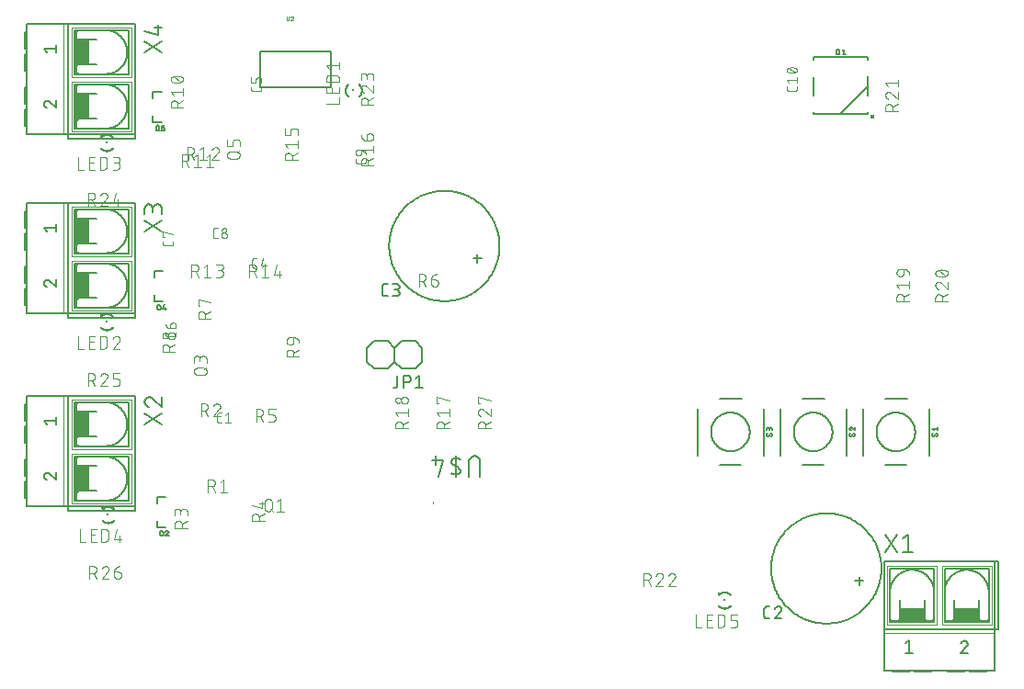
<source format=gbr>
G04 EAGLE Gerber RS-274X export*
G75*
%MOMM*%
%FSLAX34Y34*%
%LPD*%
%INSilkscreen Top*%
%IPPOS*%
%AMOC8*
5,1,8,0,0,1.08239X$1,22.5*%
G01*
%ADD10C,0.076200*%
%ADD11C,0.152400*%
%ADD12C,0.127000*%
%ADD13C,0.203200*%
%ADD14C,0.406400*%
%ADD15C,0.101600*%
%ADD16C,0.025400*%
%ADD17C,0.050800*%
%ADD18R,2.286000X1.143000*%
%ADD19C,0.177800*%
%ADD20R,1.143000X2.286000*%
%ADD21C,0.010159*%
%ADD22R,0.200000X0.200000*%
%ADD23R,0.250000X0.150000*%
%ADD24R,0.150000X0.250000*%
%ADD25C,0.000000*%


D10*
X183459Y204011D02*
X181371Y204011D01*
X181282Y204013D01*
X181194Y204019D01*
X181106Y204028D01*
X181018Y204041D01*
X180931Y204058D01*
X180845Y204078D01*
X180760Y204103D01*
X180675Y204130D01*
X180592Y204162D01*
X180511Y204196D01*
X180431Y204235D01*
X180353Y204276D01*
X180276Y204321D01*
X180202Y204369D01*
X180129Y204420D01*
X180059Y204474D01*
X179992Y204532D01*
X179926Y204592D01*
X179864Y204654D01*
X179804Y204720D01*
X179746Y204787D01*
X179692Y204857D01*
X179641Y204930D01*
X179593Y205004D01*
X179548Y205081D01*
X179507Y205159D01*
X179468Y205239D01*
X179434Y205320D01*
X179402Y205403D01*
X179375Y205488D01*
X179350Y205573D01*
X179330Y205659D01*
X179313Y205746D01*
X179300Y205834D01*
X179291Y205922D01*
X179285Y206010D01*
X179283Y206099D01*
X179282Y206099D02*
X179282Y211321D01*
X179283Y211321D02*
X179285Y211412D01*
X179291Y211503D01*
X179301Y211594D01*
X179315Y211684D01*
X179332Y211773D01*
X179354Y211861D01*
X179380Y211949D01*
X179409Y212035D01*
X179442Y212120D01*
X179479Y212203D01*
X179519Y212285D01*
X179563Y212365D01*
X179610Y212443D01*
X179661Y212519D01*
X179714Y212592D01*
X179771Y212663D01*
X179832Y212732D01*
X179895Y212797D01*
X179960Y212860D01*
X180029Y212920D01*
X180100Y212978D01*
X180173Y213031D01*
X180249Y213082D01*
X180327Y213129D01*
X180407Y213173D01*
X180489Y213213D01*
X180572Y213250D01*
X180657Y213283D01*
X180743Y213312D01*
X180831Y213338D01*
X180919Y213360D01*
X181008Y213377D01*
X181098Y213391D01*
X181189Y213401D01*
X181280Y213407D01*
X181371Y213409D01*
X183459Y213409D01*
X186928Y211321D02*
X189538Y213409D01*
X189538Y204011D01*
X186928Y204011D02*
X192149Y204011D01*
X713380Y511774D02*
X713380Y513863D01*
X713380Y511774D02*
X713378Y511685D01*
X713372Y511597D01*
X713363Y511509D01*
X713350Y511421D01*
X713333Y511334D01*
X713313Y511248D01*
X713288Y511163D01*
X713261Y511078D01*
X713229Y510995D01*
X713195Y510914D01*
X713156Y510834D01*
X713115Y510756D01*
X713070Y510679D01*
X713022Y510605D01*
X712971Y510532D01*
X712917Y510462D01*
X712859Y510395D01*
X712799Y510329D01*
X712737Y510267D01*
X712671Y510207D01*
X712604Y510149D01*
X712534Y510095D01*
X712461Y510044D01*
X712387Y509996D01*
X712310Y509951D01*
X712232Y509910D01*
X712152Y509871D01*
X712071Y509837D01*
X711988Y509805D01*
X711903Y509778D01*
X711818Y509753D01*
X711732Y509733D01*
X711645Y509716D01*
X711557Y509703D01*
X711469Y509694D01*
X711381Y509688D01*
X711292Y509686D01*
X706071Y509686D01*
X706071Y509685D02*
X705980Y509687D01*
X705889Y509693D01*
X705798Y509703D01*
X705708Y509717D01*
X705619Y509735D01*
X705530Y509756D01*
X705443Y509782D01*
X705357Y509811D01*
X705272Y509844D01*
X705188Y509881D01*
X705106Y509921D01*
X705027Y509965D01*
X704949Y510012D01*
X704873Y510063D01*
X704799Y510117D01*
X704728Y510174D01*
X704660Y510234D01*
X704594Y510297D01*
X704531Y510363D01*
X704471Y510431D01*
X704414Y510502D01*
X704360Y510576D01*
X704309Y510652D01*
X704262Y510729D01*
X704218Y510809D01*
X704178Y510891D01*
X704141Y510975D01*
X704108Y511059D01*
X704079Y511146D01*
X704053Y511233D01*
X704032Y511322D01*
X704014Y511411D01*
X704000Y511501D01*
X703990Y511592D01*
X703984Y511683D01*
X703982Y511774D01*
X703982Y513863D01*
X706071Y517332D02*
X703982Y519942D01*
X713380Y519942D01*
X713380Y517332D02*
X713380Y522553D01*
X708681Y526475D02*
X708496Y526477D01*
X708311Y526484D01*
X708127Y526495D01*
X707943Y526510D01*
X707759Y526530D01*
X707575Y526554D01*
X707393Y526583D01*
X707211Y526616D01*
X707030Y526653D01*
X706850Y526695D01*
X706670Y526741D01*
X706492Y526791D01*
X706316Y526845D01*
X706140Y526904D01*
X705966Y526966D01*
X705794Y527033D01*
X705623Y527104D01*
X705454Y527179D01*
X705287Y527258D01*
X705207Y527288D01*
X705128Y527321D01*
X705051Y527358D01*
X704975Y527398D01*
X704901Y527441D01*
X704829Y527487D01*
X704760Y527537D01*
X704692Y527589D01*
X704627Y527645D01*
X704564Y527703D01*
X704505Y527765D01*
X704447Y527828D01*
X704393Y527895D01*
X704342Y527963D01*
X704294Y528034D01*
X704249Y528107D01*
X704207Y528181D01*
X704169Y528258D01*
X704134Y528336D01*
X704102Y528415D01*
X704074Y528496D01*
X704050Y528578D01*
X704029Y528662D01*
X704012Y528745D01*
X703999Y528830D01*
X703990Y528915D01*
X703984Y529000D01*
X703982Y529086D01*
X703984Y529172D01*
X703990Y529257D01*
X703999Y529342D01*
X704012Y529427D01*
X704029Y529510D01*
X704050Y529594D01*
X704074Y529676D01*
X704102Y529757D01*
X704134Y529836D01*
X704169Y529914D01*
X704207Y529991D01*
X704249Y530065D01*
X704294Y530138D01*
X704342Y530209D01*
X704393Y530277D01*
X704447Y530344D01*
X704505Y530407D01*
X704564Y530469D01*
X704627Y530527D01*
X704692Y530583D01*
X704760Y530635D01*
X704829Y530685D01*
X704901Y530731D01*
X704975Y530774D01*
X705051Y530814D01*
X705128Y530851D01*
X705207Y530884D01*
X705287Y530914D01*
X705454Y530993D01*
X705623Y531068D01*
X705794Y531139D01*
X705966Y531206D01*
X706140Y531268D01*
X706316Y531327D01*
X706492Y531381D01*
X706670Y531431D01*
X706850Y531477D01*
X707030Y531519D01*
X707211Y531556D01*
X707393Y531589D01*
X707575Y531618D01*
X707759Y531642D01*
X707943Y531662D01*
X708127Y531677D01*
X708311Y531688D01*
X708496Y531695D01*
X708681Y531697D01*
X708681Y526475D02*
X708866Y526477D01*
X709051Y526484D01*
X709235Y526495D01*
X709419Y526510D01*
X709603Y526530D01*
X709787Y526554D01*
X709969Y526583D01*
X710151Y526616D01*
X710332Y526653D01*
X710512Y526695D01*
X710692Y526741D01*
X710870Y526791D01*
X711046Y526845D01*
X711222Y526904D01*
X711396Y526966D01*
X711568Y527033D01*
X711739Y527104D01*
X711908Y527179D01*
X712075Y527258D01*
X712155Y527288D01*
X712234Y527321D01*
X712311Y527358D01*
X712387Y527398D01*
X712461Y527441D01*
X712533Y527487D01*
X712602Y527537D01*
X712670Y527590D01*
X712735Y527645D01*
X712798Y527704D01*
X712857Y527765D01*
X712915Y527828D01*
X712969Y527895D01*
X713020Y527963D01*
X713068Y528034D01*
X713113Y528107D01*
X713155Y528181D01*
X713193Y528258D01*
X713228Y528336D01*
X713260Y528415D01*
X713288Y528496D01*
X713312Y528578D01*
X713333Y528662D01*
X713350Y528745D01*
X713363Y528830D01*
X713372Y528915D01*
X713378Y529000D01*
X713380Y529086D01*
X712075Y530914D02*
X711908Y530993D01*
X711739Y531068D01*
X711568Y531139D01*
X711396Y531206D01*
X711222Y531268D01*
X711046Y531327D01*
X710870Y531381D01*
X710692Y531431D01*
X710512Y531477D01*
X710332Y531519D01*
X710151Y531556D01*
X709969Y531589D01*
X709787Y531618D01*
X709603Y531642D01*
X709419Y531662D01*
X709235Y531677D01*
X709051Y531688D01*
X708866Y531695D01*
X708681Y531697D01*
X712075Y530914D02*
X712155Y530884D01*
X712234Y530851D01*
X712311Y530814D01*
X712387Y530774D01*
X712461Y530731D01*
X712533Y530685D01*
X712602Y530635D01*
X712670Y530583D01*
X712735Y530527D01*
X712798Y530469D01*
X712857Y530407D01*
X712915Y530344D01*
X712969Y530277D01*
X713020Y530209D01*
X713068Y530138D01*
X713113Y530065D01*
X713155Y529991D01*
X713193Y529914D01*
X713228Y529836D01*
X713260Y529757D01*
X713288Y529676D01*
X713312Y529594D01*
X713333Y529510D01*
X713350Y529427D01*
X713363Y529342D01*
X713372Y529257D01*
X713378Y529172D01*
X713380Y529086D01*
X711292Y526998D02*
X706071Y531175D01*
D11*
X767080Y58420D02*
X774700Y58420D01*
X770890Y62230D02*
X770890Y54610D01*
X689610Y69850D02*
X689625Y71097D01*
X689671Y72343D01*
X689748Y73587D01*
X689855Y74829D01*
X689992Y76068D01*
X690160Y77304D01*
X690358Y78535D01*
X690586Y79761D01*
X690844Y80980D01*
X691132Y82193D01*
X691450Y83399D01*
X691797Y84596D01*
X692174Y85785D01*
X692580Y86964D01*
X693014Y88133D01*
X693477Y89290D01*
X693968Y90436D01*
X694487Y91570D01*
X695034Y92690D01*
X695608Y93797D01*
X696210Y94889D01*
X696837Y95966D01*
X697491Y97028D01*
X698171Y98073D01*
X698877Y99101D01*
X699607Y100112D01*
X700362Y101104D01*
X701141Y102077D01*
X701944Y103031D01*
X702770Y103965D01*
X703618Y104879D01*
X704489Y105771D01*
X705381Y106642D01*
X706295Y107490D01*
X707229Y108316D01*
X708183Y109119D01*
X709156Y109898D01*
X710148Y110653D01*
X711159Y111383D01*
X712187Y112089D01*
X713232Y112769D01*
X714294Y113423D01*
X715371Y114050D01*
X716463Y114652D01*
X717570Y115226D01*
X718690Y115773D01*
X719824Y116292D01*
X720970Y116783D01*
X722127Y117246D01*
X723296Y117680D01*
X724475Y118086D01*
X725664Y118463D01*
X726861Y118810D01*
X728067Y119128D01*
X729280Y119416D01*
X730499Y119674D01*
X731725Y119902D01*
X732956Y120100D01*
X734192Y120268D01*
X735431Y120405D01*
X736673Y120512D01*
X737917Y120589D01*
X739163Y120635D01*
X740410Y120650D01*
X741657Y120635D01*
X742903Y120589D01*
X744147Y120512D01*
X745389Y120405D01*
X746628Y120268D01*
X747864Y120100D01*
X749095Y119902D01*
X750321Y119674D01*
X751540Y119416D01*
X752753Y119128D01*
X753959Y118810D01*
X755156Y118463D01*
X756345Y118086D01*
X757524Y117680D01*
X758693Y117246D01*
X759850Y116783D01*
X760996Y116292D01*
X762130Y115773D01*
X763250Y115226D01*
X764357Y114652D01*
X765449Y114050D01*
X766526Y113423D01*
X767588Y112769D01*
X768633Y112089D01*
X769661Y111383D01*
X770672Y110653D01*
X771664Y109898D01*
X772637Y109119D01*
X773591Y108316D01*
X774525Y107490D01*
X775439Y106642D01*
X776331Y105771D01*
X777202Y104879D01*
X778050Y103965D01*
X778876Y103031D01*
X779679Y102077D01*
X780458Y101104D01*
X781213Y100112D01*
X781943Y99101D01*
X782649Y98073D01*
X783329Y97028D01*
X783983Y95966D01*
X784610Y94889D01*
X785212Y93797D01*
X785786Y92690D01*
X786333Y91570D01*
X786852Y90436D01*
X787343Y89290D01*
X787806Y88133D01*
X788240Y86964D01*
X788646Y85785D01*
X789023Y84596D01*
X789370Y83399D01*
X789688Y82193D01*
X789976Y80980D01*
X790234Y79761D01*
X790462Y78535D01*
X790660Y77304D01*
X790828Y76068D01*
X790965Y74829D01*
X791072Y73587D01*
X791149Y72343D01*
X791195Y71097D01*
X791210Y69850D01*
X791195Y68603D01*
X791149Y67357D01*
X791072Y66113D01*
X790965Y64871D01*
X790828Y63632D01*
X790660Y62396D01*
X790462Y61165D01*
X790234Y59939D01*
X789976Y58720D01*
X789688Y57507D01*
X789370Y56301D01*
X789023Y55104D01*
X788646Y53915D01*
X788240Y52736D01*
X787806Y51567D01*
X787343Y50410D01*
X786852Y49264D01*
X786333Y48130D01*
X785786Y47010D01*
X785212Y45903D01*
X784610Y44811D01*
X783983Y43734D01*
X783329Y42672D01*
X782649Y41627D01*
X781943Y40599D01*
X781213Y39588D01*
X780458Y38596D01*
X779679Y37623D01*
X778876Y36669D01*
X778050Y35735D01*
X777202Y34821D01*
X776331Y33929D01*
X775439Y33058D01*
X774525Y32210D01*
X773591Y31384D01*
X772637Y30581D01*
X771664Y29802D01*
X770672Y29047D01*
X769661Y28317D01*
X768633Y27611D01*
X767588Y26931D01*
X766526Y26277D01*
X765449Y25650D01*
X764357Y25048D01*
X763250Y24474D01*
X762130Y23927D01*
X760996Y23408D01*
X759850Y22917D01*
X758693Y22454D01*
X757524Y22020D01*
X756345Y21614D01*
X755156Y21237D01*
X753959Y20890D01*
X752753Y20572D01*
X751540Y20284D01*
X750321Y20026D01*
X749095Y19798D01*
X747864Y19600D01*
X746628Y19432D01*
X745389Y19295D01*
X744147Y19188D01*
X742903Y19111D01*
X741657Y19065D01*
X740410Y19050D01*
X739163Y19065D01*
X737917Y19111D01*
X736673Y19188D01*
X735431Y19295D01*
X734192Y19432D01*
X732956Y19600D01*
X731725Y19798D01*
X730499Y20026D01*
X729280Y20284D01*
X728067Y20572D01*
X726861Y20890D01*
X725664Y21237D01*
X724475Y21614D01*
X723296Y22020D01*
X722127Y22454D01*
X720970Y22917D01*
X719824Y23408D01*
X718690Y23927D01*
X717570Y24474D01*
X716463Y25048D01*
X715371Y25650D01*
X714294Y26277D01*
X713232Y26931D01*
X712187Y27611D01*
X711159Y28317D01*
X710148Y29047D01*
X709156Y29802D01*
X708183Y30581D01*
X707229Y31384D01*
X706295Y32210D01*
X705381Y33058D01*
X704489Y33929D01*
X703618Y34821D01*
X702770Y35735D01*
X701944Y36669D01*
X701141Y37623D01*
X700362Y38596D01*
X699607Y39588D01*
X698877Y40599D01*
X698171Y41627D01*
X697491Y42672D01*
X696837Y43734D01*
X696210Y44811D01*
X695608Y45903D01*
X695034Y47010D01*
X694487Y48130D01*
X693968Y49264D01*
X693477Y50410D01*
X693014Y51567D01*
X692580Y52736D01*
X692174Y53915D01*
X691797Y55104D01*
X691450Y56301D01*
X691132Y57507D01*
X690844Y58720D01*
X690586Y59939D01*
X690358Y61165D01*
X690160Y62396D01*
X689992Y63632D01*
X689855Y64871D01*
X689748Y66113D01*
X689671Y67357D01*
X689625Y68603D01*
X689610Y69850D01*
D12*
X688303Y23495D02*
X685763Y23495D01*
X685663Y23497D01*
X685564Y23503D01*
X685464Y23513D01*
X685366Y23526D01*
X685267Y23544D01*
X685170Y23565D01*
X685074Y23590D01*
X684978Y23619D01*
X684884Y23652D01*
X684791Y23688D01*
X684700Y23728D01*
X684610Y23772D01*
X684522Y23819D01*
X684436Y23869D01*
X684352Y23923D01*
X684270Y23980D01*
X684191Y24040D01*
X684113Y24104D01*
X684039Y24170D01*
X683967Y24239D01*
X683898Y24311D01*
X683832Y24385D01*
X683768Y24463D01*
X683708Y24542D01*
X683651Y24624D01*
X683597Y24708D01*
X683547Y24794D01*
X683500Y24882D01*
X683456Y24972D01*
X683416Y25063D01*
X683380Y25156D01*
X683347Y25250D01*
X683318Y25346D01*
X683293Y25442D01*
X683272Y25539D01*
X683254Y25638D01*
X683241Y25736D01*
X683231Y25836D01*
X683225Y25935D01*
X683223Y26035D01*
X683223Y32385D01*
X683225Y32485D01*
X683231Y32584D01*
X683241Y32684D01*
X683254Y32782D01*
X683272Y32881D01*
X683293Y32978D01*
X683318Y33074D01*
X683347Y33170D01*
X683380Y33264D01*
X683416Y33357D01*
X683456Y33448D01*
X683500Y33538D01*
X683547Y33626D01*
X683597Y33712D01*
X683651Y33796D01*
X683708Y33878D01*
X683768Y33957D01*
X683832Y34035D01*
X683898Y34109D01*
X683967Y34181D01*
X684039Y34250D01*
X684113Y34316D01*
X684191Y34380D01*
X684270Y34440D01*
X684352Y34497D01*
X684436Y34551D01*
X684522Y34601D01*
X684610Y34648D01*
X684700Y34692D01*
X684791Y34732D01*
X684884Y34768D01*
X684978Y34801D01*
X685074Y34830D01*
X685170Y34855D01*
X685267Y34876D01*
X685366Y34894D01*
X685464Y34907D01*
X685564Y34917D01*
X685663Y34923D01*
X685763Y34925D01*
X688303Y34925D01*
X696278Y34926D02*
X696382Y34924D01*
X696487Y34918D01*
X696591Y34909D01*
X696694Y34896D01*
X696797Y34878D01*
X696899Y34858D01*
X697001Y34833D01*
X697101Y34805D01*
X697201Y34773D01*
X697299Y34737D01*
X697396Y34698D01*
X697491Y34656D01*
X697585Y34610D01*
X697677Y34560D01*
X697767Y34508D01*
X697855Y34452D01*
X697941Y34392D01*
X698025Y34330D01*
X698106Y34265D01*
X698185Y34197D01*
X698262Y34125D01*
X698335Y34052D01*
X698407Y33975D01*
X698475Y33896D01*
X698540Y33815D01*
X698602Y33731D01*
X698662Y33645D01*
X698718Y33557D01*
X698770Y33467D01*
X698820Y33375D01*
X698866Y33281D01*
X698908Y33186D01*
X698947Y33089D01*
X698983Y32991D01*
X699015Y32891D01*
X699043Y32791D01*
X699068Y32689D01*
X699088Y32587D01*
X699106Y32484D01*
X699119Y32381D01*
X699128Y32277D01*
X699134Y32172D01*
X699136Y32068D01*
X696278Y34925D02*
X696160Y34923D01*
X696041Y34917D01*
X695923Y34908D01*
X695806Y34895D01*
X695689Y34877D01*
X695572Y34857D01*
X695456Y34832D01*
X695341Y34804D01*
X695228Y34771D01*
X695115Y34736D01*
X695003Y34696D01*
X694893Y34654D01*
X694784Y34607D01*
X694676Y34557D01*
X694571Y34504D01*
X694467Y34447D01*
X694365Y34387D01*
X694265Y34324D01*
X694167Y34257D01*
X694071Y34188D01*
X693978Y34115D01*
X693887Y34039D01*
X693798Y33961D01*
X693712Y33879D01*
X693629Y33795D01*
X693548Y33709D01*
X693471Y33619D01*
X693396Y33528D01*
X693324Y33434D01*
X693255Y33337D01*
X693190Y33239D01*
X693127Y33138D01*
X693068Y33035D01*
X693012Y32931D01*
X692960Y32825D01*
X692911Y32717D01*
X692866Y32608D01*
X692824Y32497D01*
X692786Y32385D01*
X698183Y29846D02*
X698259Y29921D01*
X698334Y30000D01*
X698405Y30081D01*
X698474Y30165D01*
X698539Y30251D01*
X698601Y30339D01*
X698661Y30429D01*
X698717Y30521D01*
X698770Y30616D01*
X698819Y30712D01*
X698865Y30810D01*
X698908Y30909D01*
X698947Y31010D01*
X698982Y31112D01*
X699014Y31215D01*
X699042Y31319D01*
X699067Y31424D01*
X699088Y31531D01*
X699105Y31637D01*
X699118Y31744D01*
X699127Y31852D01*
X699133Y31960D01*
X699135Y32068D01*
X698183Y29845D02*
X692785Y23495D01*
X699135Y23495D01*
D11*
X422910Y355600D02*
X415290Y355600D01*
X419100Y359410D02*
X419100Y351790D01*
X337820Y367030D02*
X337835Y368277D01*
X337881Y369523D01*
X337958Y370767D01*
X338065Y372009D01*
X338202Y373248D01*
X338370Y374484D01*
X338568Y375715D01*
X338796Y376941D01*
X339054Y378160D01*
X339342Y379373D01*
X339660Y380579D01*
X340007Y381776D01*
X340384Y382965D01*
X340790Y384144D01*
X341224Y385313D01*
X341687Y386470D01*
X342178Y387616D01*
X342697Y388750D01*
X343244Y389870D01*
X343818Y390977D01*
X344420Y392069D01*
X345047Y393146D01*
X345701Y394208D01*
X346381Y395253D01*
X347087Y396281D01*
X347817Y397292D01*
X348572Y398284D01*
X349351Y399257D01*
X350154Y400211D01*
X350980Y401145D01*
X351828Y402059D01*
X352699Y402951D01*
X353591Y403822D01*
X354505Y404670D01*
X355439Y405496D01*
X356393Y406299D01*
X357366Y407078D01*
X358358Y407833D01*
X359369Y408563D01*
X360397Y409269D01*
X361442Y409949D01*
X362504Y410603D01*
X363581Y411230D01*
X364673Y411832D01*
X365780Y412406D01*
X366900Y412953D01*
X368034Y413472D01*
X369180Y413963D01*
X370337Y414426D01*
X371506Y414860D01*
X372685Y415266D01*
X373874Y415643D01*
X375071Y415990D01*
X376277Y416308D01*
X377490Y416596D01*
X378709Y416854D01*
X379935Y417082D01*
X381166Y417280D01*
X382402Y417448D01*
X383641Y417585D01*
X384883Y417692D01*
X386127Y417769D01*
X387373Y417815D01*
X388620Y417830D01*
X389867Y417815D01*
X391113Y417769D01*
X392357Y417692D01*
X393599Y417585D01*
X394838Y417448D01*
X396074Y417280D01*
X397305Y417082D01*
X398531Y416854D01*
X399750Y416596D01*
X400963Y416308D01*
X402169Y415990D01*
X403366Y415643D01*
X404555Y415266D01*
X405734Y414860D01*
X406903Y414426D01*
X408060Y413963D01*
X409206Y413472D01*
X410340Y412953D01*
X411460Y412406D01*
X412567Y411832D01*
X413659Y411230D01*
X414736Y410603D01*
X415798Y409949D01*
X416843Y409269D01*
X417871Y408563D01*
X418882Y407833D01*
X419874Y407078D01*
X420847Y406299D01*
X421801Y405496D01*
X422735Y404670D01*
X423649Y403822D01*
X424541Y402951D01*
X425412Y402059D01*
X426260Y401145D01*
X427086Y400211D01*
X427889Y399257D01*
X428668Y398284D01*
X429423Y397292D01*
X430153Y396281D01*
X430859Y395253D01*
X431539Y394208D01*
X432193Y393146D01*
X432820Y392069D01*
X433422Y390977D01*
X433996Y389870D01*
X434543Y388750D01*
X435062Y387616D01*
X435553Y386470D01*
X436016Y385313D01*
X436450Y384144D01*
X436856Y382965D01*
X437233Y381776D01*
X437580Y380579D01*
X437898Y379373D01*
X438186Y378160D01*
X438444Y376941D01*
X438672Y375715D01*
X438870Y374484D01*
X439038Y373248D01*
X439175Y372009D01*
X439282Y370767D01*
X439359Y369523D01*
X439405Y368277D01*
X439420Y367030D01*
X439405Y365783D01*
X439359Y364537D01*
X439282Y363293D01*
X439175Y362051D01*
X439038Y360812D01*
X438870Y359576D01*
X438672Y358345D01*
X438444Y357119D01*
X438186Y355900D01*
X437898Y354687D01*
X437580Y353481D01*
X437233Y352284D01*
X436856Y351095D01*
X436450Y349916D01*
X436016Y348747D01*
X435553Y347590D01*
X435062Y346444D01*
X434543Y345310D01*
X433996Y344190D01*
X433422Y343083D01*
X432820Y341991D01*
X432193Y340914D01*
X431539Y339852D01*
X430859Y338807D01*
X430153Y337779D01*
X429423Y336768D01*
X428668Y335776D01*
X427889Y334803D01*
X427086Y333849D01*
X426260Y332915D01*
X425412Y332001D01*
X424541Y331109D01*
X423649Y330238D01*
X422735Y329390D01*
X421801Y328564D01*
X420847Y327761D01*
X419874Y326982D01*
X418882Y326227D01*
X417871Y325497D01*
X416843Y324791D01*
X415798Y324111D01*
X414736Y323457D01*
X413659Y322830D01*
X412567Y322228D01*
X411460Y321654D01*
X410340Y321107D01*
X409206Y320588D01*
X408060Y320097D01*
X406903Y319634D01*
X405734Y319200D01*
X404555Y318794D01*
X403366Y318417D01*
X402169Y318070D01*
X400963Y317752D01*
X399750Y317464D01*
X398531Y317206D01*
X397305Y316978D01*
X396074Y316780D01*
X394838Y316612D01*
X393599Y316475D01*
X392357Y316368D01*
X391113Y316291D01*
X389867Y316245D01*
X388620Y316230D01*
X387373Y316245D01*
X386127Y316291D01*
X384883Y316368D01*
X383641Y316475D01*
X382402Y316612D01*
X381166Y316780D01*
X379935Y316978D01*
X378709Y317206D01*
X377490Y317464D01*
X376277Y317752D01*
X375071Y318070D01*
X373874Y318417D01*
X372685Y318794D01*
X371506Y319200D01*
X370337Y319634D01*
X369180Y320097D01*
X368034Y320588D01*
X366900Y321107D01*
X365780Y321654D01*
X364673Y322228D01*
X363581Y322830D01*
X362504Y323457D01*
X361442Y324111D01*
X360397Y324791D01*
X359369Y325497D01*
X358358Y326227D01*
X357366Y326982D01*
X356393Y327761D01*
X355439Y328564D01*
X354505Y329390D01*
X353591Y330238D01*
X352699Y331109D01*
X351828Y332001D01*
X350980Y332915D01*
X350154Y333849D01*
X349351Y334803D01*
X348572Y335776D01*
X347817Y336768D01*
X347087Y337779D01*
X346381Y338807D01*
X345701Y339852D01*
X345047Y340914D01*
X344420Y341991D01*
X343818Y343083D01*
X343244Y344190D01*
X342697Y345310D01*
X342178Y346444D01*
X341687Y347590D01*
X341224Y348747D01*
X340790Y349916D01*
X340384Y351095D01*
X340007Y352284D01*
X339660Y353481D01*
X339342Y354687D01*
X339054Y355900D01*
X338796Y357119D01*
X338568Y358345D01*
X338370Y359576D01*
X338202Y360812D01*
X338065Y362051D01*
X337958Y363293D01*
X337881Y364537D01*
X337835Y365783D01*
X337820Y367030D01*
D12*
X336513Y320675D02*
X333973Y320675D01*
X333873Y320677D01*
X333774Y320683D01*
X333674Y320693D01*
X333576Y320706D01*
X333477Y320724D01*
X333380Y320745D01*
X333284Y320770D01*
X333188Y320799D01*
X333094Y320832D01*
X333001Y320868D01*
X332910Y320908D01*
X332820Y320952D01*
X332732Y320999D01*
X332646Y321049D01*
X332562Y321103D01*
X332480Y321160D01*
X332401Y321220D01*
X332323Y321284D01*
X332249Y321350D01*
X332177Y321419D01*
X332108Y321491D01*
X332042Y321565D01*
X331978Y321643D01*
X331918Y321722D01*
X331861Y321804D01*
X331807Y321888D01*
X331757Y321974D01*
X331710Y322062D01*
X331666Y322152D01*
X331626Y322243D01*
X331590Y322336D01*
X331557Y322430D01*
X331528Y322526D01*
X331503Y322622D01*
X331482Y322719D01*
X331464Y322818D01*
X331451Y322916D01*
X331441Y323016D01*
X331435Y323115D01*
X331433Y323215D01*
X331433Y329565D01*
X331435Y329665D01*
X331441Y329764D01*
X331451Y329864D01*
X331464Y329962D01*
X331482Y330061D01*
X331503Y330158D01*
X331528Y330254D01*
X331557Y330350D01*
X331590Y330444D01*
X331626Y330537D01*
X331666Y330628D01*
X331710Y330718D01*
X331757Y330806D01*
X331807Y330892D01*
X331861Y330976D01*
X331918Y331058D01*
X331978Y331137D01*
X332042Y331215D01*
X332108Y331289D01*
X332177Y331361D01*
X332249Y331430D01*
X332323Y331496D01*
X332401Y331560D01*
X332480Y331620D01*
X332562Y331677D01*
X332646Y331731D01*
X332732Y331781D01*
X332820Y331828D01*
X332910Y331872D01*
X333001Y331912D01*
X333094Y331948D01*
X333188Y331981D01*
X333284Y332010D01*
X333380Y332035D01*
X333477Y332056D01*
X333576Y332074D01*
X333674Y332087D01*
X333774Y332097D01*
X333873Y332103D01*
X333973Y332105D01*
X336513Y332105D01*
X340995Y320675D02*
X344170Y320675D01*
X344281Y320677D01*
X344391Y320683D01*
X344502Y320692D01*
X344612Y320706D01*
X344721Y320723D01*
X344830Y320744D01*
X344938Y320769D01*
X345045Y320798D01*
X345151Y320830D01*
X345256Y320866D01*
X345359Y320906D01*
X345461Y320949D01*
X345562Y320996D01*
X345661Y321047D01*
X345758Y321100D01*
X345852Y321157D01*
X345945Y321218D01*
X346036Y321281D01*
X346125Y321348D01*
X346211Y321418D01*
X346294Y321491D01*
X346376Y321566D01*
X346454Y321644D01*
X346529Y321726D01*
X346602Y321809D01*
X346672Y321895D01*
X346739Y321984D01*
X346802Y322075D01*
X346863Y322168D01*
X346920Y322262D01*
X346973Y322359D01*
X347024Y322458D01*
X347071Y322559D01*
X347114Y322661D01*
X347154Y322764D01*
X347190Y322869D01*
X347222Y322975D01*
X347251Y323082D01*
X347276Y323190D01*
X347297Y323299D01*
X347314Y323408D01*
X347328Y323518D01*
X347337Y323629D01*
X347343Y323739D01*
X347345Y323850D01*
X347343Y323961D01*
X347337Y324071D01*
X347328Y324182D01*
X347314Y324292D01*
X347297Y324401D01*
X347276Y324510D01*
X347251Y324618D01*
X347222Y324725D01*
X347190Y324831D01*
X347154Y324936D01*
X347114Y325039D01*
X347071Y325141D01*
X347024Y325242D01*
X346973Y325341D01*
X346920Y325437D01*
X346863Y325532D01*
X346802Y325625D01*
X346739Y325716D01*
X346672Y325805D01*
X346602Y325891D01*
X346529Y325974D01*
X346454Y326056D01*
X346376Y326134D01*
X346294Y326209D01*
X346211Y326282D01*
X346125Y326352D01*
X346036Y326419D01*
X345945Y326482D01*
X345852Y326543D01*
X345758Y326600D01*
X345661Y326653D01*
X345562Y326704D01*
X345461Y326751D01*
X345359Y326794D01*
X345256Y326834D01*
X345151Y326870D01*
X345045Y326902D01*
X344938Y326931D01*
X344830Y326956D01*
X344721Y326977D01*
X344612Y326994D01*
X344502Y327008D01*
X344391Y327017D01*
X344281Y327023D01*
X344170Y327025D01*
X344805Y332105D02*
X340995Y332105D01*
X344805Y332105D02*
X344905Y332103D01*
X345004Y332097D01*
X345104Y332087D01*
X345202Y332074D01*
X345301Y332056D01*
X345398Y332035D01*
X345494Y332010D01*
X345590Y331981D01*
X345684Y331948D01*
X345777Y331912D01*
X345868Y331872D01*
X345958Y331828D01*
X346046Y331781D01*
X346132Y331731D01*
X346216Y331677D01*
X346298Y331620D01*
X346377Y331560D01*
X346455Y331496D01*
X346529Y331430D01*
X346601Y331361D01*
X346670Y331289D01*
X346736Y331215D01*
X346800Y331137D01*
X346860Y331058D01*
X346917Y330976D01*
X346971Y330892D01*
X347021Y330806D01*
X347068Y330718D01*
X347112Y330628D01*
X347152Y330537D01*
X347188Y330444D01*
X347221Y330350D01*
X347250Y330254D01*
X347275Y330158D01*
X347296Y330061D01*
X347314Y329962D01*
X347327Y329864D01*
X347337Y329764D01*
X347343Y329665D01*
X347345Y329565D01*
X347343Y329465D01*
X347337Y329366D01*
X347327Y329266D01*
X347314Y329168D01*
X347296Y329069D01*
X347275Y328972D01*
X347250Y328876D01*
X347221Y328780D01*
X347188Y328686D01*
X347152Y328593D01*
X347112Y328502D01*
X347068Y328412D01*
X347021Y328324D01*
X346971Y328238D01*
X346917Y328154D01*
X346860Y328072D01*
X346800Y327993D01*
X346736Y327915D01*
X346670Y327841D01*
X346601Y327769D01*
X346529Y327700D01*
X346455Y327634D01*
X346377Y327570D01*
X346298Y327510D01*
X346216Y327453D01*
X346132Y327399D01*
X346046Y327349D01*
X345958Y327302D01*
X345868Y327258D01*
X345777Y327218D01*
X345684Y327182D01*
X345590Y327149D01*
X345494Y327120D01*
X345398Y327095D01*
X345301Y327074D01*
X345202Y327056D01*
X345104Y327043D01*
X345004Y327033D01*
X344905Y327027D01*
X344805Y327025D01*
X342265Y327025D01*
D10*
X215888Y346661D02*
X213799Y346661D01*
X213710Y346663D01*
X213622Y346669D01*
X213534Y346678D01*
X213446Y346691D01*
X213359Y346708D01*
X213273Y346728D01*
X213188Y346753D01*
X213103Y346780D01*
X213020Y346812D01*
X212939Y346846D01*
X212859Y346885D01*
X212781Y346926D01*
X212704Y346971D01*
X212630Y347019D01*
X212557Y347070D01*
X212487Y347124D01*
X212420Y347182D01*
X212354Y347242D01*
X212292Y347304D01*
X212232Y347370D01*
X212174Y347437D01*
X212120Y347507D01*
X212069Y347580D01*
X212021Y347654D01*
X211976Y347731D01*
X211935Y347809D01*
X211896Y347889D01*
X211862Y347970D01*
X211830Y348053D01*
X211803Y348138D01*
X211778Y348223D01*
X211758Y348309D01*
X211741Y348396D01*
X211728Y348484D01*
X211719Y348572D01*
X211713Y348660D01*
X211711Y348749D01*
X211711Y353971D01*
X211713Y354062D01*
X211719Y354153D01*
X211729Y354244D01*
X211743Y354334D01*
X211760Y354423D01*
X211782Y354511D01*
X211808Y354599D01*
X211837Y354685D01*
X211870Y354770D01*
X211907Y354853D01*
X211947Y354935D01*
X211991Y355015D01*
X212038Y355093D01*
X212089Y355169D01*
X212142Y355242D01*
X212199Y355313D01*
X212260Y355382D01*
X212323Y355447D01*
X212388Y355510D01*
X212457Y355570D01*
X212528Y355628D01*
X212601Y355681D01*
X212677Y355732D01*
X212755Y355779D01*
X212835Y355823D01*
X212917Y355863D01*
X213000Y355900D01*
X213085Y355933D01*
X213171Y355962D01*
X213259Y355988D01*
X213347Y356010D01*
X213436Y356027D01*
X213526Y356041D01*
X213617Y356051D01*
X213708Y356057D01*
X213799Y356059D01*
X215888Y356059D01*
X221445Y356059D02*
X219357Y348749D01*
X224578Y348749D01*
X223011Y346661D02*
X223011Y350838D01*
X220169Y511571D02*
X220169Y513659D01*
X220169Y511571D02*
X220167Y511482D01*
X220161Y511394D01*
X220152Y511306D01*
X220139Y511218D01*
X220122Y511131D01*
X220102Y511045D01*
X220077Y510960D01*
X220050Y510875D01*
X220018Y510792D01*
X219984Y510711D01*
X219945Y510631D01*
X219904Y510553D01*
X219859Y510476D01*
X219811Y510402D01*
X219760Y510329D01*
X219706Y510259D01*
X219648Y510192D01*
X219588Y510126D01*
X219526Y510064D01*
X219460Y510004D01*
X219393Y509946D01*
X219323Y509892D01*
X219250Y509841D01*
X219176Y509793D01*
X219099Y509748D01*
X219021Y509707D01*
X218941Y509668D01*
X218860Y509634D01*
X218777Y509602D01*
X218692Y509575D01*
X218607Y509550D01*
X218521Y509530D01*
X218434Y509513D01*
X218346Y509500D01*
X218258Y509491D01*
X218170Y509485D01*
X218081Y509483D01*
X218081Y509482D02*
X212859Y509482D01*
X212768Y509484D01*
X212677Y509490D01*
X212586Y509500D01*
X212496Y509514D01*
X212407Y509532D01*
X212318Y509553D01*
X212231Y509579D01*
X212145Y509608D01*
X212060Y509641D01*
X211976Y509678D01*
X211894Y509718D01*
X211815Y509762D01*
X211737Y509809D01*
X211661Y509860D01*
X211587Y509914D01*
X211516Y509971D01*
X211448Y510031D01*
X211382Y510094D01*
X211319Y510160D01*
X211259Y510228D01*
X211202Y510299D01*
X211148Y510373D01*
X211097Y510449D01*
X211050Y510526D01*
X211006Y510606D01*
X210966Y510688D01*
X210929Y510772D01*
X210896Y510856D01*
X210867Y510943D01*
X210841Y511030D01*
X210820Y511119D01*
X210802Y511208D01*
X210788Y511298D01*
X210778Y511389D01*
X210772Y511480D01*
X210770Y511571D01*
X210771Y511571D02*
X210771Y513659D01*
X220169Y517128D02*
X220169Y520261D01*
X220167Y520350D01*
X220161Y520438D01*
X220152Y520526D01*
X220139Y520614D01*
X220122Y520701D01*
X220102Y520787D01*
X220077Y520872D01*
X220050Y520957D01*
X220018Y521040D01*
X219984Y521121D01*
X219945Y521201D01*
X219904Y521279D01*
X219859Y521356D01*
X219811Y521430D01*
X219760Y521503D01*
X219706Y521573D01*
X219648Y521640D01*
X219588Y521706D01*
X219526Y521768D01*
X219460Y521828D01*
X219393Y521886D01*
X219323Y521940D01*
X219250Y521991D01*
X219176Y522039D01*
X219099Y522084D01*
X219021Y522125D01*
X218941Y522164D01*
X218860Y522198D01*
X218777Y522230D01*
X218692Y522257D01*
X218607Y522282D01*
X218521Y522302D01*
X218434Y522319D01*
X218346Y522332D01*
X218258Y522341D01*
X218170Y522347D01*
X218081Y522349D01*
X217036Y522349D01*
X216947Y522347D01*
X216859Y522341D01*
X216771Y522332D01*
X216683Y522319D01*
X216596Y522302D01*
X216510Y522282D01*
X216425Y522257D01*
X216340Y522230D01*
X216257Y522198D01*
X216176Y522164D01*
X216096Y522125D01*
X216018Y522084D01*
X215941Y522039D01*
X215867Y521991D01*
X215794Y521940D01*
X215724Y521886D01*
X215657Y521828D01*
X215591Y521768D01*
X215529Y521706D01*
X215469Y521640D01*
X215411Y521573D01*
X215357Y521503D01*
X215306Y521430D01*
X215258Y521356D01*
X215213Y521279D01*
X215172Y521201D01*
X215133Y521121D01*
X215099Y521040D01*
X215067Y520957D01*
X215040Y520872D01*
X215015Y520787D01*
X214995Y520701D01*
X214978Y520614D01*
X214965Y520526D01*
X214956Y520438D01*
X214950Y520350D01*
X214948Y520261D01*
X214948Y517128D01*
X210771Y517128D01*
X210771Y522349D01*
X141429Y287599D02*
X141429Y285511D01*
X141427Y285422D01*
X141421Y285334D01*
X141412Y285246D01*
X141399Y285158D01*
X141382Y285071D01*
X141362Y284985D01*
X141337Y284900D01*
X141310Y284815D01*
X141278Y284732D01*
X141244Y284651D01*
X141205Y284571D01*
X141164Y284493D01*
X141119Y284416D01*
X141071Y284342D01*
X141020Y284269D01*
X140966Y284199D01*
X140908Y284132D01*
X140848Y284066D01*
X140786Y284004D01*
X140720Y283944D01*
X140653Y283886D01*
X140583Y283832D01*
X140510Y283781D01*
X140436Y283733D01*
X140359Y283688D01*
X140281Y283647D01*
X140201Y283608D01*
X140120Y283574D01*
X140037Y283542D01*
X139952Y283515D01*
X139867Y283490D01*
X139781Y283470D01*
X139694Y283453D01*
X139606Y283440D01*
X139518Y283431D01*
X139430Y283425D01*
X139341Y283423D01*
X139341Y283422D02*
X134119Y283422D01*
X134028Y283424D01*
X133937Y283430D01*
X133846Y283440D01*
X133756Y283454D01*
X133667Y283472D01*
X133578Y283493D01*
X133491Y283519D01*
X133405Y283548D01*
X133320Y283581D01*
X133236Y283618D01*
X133154Y283658D01*
X133075Y283702D01*
X132997Y283749D01*
X132921Y283800D01*
X132847Y283854D01*
X132776Y283911D01*
X132708Y283971D01*
X132642Y284034D01*
X132579Y284100D01*
X132519Y284168D01*
X132462Y284239D01*
X132408Y284313D01*
X132357Y284389D01*
X132310Y284466D01*
X132266Y284546D01*
X132226Y284628D01*
X132189Y284712D01*
X132156Y284796D01*
X132127Y284883D01*
X132101Y284970D01*
X132080Y285059D01*
X132062Y285148D01*
X132048Y285238D01*
X132038Y285329D01*
X132032Y285420D01*
X132030Y285511D01*
X132031Y285511D02*
X132031Y287599D01*
X136208Y291068D02*
X136208Y294201D01*
X136210Y294290D01*
X136216Y294378D01*
X136225Y294466D01*
X136238Y294554D01*
X136255Y294641D01*
X136275Y294727D01*
X136300Y294812D01*
X136327Y294897D01*
X136359Y294980D01*
X136393Y295061D01*
X136432Y295141D01*
X136473Y295219D01*
X136518Y295296D01*
X136566Y295370D01*
X136617Y295443D01*
X136671Y295513D01*
X136729Y295580D01*
X136789Y295646D01*
X136851Y295708D01*
X136917Y295768D01*
X136984Y295826D01*
X137054Y295880D01*
X137127Y295931D01*
X137201Y295979D01*
X137278Y296024D01*
X137356Y296065D01*
X137436Y296104D01*
X137517Y296138D01*
X137600Y296170D01*
X137685Y296197D01*
X137770Y296222D01*
X137856Y296242D01*
X137943Y296259D01*
X138031Y296272D01*
X138119Y296281D01*
X138207Y296287D01*
X138296Y296289D01*
X138818Y296289D01*
X138919Y296287D01*
X139020Y296281D01*
X139121Y296271D01*
X139221Y296258D01*
X139321Y296240D01*
X139420Y296219D01*
X139518Y296193D01*
X139615Y296164D01*
X139711Y296132D01*
X139805Y296095D01*
X139898Y296055D01*
X139990Y296011D01*
X140079Y295964D01*
X140167Y295913D01*
X140253Y295859D01*
X140336Y295802D01*
X140418Y295742D01*
X140496Y295678D01*
X140573Y295612D01*
X140646Y295542D01*
X140717Y295470D01*
X140785Y295395D01*
X140850Y295317D01*
X140912Y295237D01*
X140971Y295155D01*
X141027Y295070D01*
X141079Y294983D01*
X141128Y294895D01*
X141174Y294804D01*
X141215Y294712D01*
X141254Y294618D01*
X141288Y294523D01*
X141319Y294427D01*
X141346Y294329D01*
X141370Y294231D01*
X141389Y294131D01*
X141405Y294031D01*
X141417Y293931D01*
X141425Y293830D01*
X141429Y293729D01*
X141429Y293627D01*
X141425Y293526D01*
X141417Y293425D01*
X141405Y293325D01*
X141389Y293225D01*
X141370Y293125D01*
X141346Y293027D01*
X141319Y292929D01*
X141288Y292833D01*
X141254Y292738D01*
X141215Y292644D01*
X141174Y292552D01*
X141128Y292461D01*
X141079Y292373D01*
X141027Y292286D01*
X140971Y292201D01*
X140912Y292119D01*
X140850Y292039D01*
X140785Y291961D01*
X140717Y291886D01*
X140646Y291814D01*
X140573Y291744D01*
X140496Y291678D01*
X140418Y291614D01*
X140336Y291554D01*
X140253Y291497D01*
X140167Y291443D01*
X140079Y291392D01*
X139990Y291345D01*
X139898Y291301D01*
X139805Y291261D01*
X139711Y291224D01*
X139615Y291192D01*
X139518Y291163D01*
X139420Y291137D01*
X139321Y291116D01*
X139221Y291098D01*
X139121Y291085D01*
X139020Y291075D01*
X138919Y291069D01*
X138818Y291067D01*
X138818Y291068D02*
X136208Y291068D01*
X136079Y291070D01*
X135951Y291076D01*
X135823Y291086D01*
X135695Y291100D01*
X135567Y291117D01*
X135440Y291139D01*
X135314Y291165D01*
X135189Y291194D01*
X135065Y291227D01*
X134942Y291265D01*
X134820Y291305D01*
X134699Y291350D01*
X134580Y291398D01*
X134462Y291450D01*
X134346Y291506D01*
X134232Y291565D01*
X134120Y291628D01*
X134009Y291694D01*
X133901Y291763D01*
X133795Y291836D01*
X133691Y291912D01*
X133589Y291991D01*
X133490Y292073D01*
X133394Y292158D01*
X133300Y292246D01*
X133209Y292337D01*
X133121Y292431D01*
X133036Y292527D01*
X132954Y292626D01*
X132875Y292728D01*
X132799Y292832D01*
X132726Y292938D01*
X132657Y293046D01*
X132591Y293156D01*
X132528Y293269D01*
X132469Y293383D01*
X132413Y293499D01*
X132361Y293617D01*
X132313Y293736D01*
X132268Y293857D01*
X132228Y293979D01*
X132190Y294102D01*
X132157Y294226D01*
X132128Y294351D01*
X132102Y294477D01*
X132080Y294604D01*
X132063Y294732D01*
X132049Y294860D01*
X132039Y294988D01*
X132033Y295116D01*
X132031Y295245D01*
X138889Y369331D02*
X138889Y371419D01*
X138889Y369331D02*
X138887Y369242D01*
X138881Y369154D01*
X138872Y369066D01*
X138859Y368978D01*
X138842Y368891D01*
X138822Y368805D01*
X138797Y368720D01*
X138770Y368635D01*
X138738Y368552D01*
X138704Y368471D01*
X138665Y368391D01*
X138624Y368313D01*
X138579Y368236D01*
X138531Y368162D01*
X138480Y368089D01*
X138426Y368019D01*
X138368Y367952D01*
X138308Y367886D01*
X138246Y367824D01*
X138180Y367764D01*
X138113Y367706D01*
X138043Y367652D01*
X137970Y367601D01*
X137896Y367553D01*
X137819Y367508D01*
X137741Y367467D01*
X137661Y367428D01*
X137580Y367394D01*
X137497Y367362D01*
X137412Y367335D01*
X137327Y367310D01*
X137241Y367290D01*
X137154Y367273D01*
X137066Y367260D01*
X136978Y367251D01*
X136890Y367245D01*
X136801Y367243D01*
X136801Y367242D02*
X131579Y367242D01*
X131488Y367244D01*
X131397Y367250D01*
X131306Y367260D01*
X131216Y367274D01*
X131127Y367292D01*
X131038Y367313D01*
X130951Y367339D01*
X130865Y367368D01*
X130780Y367401D01*
X130696Y367438D01*
X130614Y367478D01*
X130535Y367522D01*
X130457Y367569D01*
X130381Y367620D01*
X130307Y367674D01*
X130236Y367731D01*
X130168Y367791D01*
X130102Y367854D01*
X130039Y367920D01*
X129979Y367988D01*
X129922Y368059D01*
X129868Y368133D01*
X129817Y368209D01*
X129770Y368286D01*
X129726Y368366D01*
X129686Y368448D01*
X129649Y368532D01*
X129616Y368616D01*
X129587Y368703D01*
X129561Y368790D01*
X129540Y368879D01*
X129522Y368968D01*
X129508Y369058D01*
X129498Y369149D01*
X129492Y369240D01*
X129490Y369331D01*
X129491Y369331D02*
X129491Y371419D01*
X129491Y374888D02*
X130535Y374888D01*
X129491Y374888D02*
X129491Y380109D01*
X138889Y377498D01*
X177561Y374191D02*
X179649Y374191D01*
X177561Y374191D02*
X177472Y374193D01*
X177384Y374199D01*
X177296Y374208D01*
X177208Y374221D01*
X177121Y374238D01*
X177035Y374258D01*
X176950Y374283D01*
X176865Y374310D01*
X176782Y374342D01*
X176701Y374376D01*
X176621Y374415D01*
X176543Y374456D01*
X176466Y374501D01*
X176392Y374549D01*
X176319Y374600D01*
X176249Y374654D01*
X176182Y374712D01*
X176116Y374772D01*
X176054Y374834D01*
X175994Y374900D01*
X175936Y374967D01*
X175882Y375037D01*
X175831Y375110D01*
X175783Y375184D01*
X175738Y375261D01*
X175697Y375339D01*
X175658Y375419D01*
X175624Y375500D01*
X175592Y375583D01*
X175565Y375668D01*
X175540Y375753D01*
X175520Y375839D01*
X175503Y375926D01*
X175490Y376014D01*
X175481Y376102D01*
X175475Y376190D01*
X175473Y376279D01*
X175472Y376279D02*
X175472Y381501D01*
X175473Y381501D02*
X175475Y381592D01*
X175481Y381683D01*
X175491Y381774D01*
X175505Y381864D01*
X175522Y381953D01*
X175544Y382041D01*
X175570Y382129D01*
X175599Y382215D01*
X175632Y382300D01*
X175669Y382383D01*
X175709Y382465D01*
X175753Y382545D01*
X175800Y382623D01*
X175851Y382699D01*
X175904Y382772D01*
X175961Y382843D01*
X176022Y382912D01*
X176085Y382977D01*
X176150Y383040D01*
X176219Y383100D01*
X176290Y383158D01*
X176363Y383211D01*
X176439Y383262D01*
X176517Y383309D01*
X176597Y383353D01*
X176679Y383393D01*
X176762Y383430D01*
X176847Y383463D01*
X176933Y383492D01*
X177021Y383518D01*
X177109Y383540D01*
X177198Y383557D01*
X177288Y383571D01*
X177379Y383581D01*
X177470Y383587D01*
X177561Y383589D01*
X179649Y383589D01*
X183117Y376802D02*
X183119Y376903D01*
X183125Y377004D01*
X183135Y377105D01*
X183148Y377205D01*
X183166Y377305D01*
X183187Y377404D01*
X183213Y377502D01*
X183242Y377599D01*
X183274Y377695D01*
X183311Y377789D01*
X183351Y377882D01*
X183395Y377974D01*
X183442Y378063D01*
X183493Y378151D01*
X183547Y378237D01*
X183604Y378320D01*
X183664Y378402D01*
X183728Y378480D01*
X183794Y378557D01*
X183864Y378630D01*
X183936Y378701D01*
X184011Y378769D01*
X184089Y378834D01*
X184169Y378896D01*
X184251Y378955D01*
X184336Y379011D01*
X184423Y379063D01*
X184511Y379112D01*
X184602Y379158D01*
X184694Y379199D01*
X184788Y379238D01*
X184883Y379272D01*
X184979Y379303D01*
X185077Y379330D01*
X185175Y379354D01*
X185275Y379373D01*
X185375Y379389D01*
X185475Y379401D01*
X185576Y379409D01*
X185677Y379413D01*
X185779Y379413D01*
X185880Y379409D01*
X185981Y379401D01*
X186081Y379389D01*
X186181Y379373D01*
X186281Y379354D01*
X186379Y379330D01*
X186477Y379303D01*
X186573Y379272D01*
X186668Y379238D01*
X186762Y379199D01*
X186854Y379158D01*
X186945Y379112D01*
X187034Y379063D01*
X187120Y379011D01*
X187205Y378955D01*
X187287Y378896D01*
X187367Y378834D01*
X187445Y378769D01*
X187520Y378701D01*
X187592Y378630D01*
X187662Y378557D01*
X187728Y378480D01*
X187792Y378402D01*
X187852Y378320D01*
X187909Y378237D01*
X187963Y378151D01*
X188014Y378063D01*
X188061Y377974D01*
X188105Y377882D01*
X188145Y377789D01*
X188182Y377695D01*
X188214Y377599D01*
X188243Y377502D01*
X188269Y377404D01*
X188290Y377305D01*
X188308Y377205D01*
X188321Y377105D01*
X188331Y377004D01*
X188337Y376903D01*
X188339Y376802D01*
X188337Y376701D01*
X188331Y376600D01*
X188321Y376499D01*
X188308Y376399D01*
X188290Y376299D01*
X188269Y376200D01*
X188243Y376102D01*
X188214Y376005D01*
X188182Y375909D01*
X188145Y375815D01*
X188105Y375722D01*
X188061Y375630D01*
X188014Y375541D01*
X187963Y375453D01*
X187909Y375367D01*
X187852Y375284D01*
X187792Y375202D01*
X187728Y375124D01*
X187662Y375047D01*
X187592Y374974D01*
X187520Y374903D01*
X187445Y374835D01*
X187367Y374770D01*
X187287Y374708D01*
X187205Y374649D01*
X187120Y374593D01*
X187033Y374541D01*
X186945Y374492D01*
X186854Y374446D01*
X186762Y374405D01*
X186668Y374366D01*
X186573Y374332D01*
X186477Y374301D01*
X186379Y374274D01*
X186281Y374250D01*
X186181Y374231D01*
X186081Y374215D01*
X185981Y374203D01*
X185880Y374195D01*
X185779Y374191D01*
X185677Y374191D01*
X185576Y374195D01*
X185475Y374203D01*
X185375Y374215D01*
X185275Y374231D01*
X185175Y374250D01*
X185077Y374274D01*
X184979Y374301D01*
X184883Y374332D01*
X184788Y374366D01*
X184694Y374405D01*
X184602Y374446D01*
X184511Y374492D01*
X184423Y374541D01*
X184336Y374593D01*
X184251Y374649D01*
X184169Y374708D01*
X184089Y374770D01*
X184011Y374835D01*
X183936Y374903D01*
X183864Y374974D01*
X183794Y375047D01*
X183728Y375124D01*
X183664Y375202D01*
X183604Y375284D01*
X183547Y375367D01*
X183493Y375453D01*
X183442Y375541D01*
X183395Y375630D01*
X183351Y375722D01*
X183311Y375815D01*
X183274Y375909D01*
X183242Y376005D01*
X183213Y376102D01*
X183187Y376200D01*
X183166Y376299D01*
X183148Y376399D01*
X183135Y376499D01*
X183125Y376600D01*
X183119Y376701D01*
X183117Y376802D01*
X183640Y381501D02*
X183642Y381591D01*
X183648Y381680D01*
X183657Y381770D01*
X183671Y381859D01*
X183688Y381947D01*
X183709Y382034D01*
X183734Y382121D01*
X183763Y382206D01*
X183795Y382290D01*
X183830Y382372D01*
X183870Y382453D01*
X183912Y382532D01*
X183958Y382609D01*
X184008Y382684D01*
X184060Y382757D01*
X184116Y382828D01*
X184174Y382896D01*
X184236Y382961D01*
X184300Y383024D01*
X184367Y383084D01*
X184436Y383141D01*
X184508Y383195D01*
X184582Y383246D01*
X184658Y383294D01*
X184736Y383338D01*
X184816Y383379D01*
X184898Y383417D01*
X184981Y383451D01*
X185066Y383481D01*
X185152Y383508D01*
X185238Y383531D01*
X185326Y383550D01*
X185415Y383565D01*
X185504Y383577D01*
X185593Y383585D01*
X185683Y383589D01*
X185773Y383589D01*
X185863Y383585D01*
X185952Y383577D01*
X186041Y383565D01*
X186130Y383550D01*
X186218Y383531D01*
X186304Y383508D01*
X186390Y383481D01*
X186475Y383451D01*
X186558Y383417D01*
X186640Y383379D01*
X186720Y383338D01*
X186798Y383294D01*
X186874Y383246D01*
X186948Y383195D01*
X187020Y383141D01*
X187089Y383084D01*
X187156Y383024D01*
X187220Y382961D01*
X187282Y382896D01*
X187340Y382828D01*
X187396Y382757D01*
X187448Y382684D01*
X187498Y382609D01*
X187544Y382532D01*
X187586Y382453D01*
X187626Y382372D01*
X187661Y382290D01*
X187693Y382206D01*
X187722Y382121D01*
X187747Y382034D01*
X187768Y381947D01*
X187785Y381859D01*
X187799Y381770D01*
X187808Y381680D01*
X187814Y381591D01*
X187816Y381501D01*
X187814Y381411D01*
X187808Y381322D01*
X187799Y381232D01*
X187785Y381143D01*
X187768Y381055D01*
X187747Y380968D01*
X187722Y380881D01*
X187693Y380796D01*
X187661Y380712D01*
X187626Y380630D01*
X187586Y380549D01*
X187544Y380470D01*
X187498Y380393D01*
X187448Y380318D01*
X187396Y380245D01*
X187340Y380174D01*
X187282Y380106D01*
X187220Y380041D01*
X187156Y379978D01*
X187089Y379918D01*
X187020Y379861D01*
X186948Y379807D01*
X186874Y379756D01*
X186798Y379708D01*
X186720Y379664D01*
X186640Y379623D01*
X186558Y379585D01*
X186475Y379551D01*
X186390Y379521D01*
X186304Y379494D01*
X186218Y379471D01*
X186130Y379452D01*
X186041Y379437D01*
X185952Y379425D01*
X185863Y379417D01*
X185773Y379413D01*
X185683Y379413D01*
X185593Y379417D01*
X185504Y379425D01*
X185415Y379437D01*
X185326Y379452D01*
X185238Y379471D01*
X185152Y379494D01*
X185066Y379521D01*
X184981Y379551D01*
X184898Y379585D01*
X184816Y379623D01*
X184736Y379664D01*
X184658Y379708D01*
X184582Y379756D01*
X184508Y379807D01*
X184436Y379861D01*
X184367Y379918D01*
X184300Y379978D01*
X184236Y380041D01*
X184174Y380106D01*
X184116Y380174D01*
X184060Y380245D01*
X184008Y380318D01*
X183958Y380393D01*
X183912Y380470D01*
X183870Y380549D01*
X183830Y380630D01*
X183795Y380712D01*
X183763Y380796D01*
X183734Y380881D01*
X183709Y380968D01*
X183688Y381055D01*
X183671Y381143D01*
X183657Y381232D01*
X183648Y381322D01*
X183642Y381411D01*
X183640Y381501D01*
X316279Y444939D02*
X316279Y447028D01*
X316279Y444939D02*
X316277Y444850D01*
X316271Y444762D01*
X316262Y444674D01*
X316249Y444586D01*
X316232Y444499D01*
X316212Y444413D01*
X316187Y444328D01*
X316160Y444243D01*
X316128Y444160D01*
X316094Y444079D01*
X316055Y443999D01*
X316014Y443921D01*
X315969Y443844D01*
X315921Y443770D01*
X315870Y443697D01*
X315816Y443627D01*
X315758Y443560D01*
X315698Y443494D01*
X315636Y443432D01*
X315570Y443372D01*
X315503Y443314D01*
X315433Y443260D01*
X315360Y443209D01*
X315286Y443161D01*
X315209Y443116D01*
X315131Y443075D01*
X315051Y443036D01*
X314970Y443002D01*
X314887Y442970D01*
X314802Y442943D01*
X314717Y442918D01*
X314631Y442898D01*
X314544Y442881D01*
X314456Y442868D01*
X314368Y442859D01*
X314280Y442853D01*
X314191Y442851D01*
X308969Y442851D01*
X308878Y442853D01*
X308787Y442859D01*
X308696Y442869D01*
X308606Y442883D01*
X308517Y442901D01*
X308428Y442922D01*
X308341Y442948D01*
X308255Y442977D01*
X308170Y443010D01*
X308086Y443047D01*
X308004Y443087D01*
X307925Y443131D01*
X307847Y443178D01*
X307771Y443229D01*
X307697Y443283D01*
X307626Y443340D01*
X307558Y443400D01*
X307492Y443463D01*
X307429Y443529D01*
X307369Y443597D01*
X307312Y443668D01*
X307258Y443742D01*
X307207Y443818D01*
X307160Y443895D01*
X307116Y443975D01*
X307076Y444057D01*
X307039Y444141D01*
X307006Y444225D01*
X306977Y444312D01*
X306951Y444399D01*
X306930Y444488D01*
X306912Y444577D01*
X306898Y444667D01*
X306888Y444758D01*
X306882Y444849D01*
X306880Y444940D01*
X306881Y444939D02*
X306881Y447028D01*
X312102Y452585D02*
X312102Y455718D01*
X312102Y452585D02*
X312100Y452496D01*
X312094Y452408D01*
X312085Y452320D01*
X312072Y452232D01*
X312055Y452145D01*
X312035Y452059D01*
X312010Y451974D01*
X311983Y451889D01*
X311951Y451806D01*
X311917Y451725D01*
X311878Y451645D01*
X311837Y451567D01*
X311792Y451490D01*
X311744Y451416D01*
X311693Y451343D01*
X311639Y451273D01*
X311581Y451206D01*
X311521Y451140D01*
X311459Y451078D01*
X311393Y451018D01*
X311326Y450960D01*
X311256Y450906D01*
X311183Y450855D01*
X311109Y450807D01*
X311032Y450762D01*
X310954Y450721D01*
X310874Y450682D01*
X310793Y450648D01*
X310710Y450616D01*
X310625Y450589D01*
X310540Y450564D01*
X310454Y450544D01*
X310367Y450527D01*
X310279Y450514D01*
X310191Y450505D01*
X310103Y450499D01*
X310014Y450497D01*
X309492Y450497D01*
X309492Y450496D02*
X309391Y450498D01*
X309290Y450504D01*
X309189Y450514D01*
X309089Y450527D01*
X308989Y450545D01*
X308890Y450566D01*
X308792Y450592D01*
X308695Y450621D01*
X308599Y450653D01*
X308505Y450690D01*
X308412Y450730D01*
X308320Y450774D01*
X308231Y450821D01*
X308143Y450872D01*
X308057Y450926D01*
X307974Y450983D01*
X307892Y451043D01*
X307814Y451107D01*
X307737Y451173D01*
X307664Y451243D01*
X307593Y451315D01*
X307525Y451390D01*
X307460Y451468D01*
X307398Y451548D01*
X307339Y451630D01*
X307283Y451715D01*
X307231Y451802D01*
X307182Y451890D01*
X307136Y451981D01*
X307095Y452073D01*
X307056Y452167D01*
X307022Y452262D01*
X306991Y452358D01*
X306964Y452456D01*
X306940Y452554D01*
X306921Y452654D01*
X306905Y452754D01*
X306893Y452854D01*
X306885Y452955D01*
X306881Y453056D01*
X306881Y453158D01*
X306885Y453259D01*
X306893Y453360D01*
X306905Y453460D01*
X306921Y453560D01*
X306940Y453660D01*
X306964Y453758D01*
X306991Y453856D01*
X307022Y453952D01*
X307056Y454047D01*
X307095Y454141D01*
X307136Y454233D01*
X307182Y454324D01*
X307231Y454413D01*
X307283Y454499D01*
X307339Y454584D01*
X307398Y454666D01*
X307460Y454746D01*
X307525Y454824D01*
X307593Y454899D01*
X307664Y454971D01*
X307737Y455041D01*
X307814Y455107D01*
X307892Y455171D01*
X307974Y455231D01*
X308057Y455288D01*
X308143Y455342D01*
X308231Y455393D01*
X308320Y455440D01*
X308412Y455484D01*
X308505Y455524D01*
X308599Y455561D01*
X308695Y455593D01*
X308792Y455622D01*
X308890Y455648D01*
X308989Y455669D01*
X309089Y455687D01*
X309189Y455700D01*
X309290Y455710D01*
X309391Y455716D01*
X309492Y455718D01*
X312102Y455718D01*
X312228Y455716D01*
X312354Y455710D01*
X312480Y455701D01*
X312605Y455688D01*
X312730Y455670D01*
X312855Y455650D01*
X312979Y455625D01*
X313102Y455597D01*
X313224Y455565D01*
X313345Y455529D01*
X313465Y455490D01*
X313583Y455447D01*
X313700Y455400D01*
X313816Y455350D01*
X313931Y455296D01*
X314043Y455240D01*
X314154Y455179D01*
X314263Y455116D01*
X314370Y455049D01*
X314475Y454979D01*
X314578Y454905D01*
X314678Y454829D01*
X314776Y454750D01*
X314872Y454668D01*
X314965Y454582D01*
X315056Y454495D01*
X315143Y454404D01*
X315229Y454311D01*
X315311Y454215D01*
X315390Y454117D01*
X315466Y454017D01*
X315540Y453914D01*
X315610Y453809D01*
X315677Y453702D01*
X315740Y453593D01*
X315801Y453482D01*
X315857Y453370D01*
X315911Y453255D01*
X315961Y453139D01*
X316008Y453022D01*
X316051Y452904D01*
X316090Y452784D01*
X316126Y452663D01*
X316158Y452541D01*
X316186Y452418D01*
X316211Y452294D01*
X316231Y452169D01*
X316249Y452044D01*
X316262Y451919D01*
X316271Y451793D01*
X316277Y451667D01*
X316279Y451541D01*
D13*
X728922Y538801D02*
X728922Y540801D01*
X778922Y540801D01*
X778922Y538801D01*
X728922Y490801D02*
X728922Y488801D01*
X729335Y488893D01*
X728922Y488801D02*
X778922Y488801D01*
X778922Y490801D01*
X728922Y505801D02*
X728922Y522801D01*
X778922Y523801D02*
X778922Y513801D01*
X778922Y505801D01*
X778922Y513801D02*
X752922Y488801D01*
D14*
X782497Y486226D03*
D12*
X749747Y543376D02*
X749747Y548202D01*
X751088Y548202D01*
X751088Y548203D02*
X751158Y548201D01*
X751228Y548196D01*
X751298Y548186D01*
X751367Y548174D01*
X751435Y548157D01*
X751502Y548137D01*
X751569Y548114D01*
X751633Y548087D01*
X751697Y548057D01*
X751759Y548023D01*
X751818Y547987D01*
X751876Y547947D01*
X751932Y547904D01*
X751985Y547859D01*
X752036Y547810D01*
X752085Y547759D01*
X752130Y547706D01*
X752173Y547650D01*
X752213Y547592D01*
X752249Y547533D01*
X752283Y547471D01*
X752313Y547407D01*
X752340Y547343D01*
X752363Y547276D01*
X752383Y547209D01*
X752400Y547141D01*
X752412Y547072D01*
X752422Y547002D01*
X752427Y546932D01*
X752429Y546862D01*
X752428Y546862D02*
X752428Y544717D01*
X752429Y544717D02*
X752427Y544647D01*
X752422Y544577D01*
X752412Y544507D01*
X752400Y544438D01*
X752383Y544370D01*
X752363Y544303D01*
X752340Y544236D01*
X752313Y544172D01*
X752283Y544108D01*
X752249Y544046D01*
X752213Y543987D01*
X752173Y543929D01*
X752130Y543873D01*
X752085Y543820D01*
X752036Y543769D01*
X751985Y543720D01*
X751932Y543675D01*
X751876Y543632D01*
X751818Y543592D01*
X751758Y543556D01*
X751697Y543522D01*
X751633Y543492D01*
X751569Y543465D01*
X751502Y543442D01*
X751435Y543422D01*
X751367Y543405D01*
X751298Y543393D01*
X751228Y543383D01*
X751158Y543378D01*
X751088Y543376D01*
X749747Y543376D01*
X755416Y547130D02*
X756757Y548202D01*
X756757Y543376D01*
X758097Y543376D02*
X755416Y543376D01*
D11*
X361950Y254000D02*
X349250Y254000D01*
X342900Y260350D01*
X342900Y273050D01*
X349250Y279400D01*
X368300Y273050D02*
X368300Y260350D01*
X361950Y254000D01*
X368300Y273050D02*
X361950Y279400D01*
X349250Y279400D01*
X342900Y260350D02*
X336550Y254000D01*
X323850Y254000D01*
X317500Y260350D01*
X317500Y273050D01*
X323850Y279400D01*
X336550Y279400D01*
X342900Y273050D01*
D12*
X345238Y247777D02*
X345238Y238887D01*
X345236Y238787D01*
X345230Y238688D01*
X345220Y238588D01*
X345207Y238490D01*
X345189Y238391D01*
X345168Y238294D01*
X345143Y238198D01*
X345114Y238102D01*
X345081Y238008D01*
X345045Y237915D01*
X345005Y237824D01*
X344961Y237734D01*
X344914Y237646D01*
X344864Y237560D01*
X344810Y237476D01*
X344753Y237394D01*
X344693Y237315D01*
X344629Y237237D01*
X344563Y237163D01*
X344494Y237091D01*
X344422Y237022D01*
X344348Y236956D01*
X344270Y236892D01*
X344191Y236832D01*
X344109Y236775D01*
X344025Y236721D01*
X343939Y236671D01*
X343851Y236624D01*
X343761Y236580D01*
X343670Y236540D01*
X343577Y236504D01*
X343483Y236471D01*
X343387Y236442D01*
X343291Y236417D01*
X343194Y236396D01*
X343095Y236378D01*
X342997Y236365D01*
X342897Y236355D01*
X342798Y236349D01*
X342698Y236347D01*
X341428Y236347D01*
X351219Y236347D02*
X351219Y247777D01*
X354394Y247777D01*
X354505Y247775D01*
X354615Y247769D01*
X354726Y247760D01*
X354836Y247746D01*
X354945Y247729D01*
X355054Y247708D01*
X355162Y247683D01*
X355269Y247654D01*
X355375Y247622D01*
X355480Y247586D01*
X355583Y247546D01*
X355685Y247503D01*
X355786Y247456D01*
X355885Y247405D01*
X355982Y247352D01*
X356076Y247295D01*
X356169Y247234D01*
X356260Y247171D01*
X356349Y247104D01*
X356435Y247034D01*
X356518Y246961D01*
X356600Y246886D01*
X356678Y246808D01*
X356753Y246726D01*
X356826Y246643D01*
X356896Y246557D01*
X356963Y246468D01*
X357026Y246377D01*
X357087Y246284D01*
X357144Y246189D01*
X357197Y246093D01*
X357248Y245994D01*
X357295Y245893D01*
X357338Y245791D01*
X357378Y245688D01*
X357414Y245583D01*
X357446Y245477D01*
X357475Y245370D01*
X357500Y245262D01*
X357521Y245153D01*
X357538Y245044D01*
X357552Y244934D01*
X357561Y244823D01*
X357567Y244713D01*
X357569Y244602D01*
X357567Y244491D01*
X357561Y244381D01*
X357552Y244270D01*
X357538Y244160D01*
X357521Y244051D01*
X357500Y243942D01*
X357475Y243834D01*
X357446Y243727D01*
X357414Y243621D01*
X357378Y243516D01*
X357338Y243413D01*
X357295Y243311D01*
X357248Y243210D01*
X357197Y243111D01*
X357144Y243014D01*
X357087Y242920D01*
X357026Y242827D01*
X356963Y242736D01*
X356896Y242647D01*
X356826Y242561D01*
X356753Y242478D01*
X356678Y242396D01*
X356600Y242318D01*
X356518Y242243D01*
X356435Y242170D01*
X356349Y242100D01*
X356260Y242033D01*
X356169Y241970D01*
X356076Y241909D01*
X355982Y241852D01*
X355885Y241799D01*
X355786Y241748D01*
X355685Y241701D01*
X355583Y241658D01*
X355480Y241618D01*
X355375Y241582D01*
X355269Y241550D01*
X355162Y241521D01*
X355054Y241496D01*
X354945Y241475D01*
X354836Y241458D01*
X354726Y241444D01*
X354615Y241435D01*
X354505Y241429D01*
X354394Y241427D01*
X351219Y241427D01*
X362077Y245237D02*
X365252Y247777D01*
X365252Y236347D01*
X362077Y236347D02*
X368427Y236347D01*
D15*
X223157Y130866D02*
X223157Y125674D01*
X223157Y130866D02*
X223159Y130979D01*
X223165Y131092D01*
X223175Y131205D01*
X223189Y131318D01*
X223206Y131430D01*
X223228Y131541D01*
X223253Y131651D01*
X223283Y131761D01*
X223316Y131869D01*
X223353Y131976D01*
X223393Y132082D01*
X223438Y132186D01*
X223486Y132289D01*
X223537Y132390D01*
X223592Y132489D01*
X223650Y132586D01*
X223712Y132681D01*
X223777Y132774D01*
X223845Y132864D01*
X223916Y132952D01*
X223991Y133038D01*
X224068Y133121D01*
X224148Y133201D01*
X224231Y133278D01*
X224317Y133353D01*
X224405Y133424D01*
X224495Y133492D01*
X224588Y133557D01*
X224683Y133619D01*
X224780Y133677D01*
X224879Y133732D01*
X224980Y133783D01*
X225083Y133831D01*
X225187Y133876D01*
X225293Y133916D01*
X225400Y133953D01*
X225508Y133986D01*
X225618Y134016D01*
X225728Y134041D01*
X225839Y134063D01*
X225951Y134080D01*
X226064Y134094D01*
X226177Y134104D01*
X226290Y134110D01*
X226403Y134112D01*
X226516Y134110D01*
X226629Y134104D01*
X226742Y134094D01*
X226855Y134080D01*
X226967Y134063D01*
X227078Y134041D01*
X227188Y134016D01*
X227298Y133986D01*
X227406Y133953D01*
X227513Y133916D01*
X227619Y133876D01*
X227723Y133831D01*
X227826Y133783D01*
X227927Y133732D01*
X228026Y133677D01*
X228123Y133619D01*
X228218Y133557D01*
X228311Y133492D01*
X228401Y133424D01*
X228489Y133353D01*
X228575Y133278D01*
X228658Y133201D01*
X228738Y133121D01*
X228815Y133038D01*
X228890Y132952D01*
X228961Y132864D01*
X229029Y132774D01*
X229094Y132681D01*
X229156Y132586D01*
X229214Y132489D01*
X229269Y132390D01*
X229320Y132289D01*
X229368Y132186D01*
X229413Y132082D01*
X229453Y131976D01*
X229490Y131869D01*
X229523Y131761D01*
X229553Y131651D01*
X229578Y131541D01*
X229600Y131430D01*
X229617Y131318D01*
X229631Y131205D01*
X229641Y131092D01*
X229647Y130979D01*
X229649Y130866D01*
X229648Y130866D02*
X229648Y125674D01*
X229649Y125674D02*
X229647Y125561D01*
X229641Y125448D01*
X229631Y125335D01*
X229617Y125222D01*
X229600Y125110D01*
X229578Y124999D01*
X229553Y124889D01*
X229523Y124779D01*
X229490Y124671D01*
X229453Y124564D01*
X229413Y124458D01*
X229368Y124354D01*
X229320Y124251D01*
X229269Y124150D01*
X229214Y124051D01*
X229156Y123954D01*
X229094Y123859D01*
X229029Y123766D01*
X228961Y123676D01*
X228890Y123588D01*
X228815Y123502D01*
X228738Y123419D01*
X228658Y123339D01*
X228575Y123262D01*
X228489Y123187D01*
X228401Y123116D01*
X228311Y123048D01*
X228218Y122983D01*
X228123Y122921D01*
X228026Y122863D01*
X227927Y122808D01*
X227826Y122757D01*
X227723Y122709D01*
X227619Y122664D01*
X227513Y122624D01*
X227406Y122587D01*
X227298Y122554D01*
X227188Y122524D01*
X227078Y122499D01*
X226967Y122477D01*
X226855Y122460D01*
X226742Y122446D01*
X226629Y122436D01*
X226516Y122430D01*
X226403Y122428D01*
X226290Y122430D01*
X226177Y122436D01*
X226064Y122446D01*
X225951Y122460D01*
X225839Y122477D01*
X225728Y122499D01*
X225618Y122524D01*
X225508Y122554D01*
X225400Y122587D01*
X225293Y122624D01*
X225187Y122664D01*
X225083Y122709D01*
X224980Y122757D01*
X224879Y122808D01*
X224780Y122863D01*
X224683Y122921D01*
X224588Y122983D01*
X224495Y123048D01*
X224405Y123116D01*
X224317Y123187D01*
X224231Y123262D01*
X224148Y123339D01*
X224068Y123419D01*
X223991Y123502D01*
X223916Y123588D01*
X223845Y123676D01*
X223777Y123766D01*
X223712Y123859D01*
X223650Y123954D01*
X223592Y124051D01*
X223537Y124150D01*
X223486Y124251D01*
X223438Y124354D01*
X223393Y124458D01*
X223353Y124564D01*
X223316Y124671D01*
X223283Y124779D01*
X223253Y124889D01*
X223228Y124999D01*
X223206Y125110D01*
X223189Y125222D01*
X223175Y125335D01*
X223165Y125448D01*
X223159Y125561D01*
X223157Y125674D01*
X228350Y125024D02*
X230946Y122428D01*
X234301Y131516D02*
X237546Y134112D01*
X237546Y122428D01*
X234301Y122428D02*
X240792Y122428D01*
D13*
X123810Y113920D02*
X123810Y107920D01*
X131810Y107920D01*
X123810Y129920D02*
X123810Y135920D01*
X131810Y135920D01*
D12*
X126923Y103434D02*
X126923Y101290D01*
X126923Y103434D02*
X126925Y103505D01*
X126931Y103577D01*
X126940Y103647D01*
X126953Y103717D01*
X126970Y103787D01*
X126991Y103855D01*
X127015Y103922D01*
X127043Y103988D01*
X127074Y104052D01*
X127109Y104115D01*
X127147Y104175D01*
X127188Y104234D01*
X127232Y104290D01*
X127279Y104344D01*
X127328Y104395D01*
X127381Y104443D01*
X127436Y104489D01*
X127493Y104531D01*
X127553Y104571D01*
X127614Y104607D01*
X127678Y104640D01*
X127743Y104669D01*
X127809Y104695D01*
X127877Y104718D01*
X127946Y104737D01*
X128016Y104752D01*
X128086Y104763D01*
X128157Y104771D01*
X128228Y104775D01*
X128300Y104775D01*
X128371Y104771D01*
X128442Y104763D01*
X128512Y104752D01*
X128582Y104737D01*
X128651Y104718D01*
X128719Y104695D01*
X128785Y104669D01*
X128850Y104640D01*
X128914Y104607D01*
X128975Y104571D01*
X129035Y104531D01*
X129092Y104489D01*
X129147Y104443D01*
X129200Y104395D01*
X129249Y104344D01*
X129296Y104290D01*
X129340Y104234D01*
X129381Y104175D01*
X129419Y104115D01*
X129454Y104052D01*
X129485Y103988D01*
X129513Y103922D01*
X129537Y103855D01*
X129558Y103787D01*
X129575Y103717D01*
X129588Y103647D01*
X129597Y103577D01*
X129603Y103505D01*
X129605Y103434D01*
X129604Y103434D02*
X129604Y101290D01*
X129605Y101290D02*
X129603Y101219D01*
X129597Y101147D01*
X129588Y101077D01*
X129575Y101007D01*
X129558Y100937D01*
X129537Y100869D01*
X129513Y100802D01*
X129485Y100736D01*
X129454Y100672D01*
X129419Y100609D01*
X129381Y100549D01*
X129340Y100490D01*
X129296Y100434D01*
X129249Y100380D01*
X129200Y100329D01*
X129147Y100281D01*
X129092Y100235D01*
X129035Y100193D01*
X128975Y100153D01*
X128914Y100117D01*
X128850Y100084D01*
X128785Y100055D01*
X128719Y100029D01*
X128651Y100006D01*
X128582Y99987D01*
X128512Y99972D01*
X128442Y99961D01*
X128371Y99953D01*
X128300Y99949D01*
X128228Y99949D01*
X128157Y99953D01*
X128086Y99961D01*
X128016Y99972D01*
X127946Y99987D01*
X127877Y100006D01*
X127809Y100029D01*
X127743Y100055D01*
X127678Y100084D01*
X127614Y100117D01*
X127553Y100153D01*
X127493Y100193D01*
X127436Y100235D01*
X127381Y100281D01*
X127328Y100329D01*
X127279Y100380D01*
X127232Y100434D01*
X127188Y100490D01*
X127147Y100549D01*
X127109Y100609D01*
X127074Y100672D01*
X127043Y100736D01*
X127015Y100802D01*
X126991Y100869D01*
X126970Y100937D01*
X126953Y101007D01*
X126940Y101077D01*
X126931Y101147D01*
X126925Y101219D01*
X126923Y101290D01*
X129068Y101021D02*
X130141Y99949D01*
X134697Y103568D02*
X134695Y103636D01*
X134689Y103703D01*
X134680Y103770D01*
X134667Y103837D01*
X134650Y103902D01*
X134629Y103967D01*
X134605Y104030D01*
X134577Y104092D01*
X134546Y104152D01*
X134512Y104210D01*
X134474Y104266D01*
X134434Y104321D01*
X134390Y104372D01*
X134343Y104421D01*
X134294Y104468D01*
X134243Y104512D01*
X134188Y104552D01*
X134132Y104590D01*
X134074Y104624D01*
X134014Y104655D01*
X133952Y104683D01*
X133889Y104707D01*
X133824Y104728D01*
X133759Y104745D01*
X133692Y104758D01*
X133625Y104767D01*
X133558Y104773D01*
X133490Y104775D01*
X133412Y104773D01*
X133334Y104767D01*
X133257Y104757D01*
X133180Y104744D01*
X133104Y104726D01*
X133029Y104705D01*
X132955Y104680D01*
X132883Y104651D01*
X132812Y104619D01*
X132743Y104583D01*
X132675Y104544D01*
X132610Y104501D01*
X132547Y104455D01*
X132486Y104406D01*
X132428Y104354D01*
X132373Y104299D01*
X132320Y104242D01*
X132271Y104182D01*
X132224Y104119D01*
X132181Y104055D01*
X132141Y103988D01*
X132104Y103919D01*
X132071Y103848D01*
X132041Y103776D01*
X132015Y103703D01*
X134295Y102630D02*
X134344Y102679D01*
X134391Y102731D01*
X134434Y102786D01*
X134475Y102843D01*
X134513Y102902D01*
X134547Y102963D01*
X134578Y103026D01*
X134606Y103090D01*
X134630Y103156D01*
X134650Y103222D01*
X134667Y103290D01*
X134680Y103359D01*
X134689Y103428D01*
X134695Y103498D01*
X134697Y103568D01*
X134295Y102630D02*
X132016Y99949D01*
X134697Y99949D01*
D15*
X161234Y248158D02*
X166426Y248158D01*
X161234Y248158D02*
X161121Y248160D01*
X161008Y248166D01*
X160895Y248176D01*
X160782Y248190D01*
X160670Y248207D01*
X160559Y248229D01*
X160449Y248254D01*
X160339Y248284D01*
X160231Y248317D01*
X160124Y248354D01*
X160018Y248394D01*
X159914Y248439D01*
X159811Y248487D01*
X159710Y248538D01*
X159611Y248593D01*
X159514Y248651D01*
X159419Y248713D01*
X159326Y248778D01*
X159236Y248846D01*
X159148Y248917D01*
X159062Y248992D01*
X158979Y249069D01*
X158899Y249149D01*
X158822Y249232D01*
X158747Y249318D01*
X158676Y249406D01*
X158608Y249496D01*
X158543Y249589D01*
X158481Y249684D01*
X158423Y249781D01*
X158368Y249880D01*
X158317Y249981D01*
X158269Y250084D01*
X158224Y250188D01*
X158184Y250294D01*
X158147Y250401D01*
X158114Y250509D01*
X158084Y250619D01*
X158059Y250729D01*
X158037Y250840D01*
X158020Y250952D01*
X158006Y251065D01*
X157996Y251178D01*
X157990Y251291D01*
X157988Y251404D01*
X157990Y251517D01*
X157996Y251630D01*
X158006Y251743D01*
X158020Y251856D01*
X158037Y251968D01*
X158059Y252079D01*
X158084Y252189D01*
X158114Y252299D01*
X158147Y252407D01*
X158184Y252514D01*
X158224Y252620D01*
X158269Y252724D01*
X158317Y252827D01*
X158368Y252928D01*
X158423Y253027D01*
X158481Y253124D01*
X158543Y253219D01*
X158608Y253312D01*
X158676Y253402D01*
X158747Y253490D01*
X158822Y253576D01*
X158899Y253659D01*
X158979Y253739D01*
X159062Y253816D01*
X159148Y253891D01*
X159236Y253962D01*
X159326Y254030D01*
X159419Y254095D01*
X159514Y254157D01*
X159611Y254215D01*
X159710Y254270D01*
X159811Y254321D01*
X159914Y254369D01*
X160018Y254414D01*
X160124Y254454D01*
X160231Y254491D01*
X160339Y254524D01*
X160449Y254554D01*
X160559Y254579D01*
X160670Y254601D01*
X160782Y254618D01*
X160895Y254632D01*
X161008Y254642D01*
X161121Y254648D01*
X161234Y254650D01*
X161234Y254649D02*
X166426Y254649D01*
X166426Y254650D02*
X166539Y254648D01*
X166652Y254642D01*
X166765Y254632D01*
X166878Y254618D01*
X166990Y254601D01*
X167101Y254579D01*
X167211Y254554D01*
X167321Y254524D01*
X167429Y254491D01*
X167536Y254454D01*
X167642Y254414D01*
X167746Y254369D01*
X167849Y254321D01*
X167950Y254270D01*
X168049Y254215D01*
X168146Y254157D01*
X168241Y254095D01*
X168334Y254030D01*
X168424Y253962D01*
X168512Y253891D01*
X168598Y253816D01*
X168681Y253739D01*
X168761Y253659D01*
X168838Y253576D01*
X168913Y253490D01*
X168984Y253402D01*
X169052Y253312D01*
X169117Y253219D01*
X169179Y253124D01*
X169237Y253027D01*
X169292Y252928D01*
X169343Y252827D01*
X169391Y252724D01*
X169436Y252620D01*
X169476Y252514D01*
X169513Y252407D01*
X169546Y252299D01*
X169576Y252189D01*
X169601Y252079D01*
X169623Y251968D01*
X169640Y251856D01*
X169654Y251743D01*
X169664Y251630D01*
X169670Y251517D01*
X169672Y251404D01*
X169670Y251291D01*
X169664Y251178D01*
X169654Y251065D01*
X169640Y250952D01*
X169623Y250840D01*
X169601Y250729D01*
X169576Y250619D01*
X169546Y250509D01*
X169513Y250401D01*
X169476Y250294D01*
X169436Y250188D01*
X169391Y250084D01*
X169343Y249981D01*
X169292Y249880D01*
X169237Y249781D01*
X169179Y249684D01*
X169117Y249589D01*
X169052Y249496D01*
X168984Y249406D01*
X168913Y249318D01*
X168838Y249232D01*
X168761Y249149D01*
X168681Y249069D01*
X168598Y248992D01*
X168512Y248917D01*
X168424Y248846D01*
X168334Y248778D01*
X168241Y248713D01*
X168146Y248651D01*
X168049Y248593D01*
X167950Y248538D01*
X167849Y248487D01*
X167746Y248439D01*
X167642Y248394D01*
X167536Y248354D01*
X167429Y248317D01*
X167321Y248284D01*
X167211Y248254D01*
X167101Y248229D01*
X166990Y248207D01*
X166878Y248190D01*
X166765Y248176D01*
X166652Y248166D01*
X166539Y248160D01*
X166426Y248158D01*
X167076Y253351D02*
X169672Y255947D01*
X169672Y259302D02*
X169672Y262547D01*
X169670Y262660D01*
X169664Y262773D01*
X169654Y262886D01*
X169640Y262999D01*
X169623Y263111D01*
X169601Y263222D01*
X169576Y263332D01*
X169546Y263442D01*
X169513Y263550D01*
X169476Y263657D01*
X169436Y263763D01*
X169391Y263867D01*
X169343Y263970D01*
X169292Y264071D01*
X169237Y264170D01*
X169179Y264267D01*
X169117Y264362D01*
X169052Y264455D01*
X168984Y264545D01*
X168913Y264633D01*
X168838Y264719D01*
X168761Y264802D01*
X168681Y264882D01*
X168598Y264959D01*
X168512Y265034D01*
X168424Y265105D01*
X168334Y265173D01*
X168241Y265238D01*
X168146Y265300D01*
X168049Y265358D01*
X167950Y265413D01*
X167849Y265464D01*
X167746Y265512D01*
X167642Y265557D01*
X167536Y265597D01*
X167429Y265634D01*
X167321Y265667D01*
X167211Y265697D01*
X167101Y265722D01*
X166990Y265744D01*
X166878Y265761D01*
X166765Y265775D01*
X166652Y265785D01*
X166539Y265791D01*
X166426Y265793D01*
X166313Y265791D01*
X166200Y265785D01*
X166087Y265775D01*
X165974Y265761D01*
X165862Y265744D01*
X165751Y265722D01*
X165641Y265697D01*
X165531Y265667D01*
X165423Y265634D01*
X165316Y265597D01*
X165210Y265557D01*
X165106Y265512D01*
X165003Y265464D01*
X164902Y265413D01*
X164803Y265358D01*
X164706Y265300D01*
X164611Y265238D01*
X164518Y265173D01*
X164428Y265105D01*
X164340Y265034D01*
X164254Y264959D01*
X164171Y264882D01*
X164091Y264802D01*
X164014Y264719D01*
X163939Y264633D01*
X163868Y264545D01*
X163800Y264455D01*
X163735Y264362D01*
X163673Y264267D01*
X163615Y264170D01*
X163560Y264071D01*
X163509Y263970D01*
X163461Y263867D01*
X163416Y263763D01*
X163376Y263657D01*
X163339Y263550D01*
X163306Y263442D01*
X163276Y263332D01*
X163251Y263222D01*
X163229Y263111D01*
X163212Y262999D01*
X163198Y262886D01*
X163188Y262773D01*
X163182Y262660D01*
X163180Y262547D01*
X157988Y263197D02*
X157988Y259302D01*
X157988Y263197D02*
X157990Y263298D01*
X157996Y263398D01*
X158006Y263498D01*
X158019Y263598D01*
X158037Y263697D01*
X158058Y263796D01*
X158083Y263893D01*
X158112Y263990D01*
X158145Y264085D01*
X158181Y264179D01*
X158221Y264271D01*
X158264Y264362D01*
X158311Y264451D01*
X158361Y264538D01*
X158415Y264624D01*
X158472Y264707D01*
X158532Y264787D01*
X158595Y264866D01*
X158662Y264942D01*
X158731Y265015D01*
X158803Y265085D01*
X158877Y265153D01*
X158954Y265218D01*
X159034Y265279D01*
X159116Y265338D01*
X159200Y265393D01*
X159286Y265445D01*
X159374Y265494D01*
X159464Y265539D01*
X159556Y265581D01*
X159649Y265619D01*
X159744Y265653D01*
X159839Y265684D01*
X159936Y265711D01*
X160034Y265734D01*
X160133Y265754D01*
X160233Y265769D01*
X160333Y265781D01*
X160433Y265789D01*
X160534Y265793D01*
X160634Y265793D01*
X160735Y265789D01*
X160835Y265781D01*
X160935Y265769D01*
X161035Y265754D01*
X161134Y265734D01*
X161232Y265711D01*
X161329Y265684D01*
X161424Y265653D01*
X161519Y265619D01*
X161612Y265581D01*
X161704Y265539D01*
X161794Y265494D01*
X161882Y265445D01*
X161968Y265393D01*
X162052Y265338D01*
X162134Y265279D01*
X162214Y265218D01*
X162291Y265153D01*
X162365Y265085D01*
X162437Y265015D01*
X162506Y264942D01*
X162573Y264866D01*
X162636Y264787D01*
X162696Y264707D01*
X162753Y264624D01*
X162807Y264538D01*
X162857Y264451D01*
X162904Y264362D01*
X162947Y264271D01*
X162987Y264179D01*
X163023Y264085D01*
X163056Y263990D01*
X163085Y263893D01*
X163110Y263796D01*
X163131Y263697D01*
X163149Y263598D01*
X163162Y263498D01*
X163172Y263398D01*
X163178Y263298D01*
X163180Y263197D01*
X163181Y263197D02*
X163181Y260600D01*
D13*
X121270Y316200D02*
X121270Y322200D01*
X121270Y316200D02*
X129270Y316200D01*
X121270Y338200D02*
X121270Y344200D01*
X129270Y344200D01*
D12*
X124383Y311714D02*
X124383Y309570D01*
X124383Y311714D02*
X124385Y311785D01*
X124391Y311857D01*
X124400Y311927D01*
X124413Y311997D01*
X124430Y312067D01*
X124451Y312135D01*
X124475Y312202D01*
X124503Y312268D01*
X124534Y312332D01*
X124569Y312395D01*
X124607Y312455D01*
X124648Y312514D01*
X124692Y312570D01*
X124739Y312624D01*
X124788Y312675D01*
X124841Y312723D01*
X124896Y312769D01*
X124953Y312811D01*
X125013Y312851D01*
X125074Y312887D01*
X125138Y312920D01*
X125203Y312949D01*
X125269Y312975D01*
X125337Y312998D01*
X125406Y313017D01*
X125476Y313032D01*
X125546Y313043D01*
X125617Y313051D01*
X125688Y313055D01*
X125760Y313055D01*
X125831Y313051D01*
X125902Y313043D01*
X125972Y313032D01*
X126042Y313017D01*
X126111Y312998D01*
X126179Y312975D01*
X126245Y312949D01*
X126310Y312920D01*
X126374Y312887D01*
X126435Y312851D01*
X126495Y312811D01*
X126552Y312769D01*
X126607Y312723D01*
X126660Y312675D01*
X126709Y312624D01*
X126756Y312570D01*
X126800Y312514D01*
X126841Y312455D01*
X126879Y312395D01*
X126914Y312332D01*
X126945Y312268D01*
X126973Y312202D01*
X126997Y312135D01*
X127018Y312067D01*
X127035Y311997D01*
X127048Y311927D01*
X127057Y311857D01*
X127063Y311785D01*
X127065Y311714D01*
X127064Y311714D02*
X127064Y309570D01*
X127065Y309570D02*
X127063Y309499D01*
X127057Y309427D01*
X127048Y309357D01*
X127035Y309287D01*
X127018Y309217D01*
X126997Y309149D01*
X126973Y309082D01*
X126945Y309016D01*
X126914Y308952D01*
X126879Y308889D01*
X126841Y308829D01*
X126800Y308770D01*
X126756Y308714D01*
X126709Y308660D01*
X126660Y308609D01*
X126607Y308561D01*
X126552Y308515D01*
X126495Y308473D01*
X126435Y308433D01*
X126374Y308397D01*
X126310Y308364D01*
X126245Y308335D01*
X126179Y308309D01*
X126111Y308286D01*
X126042Y308267D01*
X125972Y308252D01*
X125902Y308241D01*
X125831Y308233D01*
X125760Y308229D01*
X125688Y308229D01*
X125617Y308233D01*
X125546Y308241D01*
X125476Y308252D01*
X125406Y308267D01*
X125337Y308286D01*
X125269Y308309D01*
X125203Y308335D01*
X125138Y308364D01*
X125074Y308397D01*
X125013Y308433D01*
X124953Y308473D01*
X124896Y308515D01*
X124841Y308561D01*
X124788Y308609D01*
X124739Y308660D01*
X124692Y308714D01*
X124648Y308770D01*
X124607Y308829D01*
X124569Y308889D01*
X124534Y308952D01*
X124503Y309016D01*
X124475Y309082D01*
X124451Y309149D01*
X124430Y309217D01*
X124413Y309287D01*
X124400Y309357D01*
X124391Y309427D01*
X124385Y309499D01*
X124383Y309570D01*
X126528Y309301D02*
X127601Y308229D01*
X129476Y309301D02*
X130548Y313055D01*
X129476Y309301D02*
X132157Y309301D01*
X131352Y308229D02*
X131352Y310374D01*
D15*
X191714Y447548D02*
X196906Y447548D01*
X191714Y447548D02*
X191601Y447550D01*
X191488Y447556D01*
X191375Y447566D01*
X191262Y447580D01*
X191150Y447597D01*
X191039Y447619D01*
X190929Y447644D01*
X190819Y447674D01*
X190711Y447707D01*
X190604Y447744D01*
X190498Y447784D01*
X190394Y447829D01*
X190291Y447877D01*
X190190Y447928D01*
X190091Y447983D01*
X189994Y448041D01*
X189899Y448103D01*
X189806Y448168D01*
X189716Y448236D01*
X189628Y448307D01*
X189542Y448382D01*
X189459Y448459D01*
X189379Y448539D01*
X189302Y448622D01*
X189227Y448708D01*
X189156Y448796D01*
X189088Y448886D01*
X189023Y448979D01*
X188961Y449074D01*
X188903Y449171D01*
X188848Y449270D01*
X188797Y449371D01*
X188749Y449474D01*
X188704Y449578D01*
X188664Y449684D01*
X188627Y449791D01*
X188594Y449899D01*
X188564Y450009D01*
X188539Y450119D01*
X188517Y450230D01*
X188500Y450342D01*
X188486Y450455D01*
X188476Y450568D01*
X188470Y450681D01*
X188468Y450794D01*
X188470Y450907D01*
X188476Y451020D01*
X188486Y451133D01*
X188500Y451246D01*
X188517Y451358D01*
X188539Y451469D01*
X188564Y451579D01*
X188594Y451689D01*
X188627Y451797D01*
X188664Y451904D01*
X188704Y452010D01*
X188749Y452114D01*
X188797Y452217D01*
X188848Y452318D01*
X188903Y452417D01*
X188961Y452514D01*
X189023Y452609D01*
X189088Y452702D01*
X189156Y452792D01*
X189227Y452880D01*
X189302Y452966D01*
X189379Y453049D01*
X189459Y453129D01*
X189542Y453206D01*
X189628Y453281D01*
X189716Y453352D01*
X189806Y453420D01*
X189899Y453485D01*
X189994Y453547D01*
X190091Y453605D01*
X190190Y453660D01*
X190291Y453711D01*
X190394Y453759D01*
X190498Y453804D01*
X190604Y453844D01*
X190711Y453881D01*
X190819Y453914D01*
X190929Y453944D01*
X191039Y453969D01*
X191150Y453991D01*
X191262Y454008D01*
X191375Y454022D01*
X191488Y454032D01*
X191601Y454038D01*
X191714Y454040D01*
X191714Y454039D02*
X196906Y454039D01*
X196906Y454040D02*
X197019Y454038D01*
X197132Y454032D01*
X197245Y454022D01*
X197358Y454008D01*
X197470Y453991D01*
X197581Y453969D01*
X197691Y453944D01*
X197801Y453914D01*
X197909Y453881D01*
X198016Y453844D01*
X198122Y453804D01*
X198226Y453759D01*
X198329Y453711D01*
X198430Y453660D01*
X198529Y453605D01*
X198626Y453547D01*
X198721Y453485D01*
X198814Y453420D01*
X198904Y453352D01*
X198992Y453281D01*
X199078Y453206D01*
X199161Y453129D01*
X199241Y453049D01*
X199318Y452966D01*
X199393Y452880D01*
X199464Y452792D01*
X199532Y452702D01*
X199597Y452609D01*
X199659Y452514D01*
X199717Y452417D01*
X199772Y452318D01*
X199823Y452217D01*
X199871Y452114D01*
X199916Y452010D01*
X199956Y451904D01*
X199993Y451797D01*
X200026Y451689D01*
X200056Y451579D01*
X200081Y451469D01*
X200103Y451358D01*
X200120Y451246D01*
X200134Y451133D01*
X200144Y451020D01*
X200150Y450907D01*
X200152Y450794D01*
X200150Y450681D01*
X200144Y450568D01*
X200134Y450455D01*
X200120Y450342D01*
X200103Y450230D01*
X200081Y450119D01*
X200056Y450009D01*
X200026Y449899D01*
X199993Y449791D01*
X199956Y449684D01*
X199916Y449578D01*
X199871Y449474D01*
X199823Y449371D01*
X199772Y449270D01*
X199717Y449171D01*
X199659Y449074D01*
X199597Y448979D01*
X199532Y448886D01*
X199464Y448796D01*
X199393Y448708D01*
X199318Y448622D01*
X199241Y448539D01*
X199161Y448459D01*
X199078Y448382D01*
X198992Y448307D01*
X198904Y448236D01*
X198814Y448168D01*
X198721Y448103D01*
X198626Y448041D01*
X198529Y447983D01*
X198430Y447928D01*
X198329Y447877D01*
X198226Y447829D01*
X198122Y447784D01*
X198016Y447744D01*
X197909Y447707D01*
X197801Y447674D01*
X197691Y447644D01*
X197581Y447619D01*
X197470Y447597D01*
X197358Y447580D01*
X197245Y447566D01*
X197132Y447556D01*
X197019Y447550D01*
X196906Y447548D01*
X197556Y452741D02*
X200152Y455337D01*
X200152Y458692D02*
X200152Y462587D01*
X200150Y462686D01*
X200144Y462786D01*
X200135Y462885D01*
X200122Y462983D01*
X200105Y463081D01*
X200084Y463179D01*
X200059Y463275D01*
X200031Y463370D01*
X199999Y463464D01*
X199964Y463557D01*
X199925Y463649D01*
X199882Y463739D01*
X199837Y463827D01*
X199787Y463914D01*
X199735Y463998D01*
X199679Y464081D01*
X199621Y464161D01*
X199559Y464239D01*
X199494Y464314D01*
X199426Y464387D01*
X199356Y464457D01*
X199283Y464525D01*
X199208Y464590D01*
X199130Y464652D01*
X199050Y464710D01*
X198967Y464766D01*
X198883Y464818D01*
X198796Y464868D01*
X198708Y464913D01*
X198618Y464956D01*
X198526Y464995D01*
X198433Y465030D01*
X198339Y465062D01*
X198244Y465090D01*
X198148Y465115D01*
X198050Y465136D01*
X197952Y465153D01*
X197854Y465166D01*
X197755Y465175D01*
X197655Y465181D01*
X197556Y465183D01*
X196257Y465183D01*
X196158Y465181D01*
X196058Y465175D01*
X195959Y465166D01*
X195861Y465153D01*
X195763Y465136D01*
X195665Y465115D01*
X195569Y465090D01*
X195474Y465062D01*
X195380Y465030D01*
X195287Y464995D01*
X195195Y464956D01*
X195105Y464913D01*
X195017Y464868D01*
X194930Y464818D01*
X194846Y464766D01*
X194763Y464710D01*
X194683Y464652D01*
X194605Y464590D01*
X194530Y464525D01*
X194457Y464457D01*
X194387Y464387D01*
X194319Y464314D01*
X194254Y464239D01*
X194192Y464161D01*
X194134Y464081D01*
X194078Y463998D01*
X194026Y463914D01*
X193976Y463827D01*
X193931Y463739D01*
X193888Y463649D01*
X193849Y463557D01*
X193814Y463464D01*
X193782Y463370D01*
X193754Y463275D01*
X193729Y463179D01*
X193708Y463081D01*
X193691Y462983D01*
X193678Y462885D01*
X193669Y462786D01*
X193663Y462686D01*
X193661Y462587D01*
X193661Y458692D01*
X188468Y458692D01*
X188468Y465183D01*
D13*
X120000Y481300D02*
X120000Y487300D01*
X120000Y481300D02*
X128000Y481300D01*
X120000Y503300D02*
X120000Y509300D01*
X128000Y509300D01*
D12*
X123113Y476814D02*
X123113Y474670D01*
X123113Y476814D02*
X123115Y476885D01*
X123121Y476957D01*
X123130Y477027D01*
X123143Y477097D01*
X123160Y477167D01*
X123181Y477235D01*
X123205Y477302D01*
X123233Y477368D01*
X123264Y477432D01*
X123299Y477495D01*
X123337Y477555D01*
X123378Y477614D01*
X123422Y477670D01*
X123469Y477724D01*
X123518Y477775D01*
X123571Y477823D01*
X123626Y477869D01*
X123683Y477911D01*
X123743Y477951D01*
X123804Y477987D01*
X123868Y478020D01*
X123933Y478049D01*
X123999Y478075D01*
X124067Y478098D01*
X124136Y478117D01*
X124206Y478132D01*
X124276Y478143D01*
X124347Y478151D01*
X124418Y478155D01*
X124490Y478155D01*
X124561Y478151D01*
X124632Y478143D01*
X124702Y478132D01*
X124772Y478117D01*
X124841Y478098D01*
X124909Y478075D01*
X124975Y478049D01*
X125040Y478020D01*
X125104Y477987D01*
X125165Y477951D01*
X125225Y477911D01*
X125282Y477869D01*
X125337Y477823D01*
X125390Y477775D01*
X125439Y477724D01*
X125486Y477670D01*
X125530Y477614D01*
X125571Y477555D01*
X125609Y477495D01*
X125644Y477432D01*
X125675Y477368D01*
X125703Y477302D01*
X125727Y477235D01*
X125748Y477167D01*
X125765Y477097D01*
X125778Y477027D01*
X125787Y476957D01*
X125793Y476885D01*
X125795Y476814D01*
X125794Y476814D02*
X125794Y474670D01*
X125795Y474670D02*
X125793Y474599D01*
X125787Y474527D01*
X125778Y474457D01*
X125765Y474387D01*
X125748Y474317D01*
X125727Y474249D01*
X125703Y474182D01*
X125675Y474116D01*
X125644Y474052D01*
X125609Y473989D01*
X125571Y473929D01*
X125530Y473870D01*
X125486Y473814D01*
X125439Y473760D01*
X125390Y473709D01*
X125337Y473661D01*
X125282Y473615D01*
X125225Y473573D01*
X125165Y473533D01*
X125104Y473497D01*
X125040Y473464D01*
X124975Y473435D01*
X124909Y473409D01*
X124841Y473386D01*
X124772Y473367D01*
X124702Y473352D01*
X124632Y473341D01*
X124561Y473333D01*
X124490Y473329D01*
X124418Y473329D01*
X124347Y473333D01*
X124276Y473341D01*
X124206Y473352D01*
X124136Y473367D01*
X124067Y473386D01*
X123999Y473409D01*
X123933Y473435D01*
X123868Y473464D01*
X123804Y473497D01*
X123743Y473533D01*
X123683Y473573D01*
X123626Y473615D01*
X123571Y473661D01*
X123518Y473709D01*
X123469Y473760D01*
X123422Y473814D01*
X123378Y473870D01*
X123337Y473929D01*
X123299Y473989D01*
X123264Y474052D01*
X123233Y474116D01*
X123205Y474182D01*
X123181Y474249D01*
X123160Y474317D01*
X123143Y474387D01*
X123130Y474457D01*
X123121Y474527D01*
X123115Y474599D01*
X123113Y474670D01*
X125258Y474401D02*
X126331Y473329D01*
X128206Y476010D02*
X129814Y476010D01*
X129879Y476008D01*
X129943Y476002D01*
X130007Y475992D01*
X130071Y475979D01*
X130133Y475961D01*
X130194Y475940D01*
X130254Y475916D01*
X130312Y475887D01*
X130369Y475855D01*
X130423Y475820D01*
X130475Y475782D01*
X130525Y475740D01*
X130572Y475696D01*
X130616Y475649D01*
X130658Y475599D01*
X130696Y475547D01*
X130731Y475493D01*
X130763Y475436D01*
X130792Y475378D01*
X130816Y475318D01*
X130837Y475257D01*
X130855Y475195D01*
X130868Y475131D01*
X130878Y475067D01*
X130884Y475003D01*
X130886Y474938D01*
X130887Y474938D02*
X130887Y474670D01*
X130885Y474599D01*
X130879Y474527D01*
X130870Y474457D01*
X130857Y474387D01*
X130840Y474317D01*
X130819Y474249D01*
X130795Y474182D01*
X130767Y474116D01*
X130736Y474052D01*
X130701Y473989D01*
X130663Y473929D01*
X130622Y473870D01*
X130578Y473814D01*
X130531Y473760D01*
X130482Y473709D01*
X130429Y473661D01*
X130374Y473615D01*
X130317Y473573D01*
X130257Y473533D01*
X130196Y473497D01*
X130132Y473464D01*
X130067Y473435D01*
X130001Y473409D01*
X129933Y473386D01*
X129864Y473367D01*
X129794Y473352D01*
X129724Y473341D01*
X129653Y473333D01*
X129582Y473329D01*
X129510Y473329D01*
X129439Y473333D01*
X129368Y473341D01*
X129298Y473352D01*
X129228Y473367D01*
X129159Y473386D01*
X129091Y473409D01*
X129025Y473435D01*
X128960Y473464D01*
X128896Y473497D01*
X128835Y473533D01*
X128775Y473573D01*
X128718Y473615D01*
X128663Y473661D01*
X128610Y473709D01*
X128561Y473760D01*
X128514Y473814D01*
X128470Y473870D01*
X128429Y473929D01*
X128391Y473989D01*
X128356Y474052D01*
X128325Y474116D01*
X128297Y474182D01*
X128273Y474249D01*
X128252Y474317D01*
X128235Y474387D01*
X128222Y474457D01*
X128213Y474527D01*
X128207Y474599D01*
X128205Y474670D01*
X128206Y474670D02*
X128206Y476010D01*
X128205Y476010D02*
X128207Y476101D01*
X128213Y476192D01*
X128222Y476282D01*
X128236Y476373D01*
X128253Y476462D01*
X128274Y476550D01*
X128299Y476638D01*
X128328Y476725D01*
X128360Y476810D01*
X128395Y476894D01*
X128435Y476976D01*
X128477Y477056D01*
X128523Y477135D01*
X128573Y477211D01*
X128625Y477285D01*
X128681Y477358D01*
X128740Y477427D01*
X128801Y477494D01*
X128866Y477559D01*
X128933Y477620D01*
X129002Y477679D01*
X129074Y477735D01*
X129149Y477787D01*
X129225Y477837D01*
X129304Y477883D01*
X129384Y477925D01*
X129466Y477965D01*
X129550Y478000D01*
X129635Y478032D01*
X129722Y478061D01*
X129809Y478086D01*
X129898Y478107D01*
X129987Y478124D01*
X130078Y478138D01*
X130168Y478147D01*
X130259Y478153D01*
X130350Y478155D01*
D15*
X170875Y151892D02*
X170875Y140208D01*
X170875Y151892D02*
X174120Y151892D01*
X174233Y151890D01*
X174346Y151884D01*
X174459Y151874D01*
X174572Y151860D01*
X174684Y151843D01*
X174795Y151821D01*
X174905Y151796D01*
X175015Y151766D01*
X175123Y151733D01*
X175230Y151696D01*
X175336Y151656D01*
X175440Y151611D01*
X175543Y151563D01*
X175644Y151512D01*
X175743Y151457D01*
X175840Y151399D01*
X175935Y151337D01*
X176028Y151272D01*
X176118Y151204D01*
X176206Y151133D01*
X176292Y151058D01*
X176375Y150981D01*
X176455Y150901D01*
X176532Y150818D01*
X176607Y150732D01*
X176678Y150644D01*
X176746Y150554D01*
X176811Y150461D01*
X176873Y150366D01*
X176931Y150269D01*
X176986Y150170D01*
X177037Y150069D01*
X177085Y149966D01*
X177130Y149862D01*
X177170Y149756D01*
X177207Y149649D01*
X177240Y149541D01*
X177270Y149431D01*
X177295Y149321D01*
X177317Y149210D01*
X177334Y149098D01*
X177348Y148985D01*
X177358Y148872D01*
X177364Y148759D01*
X177366Y148646D01*
X177364Y148533D01*
X177358Y148420D01*
X177348Y148307D01*
X177334Y148194D01*
X177317Y148082D01*
X177295Y147971D01*
X177270Y147861D01*
X177240Y147751D01*
X177207Y147643D01*
X177170Y147536D01*
X177130Y147430D01*
X177085Y147326D01*
X177037Y147223D01*
X176986Y147122D01*
X176931Y147023D01*
X176873Y146926D01*
X176811Y146831D01*
X176746Y146738D01*
X176678Y146648D01*
X176607Y146560D01*
X176532Y146474D01*
X176455Y146391D01*
X176375Y146311D01*
X176292Y146234D01*
X176206Y146159D01*
X176118Y146088D01*
X176028Y146020D01*
X175935Y145955D01*
X175840Y145893D01*
X175743Y145835D01*
X175644Y145780D01*
X175543Y145729D01*
X175440Y145681D01*
X175336Y145636D01*
X175230Y145596D01*
X175123Y145559D01*
X175015Y145526D01*
X174905Y145496D01*
X174795Y145471D01*
X174684Y145449D01*
X174572Y145432D01*
X174459Y145418D01*
X174346Y145408D01*
X174233Y145402D01*
X174120Y145400D01*
X174120Y145401D02*
X170875Y145401D01*
X174769Y145401D02*
X177366Y140208D01*
X182231Y149296D02*
X185476Y151892D01*
X185476Y140208D01*
X182231Y140208D02*
X188722Y140208D01*
X148082Y494538D02*
X136398Y494538D01*
X136398Y497784D01*
X136400Y497897D01*
X136406Y498010D01*
X136416Y498123D01*
X136430Y498236D01*
X136447Y498348D01*
X136469Y498459D01*
X136494Y498569D01*
X136524Y498679D01*
X136557Y498787D01*
X136594Y498894D01*
X136634Y499000D01*
X136679Y499104D01*
X136727Y499207D01*
X136778Y499308D01*
X136833Y499407D01*
X136891Y499504D01*
X136953Y499599D01*
X137018Y499692D01*
X137086Y499782D01*
X137157Y499870D01*
X137232Y499956D01*
X137309Y500039D01*
X137389Y500119D01*
X137472Y500196D01*
X137558Y500271D01*
X137646Y500342D01*
X137736Y500410D01*
X137829Y500475D01*
X137924Y500537D01*
X138021Y500595D01*
X138120Y500650D01*
X138221Y500701D01*
X138324Y500749D01*
X138428Y500794D01*
X138534Y500834D01*
X138641Y500871D01*
X138749Y500904D01*
X138859Y500934D01*
X138969Y500959D01*
X139080Y500981D01*
X139192Y500998D01*
X139305Y501012D01*
X139418Y501022D01*
X139531Y501028D01*
X139644Y501030D01*
X139757Y501028D01*
X139870Y501022D01*
X139983Y501012D01*
X140096Y500998D01*
X140208Y500981D01*
X140319Y500959D01*
X140429Y500934D01*
X140539Y500904D01*
X140647Y500871D01*
X140754Y500834D01*
X140860Y500794D01*
X140964Y500749D01*
X141067Y500701D01*
X141168Y500650D01*
X141267Y500595D01*
X141364Y500537D01*
X141459Y500475D01*
X141552Y500410D01*
X141642Y500342D01*
X141730Y500271D01*
X141816Y500196D01*
X141899Y500119D01*
X141979Y500039D01*
X142056Y499956D01*
X142131Y499870D01*
X142202Y499782D01*
X142270Y499692D01*
X142335Y499599D01*
X142397Y499504D01*
X142455Y499407D01*
X142510Y499308D01*
X142561Y499207D01*
X142609Y499104D01*
X142654Y499000D01*
X142694Y498894D01*
X142731Y498787D01*
X142764Y498679D01*
X142794Y498569D01*
X142819Y498459D01*
X142841Y498348D01*
X142858Y498236D01*
X142872Y498123D01*
X142882Y498010D01*
X142888Y497897D01*
X142890Y497784D01*
X142889Y497784D02*
X142889Y494538D01*
X142889Y498433D02*
X148082Y501029D01*
X138994Y505894D02*
X136398Y509140D01*
X148082Y509140D01*
X148082Y512385D02*
X148082Y505894D01*
X142240Y517324D02*
X142010Y517327D01*
X141780Y517335D01*
X141551Y517349D01*
X141322Y517368D01*
X141093Y517393D01*
X140865Y517423D01*
X140638Y517458D01*
X140412Y517499D01*
X140187Y517545D01*
X139963Y517597D01*
X139740Y517654D01*
X139519Y517716D01*
X139299Y517784D01*
X139081Y517857D01*
X138865Y517935D01*
X138651Y518018D01*
X138439Y518106D01*
X138228Y518199D01*
X138021Y518298D01*
X137931Y518331D01*
X137842Y518367D01*
X137754Y518407D01*
X137669Y518451D01*
X137585Y518498D01*
X137503Y518548D01*
X137423Y518602D01*
X137346Y518658D01*
X137270Y518718D01*
X137197Y518781D01*
X137127Y518846D01*
X137059Y518915D01*
X136995Y518986D01*
X136933Y519059D01*
X136874Y519135D01*
X136818Y519213D01*
X136765Y519294D01*
X136716Y519376D01*
X136670Y519460D01*
X136627Y519547D01*
X136588Y519634D01*
X136552Y519724D01*
X136520Y519814D01*
X136492Y519906D01*
X136467Y519999D01*
X136446Y520093D01*
X136429Y520187D01*
X136415Y520282D01*
X136406Y520378D01*
X136400Y520474D01*
X136398Y520570D01*
X136400Y520666D01*
X136406Y520762D01*
X136415Y520858D01*
X136429Y520953D01*
X136446Y521047D01*
X136467Y521141D01*
X136492Y521234D01*
X136520Y521326D01*
X136552Y521416D01*
X136588Y521506D01*
X136627Y521594D01*
X136670Y521680D01*
X136716Y521764D01*
X136765Y521846D01*
X136818Y521927D01*
X136874Y522005D01*
X136933Y522081D01*
X136995Y522154D01*
X137059Y522225D01*
X137127Y522294D01*
X137197Y522359D01*
X137270Y522422D01*
X137346Y522482D01*
X137423Y522538D01*
X137503Y522592D01*
X137585Y522642D01*
X137669Y522689D01*
X137754Y522733D01*
X137842Y522773D01*
X137931Y522809D01*
X138021Y522842D01*
X138228Y522941D01*
X138439Y523034D01*
X138651Y523122D01*
X138865Y523205D01*
X139081Y523283D01*
X139299Y523356D01*
X139519Y523424D01*
X139740Y523486D01*
X139963Y523543D01*
X140187Y523595D01*
X140412Y523641D01*
X140638Y523682D01*
X140865Y523717D01*
X141093Y523747D01*
X141322Y523772D01*
X141551Y523791D01*
X141780Y523805D01*
X142010Y523813D01*
X142240Y523816D01*
X142240Y517324D02*
X142470Y517327D01*
X142700Y517335D01*
X142929Y517349D01*
X143158Y517368D01*
X143387Y517393D01*
X143615Y517423D01*
X143842Y517458D01*
X144068Y517499D01*
X144293Y517545D01*
X144517Y517597D01*
X144740Y517654D01*
X144961Y517716D01*
X145181Y517784D01*
X145399Y517857D01*
X145615Y517935D01*
X145829Y518018D01*
X146041Y518106D01*
X146252Y518199D01*
X146459Y518298D01*
X146549Y518331D01*
X146638Y518367D01*
X146726Y518408D01*
X146811Y518451D01*
X146895Y518498D01*
X146977Y518548D01*
X147057Y518602D01*
X147134Y518658D01*
X147210Y518718D01*
X147283Y518781D01*
X147353Y518846D01*
X147421Y518915D01*
X147485Y518986D01*
X147547Y519059D01*
X147606Y519135D01*
X147662Y519213D01*
X147715Y519294D01*
X147764Y519376D01*
X147810Y519460D01*
X147853Y519547D01*
X147892Y519634D01*
X147928Y519724D01*
X147960Y519814D01*
X147988Y519906D01*
X148013Y519999D01*
X148034Y520093D01*
X148051Y520187D01*
X148065Y520282D01*
X148074Y520378D01*
X148080Y520474D01*
X148082Y520570D01*
X146459Y522842D02*
X146252Y522941D01*
X146041Y523034D01*
X145829Y523122D01*
X145615Y523205D01*
X145399Y523283D01*
X145181Y523356D01*
X144961Y523424D01*
X144740Y523486D01*
X144517Y523543D01*
X144293Y523595D01*
X144068Y523641D01*
X143842Y523682D01*
X143615Y523717D01*
X143387Y523747D01*
X143158Y523772D01*
X142929Y523791D01*
X142700Y523805D01*
X142470Y523813D01*
X142240Y523816D01*
X146459Y522842D02*
X146549Y522809D01*
X146638Y522773D01*
X146726Y522733D01*
X146811Y522689D01*
X146895Y522642D01*
X146977Y522592D01*
X147057Y522538D01*
X147134Y522482D01*
X147210Y522422D01*
X147283Y522359D01*
X147353Y522294D01*
X147421Y522225D01*
X147485Y522154D01*
X147547Y522081D01*
X147606Y522005D01*
X147662Y521927D01*
X147715Y521846D01*
X147764Y521764D01*
X147810Y521680D01*
X147853Y521593D01*
X147892Y521506D01*
X147928Y521416D01*
X147960Y521326D01*
X147988Y521234D01*
X148013Y521141D01*
X148034Y521047D01*
X148051Y520953D01*
X148065Y520858D01*
X148074Y520762D01*
X148080Y520666D01*
X148082Y520570D01*
X145486Y517973D02*
X138994Y523166D01*
X146745Y451612D02*
X146745Y439928D01*
X146745Y451612D02*
X149990Y451612D01*
X150103Y451610D01*
X150216Y451604D01*
X150329Y451594D01*
X150442Y451580D01*
X150554Y451563D01*
X150665Y451541D01*
X150775Y451516D01*
X150885Y451486D01*
X150993Y451453D01*
X151100Y451416D01*
X151206Y451376D01*
X151310Y451331D01*
X151413Y451283D01*
X151514Y451232D01*
X151613Y451177D01*
X151710Y451119D01*
X151805Y451057D01*
X151898Y450992D01*
X151988Y450924D01*
X152076Y450853D01*
X152162Y450778D01*
X152245Y450701D01*
X152325Y450621D01*
X152402Y450538D01*
X152477Y450452D01*
X152548Y450364D01*
X152616Y450274D01*
X152681Y450181D01*
X152743Y450086D01*
X152801Y449989D01*
X152856Y449890D01*
X152907Y449789D01*
X152955Y449686D01*
X153000Y449582D01*
X153040Y449476D01*
X153077Y449369D01*
X153110Y449261D01*
X153140Y449151D01*
X153165Y449041D01*
X153187Y448930D01*
X153204Y448818D01*
X153218Y448705D01*
X153228Y448592D01*
X153234Y448479D01*
X153236Y448366D01*
X153234Y448253D01*
X153228Y448140D01*
X153218Y448027D01*
X153204Y447914D01*
X153187Y447802D01*
X153165Y447691D01*
X153140Y447581D01*
X153110Y447471D01*
X153077Y447363D01*
X153040Y447256D01*
X153000Y447150D01*
X152955Y447046D01*
X152907Y446943D01*
X152856Y446842D01*
X152801Y446743D01*
X152743Y446646D01*
X152681Y446551D01*
X152616Y446458D01*
X152548Y446368D01*
X152477Y446280D01*
X152402Y446194D01*
X152325Y446111D01*
X152245Y446031D01*
X152162Y445954D01*
X152076Y445879D01*
X151988Y445808D01*
X151898Y445740D01*
X151805Y445675D01*
X151710Y445613D01*
X151613Y445555D01*
X151514Y445500D01*
X151413Y445449D01*
X151310Y445401D01*
X151206Y445356D01*
X151100Y445316D01*
X150993Y445279D01*
X150885Y445246D01*
X150775Y445216D01*
X150665Y445191D01*
X150554Y445169D01*
X150442Y445152D01*
X150329Y445138D01*
X150216Y445128D01*
X150103Y445122D01*
X149990Y445120D01*
X149990Y445121D02*
X146745Y445121D01*
X150639Y445121D02*
X153236Y439928D01*
X158101Y449016D02*
X161346Y451612D01*
X161346Y439928D01*
X158101Y439928D02*
X164592Y439928D01*
X169531Y449016D02*
X172776Y451612D01*
X172776Y439928D01*
X169531Y439928D02*
X176022Y439928D01*
X151638Y446278D02*
X151638Y457962D01*
X154884Y457962D01*
X154997Y457960D01*
X155110Y457954D01*
X155223Y457944D01*
X155336Y457930D01*
X155448Y457913D01*
X155559Y457891D01*
X155669Y457866D01*
X155779Y457836D01*
X155887Y457803D01*
X155994Y457766D01*
X156100Y457726D01*
X156204Y457681D01*
X156307Y457633D01*
X156408Y457582D01*
X156507Y457527D01*
X156604Y457469D01*
X156699Y457407D01*
X156792Y457342D01*
X156882Y457274D01*
X156970Y457203D01*
X157056Y457128D01*
X157139Y457051D01*
X157219Y456971D01*
X157296Y456888D01*
X157371Y456802D01*
X157442Y456714D01*
X157510Y456624D01*
X157575Y456531D01*
X157637Y456436D01*
X157695Y456339D01*
X157750Y456240D01*
X157801Y456139D01*
X157849Y456036D01*
X157894Y455932D01*
X157934Y455826D01*
X157971Y455719D01*
X158004Y455611D01*
X158034Y455501D01*
X158059Y455391D01*
X158081Y455280D01*
X158098Y455168D01*
X158112Y455055D01*
X158122Y454942D01*
X158128Y454829D01*
X158130Y454716D01*
X158128Y454603D01*
X158122Y454490D01*
X158112Y454377D01*
X158098Y454264D01*
X158081Y454152D01*
X158059Y454041D01*
X158034Y453931D01*
X158004Y453821D01*
X157971Y453713D01*
X157934Y453606D01*
X157894Y453500D01*
X157849Y453396D01*
X157801Y453293D01*
X157750Y453192D01*
X157695Y453093D01*
X157637Y452996D01*
X157575Y452901D01*
X157510Y452808D01*
X157442Y452718D01*
X157371Y452630D01*
X157296Y452544D01*
X157219Y452461D01*
X157139Y452381D01*
X157056Y452304D01*
X156970Y452229D01*
X156882Y452158D01*
X156792Y452090D01*
X156699Y452025D01*
X156604Y451963D01*
X156507Y451905D01*
X156408Y451850D01*
X156307Y451799D01*
X156204Y451751D01*
X156100Y451706D01*
X155994Y451666D01*
X155887Y451629D01*
X155779Y451596D01*
X155669Y451566D01*
X155559Y451541D01*
X155448Y451519D01*
X155336Y451502D01*
X155223Y451488D01*
X155110Y451478D01*
X154997Y451472D01*
X154884Y451470D01*
X154884Y451471D02*
X151638Y451471D01*
X155533Y451471D02*
X158129Y446278D01*
X162994Y455366D02*
X166240Y457962D01*
X166240Y446278D01*
X169485Y446278D02*
X162994Y446278D01*
X177994Y457962D02*
X178101Y457960D01*
X178207Y457954D01*
X178313Y457944D01*
X178419Y457931D01*
X178525Y457913D01*
X178629Y457892D01*
X178733Y457867D01*
X178836Y457838D01*
X178937Y457806D01*
X179037Y457769D01*
X179136Y457729D01*
X179234Y457686D01*
X179330Y457639D01*
X179424Y457588D01*
X179516Y457534D01*
X179606Y457477D01*
X179694Y457417D01*
X179779Y457353D01*
X179862Y457286D01*
X179943Y457216D01*
X180021Y457144D01*
X180097Y457068D01*
X180169Y456990D01*
X180239Y456909D01*
X180306Y456826D01*
X180370Y456741D01*
X180430Y456653D01*
X180487Y456563D01*
X180541Y456471D01*
X180592Y456377D01*
X180639Y456281D01*
X180682Y456183D01*
X180722Y456084D01*
X180759Y455984D01*
X180791Y455883D01*
X180820Y455780D01*
X180845Y455676D01*
X180866Y455572D01*
X180884Y455466D01*
X180897Y455360D01*
X180907Y455254D01*
X180913Y455148D01*
X180915Y455041D01*
X177994Y457962D02*
X177873Y457960D01*
X177752Y457954D01*
X177632Y457944D01*
X177511Y457931D01*
X177392Y457913D01*
X177272Y457892D01*
X177154Y457867D01*
X177037Y457838D01*
X176920Y457805D01*
X176805Y457769D01*
X176691Y457728D01*
X176578Y457685D01*
X176466Y457637D01*
X176357Y457586D01*
X176249Y457531D01*
X176142Y457473D01*
X176038Y457412D01*
X175936Y457347D01*
X175836Y457279D01*
X175738Y457208D01*
X175642Y457134D01*
X175549Y457057D01*
X175459Y456976D01*
X175371Y456893D01*
X175286Y456807D01*
X175203Y456718D01*
X175124Y456627D01*
X175047Y456533D01*
X174974Y456437D01*
X174904Y456339D01*
X174837Y456238D01*
X174773Y456135D01*
X174713Y456030D01*
X174656Y455923D01*
X174602Y455815D01*
X174552Y455705D01*
X174506Y455593D01*
X174463Y455480D01*
X174424Y455365D01*
X179942Y452769D02*
X180021Y452846D01*
X180097Y452927D01*
X180170Y453010D01*
X180240Y453095D01*
X180307Y453183D01*
X180371Y453273D01*
X180431Y453365D01*
X180488Y453460D01*
X180542Y453556D01*
X180593Y453654D01*
X180640Y453754D01*
X180684Y453856D01*
X180724Y453959D01*
X180760Y454063D01*
X180792Y454169D01*
X180821Y454275D01*
X180846Y454383D01*
X180868Y454491D01*
X180885Y454601D01*
X180899Y454710D01*
X180908Y454820D01*
X180914Y454931D01*
X180916Y455041D01*
X179942Y452769D02*
X174424Y446278D01*
X180915Y446278D01*
X155635Y350012D02*
X155635Y338328D01*
X155635Y350012D02*
X158880Y350012D01*
X158993Y350010D01*
X159106Y350004D01*
X159219Y349994D01*
X159332Y349980D01*
X159444Y349963D01*
X159555Y349941D01*
X159665Y349916D01*
X159775Y349886D01*
X159883Y349853D01*
X159990Y349816D01*
X160096Y349776D01*
X160200Y349731D01*
X160303Y349683D01*
X160404Y349632D01*
X160503Y349577D01*
X160600Y349519D01*
X160695Y349457D01*
X160788Y349392D01*
X160878Y349324D01*
X160966Y349253D01*
X161052Y349178D01*
X161135Y349101D01*
X161215Y349021D01*
X161292Y348938D01*
X161367Y348852D01*
X161438Y348764D01*
X161506Y348674D01*
X161571Y348581D01*
X161633Y348486D01*
X161691Y348389D01*
X161746Y348290D01*
X161797Y348189D01*
X161845Y348086D01*
X161890Y347982D01*
X161930Y347876D01*
X161967Y347769D01*
X162000Y347661D01*
X162030Y347551D01*
X162055Y347441D01*
X162077Y347330D01*
X162094Y347218D01*
X162108Y347105D01*
X162118Y346992D01*
X162124Y346879D01*
X162126Y346766D01*
X162124Y346653D01*
X162118Y346540D01*
X162108Y346427D01*
X162094Y346314D01*
X162077Y346202D01*
X162055Y346091D01*
X162030Y345981D01*
X162000Y345871D01*
X161967Y345763D01*
X161930Y345656D01*
X161890Y345550D01*
X161845Y345446D01*
X161797Y345343D01*
X161746Y345242D01*
X161691Y345143D01*
X161633Y345046D01*
X161571Y344951D01*
X161506Y344858D01*
X161438Y344768D01*
X161367Y344680D01*
X161292Y344594D01*
X161215Y344511D01*
X161135Y344431D01*
X161052Y344354D01*
X160966Y344279D01*
X160878Y344208D01*
X160788Y344140D01*
X160695Y344075D01*
X160600Y344013D01*
X160503Y343955D01*
X160404Y343900D01*
X160303Y343849D01*
X160200Y343801D01*
X160096Y343756D01*
X159990Y343716D01*
X159883Y343679D01*
X159775Y343646D01*
X159665Y343616D01*
X159555Y343591D01*
X159444Y343569D01*
X159332Y343552D01*
X159219Y343538D01*
X159106Y343528D01*
X158993Y343522D01*
X158880Y343520D01*
X158880Y343521D02*
X155635Y343521D01*
X159529Y343521D02*
X162126Y338328D01*
X166991Y347416D02*
X170236Y350012D01*
X170236Y338328D01*
X166991Y338328D02*
X173482Y338328D01*
X178421Y338328D02*
X181666Y338328D01*
X181779Y338330D01*
X181892Y338336D01*
X182005Y338346D01*
X182118Y338360D01*
X182230Y338377D01*
X182341Y338399D01*
X182451Y338424D01*
X182561Y338454D01*
X182669Y338487D01*
X182776Y338524D01*
X182882Y338564D01*
X182986Y338609D01*
X183089Y338657D01*
X183190Y338708D01*
X183289Y338763D01*
X183386Y338821D01*
X183481Y338883D01*
X183574Y338948D01*
X183664Y339016D01*
X183752Y339087D01*
X183838Y339162D01*
X183921Y339239D01*
X184001Y339319D01*
X184078Y339402D01*
X184153Y339488D01*
X184224Y339576D01*
X184292Y339666D01*
X184357Y339759D01*
X184419Y339854D01*
X184477Y339951D01*
X184532Y340050D01*
X184583Y340151D01*
X184631Y340254D01*
X184676Y340358D01*
X184716Y340464D01*
X184753Y340571D01*
X184786Y340679D01*
X184816Y340789D01*
X184841Y340899D01*
X184863Y341010D01*
X184880Y341122D01*
X184894Y341235D01*
X184904Y341348D01*
X184910Y341461D01*
X184912Y341574D01*
X184910Y341687D01*
X184904Y341800D01*
X184894Y341913D01*
X184880Y342026D01*
X184863Y342138D01*
X184841Y342249D01*
X184816Y342359D01*
X184786Y342469D01*
X184753Y342577D01*
X184716Y342684D01*
X184676Y342790D01*
X184631Y342894D01*
X184583Y342997D01*
X184532Y343098D01*
X184477Y343197D01*
X184419Y343294D01*
X184357Y343389D01*
X184292Y343482D01*
X184224Y343572D01*
X184153Y343660D01*
X184078Y343746D01*
X184001Y343829D01*
X183921Y343909D01*
X183838Y343986D01*
X183752Y344061D01*
X183664Y344132D01*
X183574Y344200D01*
X183481Y344265D01*
X183386Y344327D01*
X183289Y344385D01*
X183190Y344440D01*
X183089Y344491D01*
X182986Y344539D01*
X182882Y344584D01*
X182776Y344624D01*
X182669Y344661D01*
X182561Y344694D01*
X182451Y344724D01*
X182341Y344749D01*
X182230Y344771D01*
X182118Y344788D01*
X182005Y344802D01*
X181892Y344812D01*
X181779Y344818D01*
X181666Y344820D01*
X182316Y350012D02*
X178421Y350012D01*
X182316Y350012D02*
X182417Y350010D01*
X182517Y350004D01*
X182617Y349994D01*
X182717Y349981D01*
X182816Y349963D01*
X182915Y349942D01*
X183012Y349917D01*
X183109Y349888D01*
X183204Y349855D01*
X183298Y349819D01*
X183390Y349779D01*
X183481Y349736D01*
X183570Y349689D01*
X183657Y349639D01*
X183743Y349585D01*
X183826Y349528D01*
X183906Y349468D01*
X183985Y349405D01*
X184061Y349338D01*
X184134Y349269D01*
X184204Y349197D01*
X184272Y349123D01*
X184337Y349046D01*
X184398Y348966D01*
X184457Y348884D01*
X184512Y348800D01*
X184564Y348714D01*
X184613Y348626D01*
X184658Y348536D01*
X184700Y348444D01*
X184738Y348351D01*
X184772Y348256D01*
X184803Y348161D01*
X184830Y348064D01*
X184853Y347966D01*
X184873Y347867D01*
X184888Y347767D01*
X184900Y347667D01*
X184908Y347567D01*
X184912Y347466D01*
X184912Y347366D01*
X184908Y347265D01*
X184900Y347165D01*
X184888Y347065D01*
X184873Y346965D01*
X184853Y346866D01*
X184830Y346768D01*
X184803Y346671D01*
X184772Y346576D01*
X184738Y346481D01*
X184700Y346388D01*
X184658Y346296D01*
X184613Y346206D01*
X184564Y346118D01*
X184512Y346032D01*
X184457Y345948D01*
X184398Y345866D01*
X184337Y345786D01*
X184272Y345709D01*
X184204Y345635D01*
X184134Y345563D01*
X184061Y345494D01*
X183985Y345427D01*
X183906Y345364D01*
X183826Y345304D01*
X183743Y345247D01*
X183657Y345193D01*
X183570Y345143D01*
X183481Y345096D01*
X183390Y345053D01*
X183298Y345013D01*
X183204Y344977D01*
X183109Y344944D01*
X183012Y344915D01*
X182915Y344890D01*
X182816Y344869D01*
X182717Y344851D01*
X182617Y344838D01*
X182517Y344828D01*
X182417Y344822D01*
X182316Y344820D01*
X182316Y344819D02*
X179719Y344819D01*
X208975Y350012D02*
X208975Y338328D01*
X208975Y350012D02*
X212220Y350012D01*
X212333Y350010D01*
X212446Y350004D01*
X212559Y349994D01*
X212672Y349980D01*
X212784Y349963D01*
X212895Y349941D01*
X213005Y349916D01*
X213115Y349886D01*
X213223Y349853D01*
X213330Y349816D01*
X213436Y349776D01*
X213540Y349731D01*
X213643Y349683D01*
X213744Y349632D01*
X213843Y349577D01*
X213940Y349519D01*
X214035Y349457D01*
X214128Y349392D01*
X214218Y349324D01*
X214306Y349253D01*
X214392Y349178D01*
X214475Y349101D01*
X214555Y349021D01*
X214632Y348938D01*
X214707Y348852D01*
X214778Y348764D01*
X214846Y348674D01*
X214911Y348581D01*
X214973Y348486D01*
X215031Y348389D01*
X215086Y348290D01*
X215137Y348189D01*
X215185Y348086D01*
X215230Y347982D01*
X215270Y347876D01*
X215307Y347769D01*
X215340Y347661D01*
X215370Y347551D01*
X215395Y347441D01*
X215417Y347330D01*
X215434Y347218D01*
X215448Y347105D01*
X215458Y346992D01*
X215464Y346879D01*
X215466Y346766D01*
X215464Y346653D01*
X215458Y346540D01*
X215448Y346427D01*
X215434Y346314D01*
X215417Y346202D01*
X215395Y346091D01*
X215370Y345981D01*
X215340Y345871D01*
X215307Y345763D01*
X215270Y345656D01*
X215230Y345550D01*
X215185Y345446D01*
X215137Y345343D01*
X215086Y345242D01*
X215031Y345143D01*
X214973Y345046D01*
X214911Y344951D01*
X214846Y344858D01*
X214778Y344768D01*
X214707Y344680D01*
X214632Y344594D01*
X214555Y344511D01*
X214475Y344431D01*
X214392Y344354D01*
X214306Y344279D01*
X214218Y344208D01*
X214128Y344140D01*
X214035Y344075D01*
X213940Y344013D01*
X213843Y343955D01*
X213744Y343900D01*
X213643Y343849D01*
X213540Y343801D01*
X213436Y343756D01*
X213330Y343716D01*
X213223Y343679D01*
X213115Y343646D01*
X213005Y343616D01*
X212895Y343591D01*
X212784Y343569D01*
X212672Y343552D01*
X212559Y343538D01*
X212446Y343528D01*
X212333Y343522D01*
X212220Y343520D01*
X212220Y343521D02*
X208975Y343521D01*
X212869Y343521D02*
X215466Y338328D01*
X220331Y347416D02*
X223576Y350012D01*
X223576Y338328D01*
X220331Y338328D02*
X226822Y338328D01*
X231761Y340924D02*
X234357Y350012D01*
X231761Y340924D02*
X238252Y340924D01*
X236305Y343521D02*
X236305Y338328D01*
X241808Y446278D02*
X253492Y446278D01*
X241808Y446278D02*
X241808Y449524D01*
X241810Y449637D01*
X241816Y449750D01*
X241826Y449863D01*
X241840Y449976D01*
X241857Y450088D01*
X241879Y450199D01*
X241904Y450309D01*
X241934Y450419D01*
X241967Y450527D01*
X242004Y450634D01*
X242044Y450740D01*
X242089Y450844D01*
X242137Y450947D01*
X242188Y451048D01*
X242243Y451147D01*
X242301Y451244D01*
X242363Y451339D01*
X242428Y451432D01*
X242496Y451522D01*
X242567Y451610D01*
X242642Y451696D01*
X242719Y451779D01*
X242799Y451859D01*
X242882Y451936D01*
X242968Y452011D01*
X243056Y452082D01*
X243146Y452150D01*
X243239Y452215D01*
X243334Y452277D01*
X243431Y452335D01*
X243530Y452390D01*
X243631Y452441D01*
X243734Y452489D01*
X243838Y452534D01*
X243944Y452574D01*
X244051Y452611D01*
X244159Y452644D01*
X244269Y452674D01*
X244379Y452699D01*
X244490Y452721D01*
X244602Y452738D01*
X244715Y452752D01*
X244828Y452762D01*
X244941Y452768D01*
X245054Y452770D01*
X245167Y452768D01*
X245280Y452762D01*
X245393Y452752D01*
X245506Y452738D01*
X245618Y452721D01*
X245729Y452699D01*
X245839Y452674D01*
X245949Y452644D01*
X246057Y452611D01*
X246164Y452574D01*
X246270Y452534D01*
X246374Y452489D01*
X246477Y452441D01*
X246578Y452390D01*
X246677Y452335D01*
X246774Y452277D01*
X246869Y452215D01*
X246962Y452150D01*
X247052Y452082D01*
X247140Y452011D01*
X247226Y451936D01*
X247309Y451859D01*
X247389Y451779D01*
X247466Y451696D01*
X247541Y451610D01*
X247612Y451522D01*
X247680Y451432D01*
X247745Y451339D01*
X247807Y451244D01*
X247865Y451147D01*
X247920Y451048D01*
X247971Y450947D01*
X248019Y450844D01*
X248064Y450740D01*
X248104Y450634D01*
X248141Y450527D01*
X248174Y450419D01*
X248204Y450309D01*
X248229Y450199D01*
X248251Y450088D01*
X248268Y449976D01*
X248282Y449863D01*
X248292Y449750D01*
X248298Y449637D01*
X248300Y449524D01*
X248299Y449524D02*
X248299Y446278D01*
X248299Y450173D02*
X253492Y452769D01*
X244404Y457634D02*
X241808Y460880D01*
X253492Y460880D01*
X253492Y464125D02*
X253492Y457634D01*
X253492Y469064D02*
X253492Y472959D01*
X253490Y473058D01*
X253484Y473158D01*
X253475Y473257D01*
X253462Y473355D01*
X253445Y473453D01*
X253424Y473551D01*
X253399Y473647D01*
X253371Y473742D01*
X253339Y473836D01*
X253304Y473929D01*
X253265Y474021D01*
X253222Y474111D01*
X253177Y474199D01*
X253127Y474286D01*
X253075Y474370D01*
X253019Y474453D01*
X252961Y474533D01*
X252899Y474611D01*
X252834Y474686D01*
X252766Y474759D01*
X252696Y474829D01*
X252623Y474897D01*
X252548Y474962D01*
X252470Y475024D01*
X252390Y475082D01*
X252307Y475138D01*
X252223Y475190D01*
X252136Y475240D01*
X252048Y475285D01*
X251958Y475328D01*
X251866Y475367D01*
X251773Y475402D01*
X251679Y475434D01*
X251584Y475462D01*
X251488Y475487D01*
X251390Y475508D01*
X251292Y475525D01*
X251194Y475538D01*
X251095Y475547D01*
X250995Y475553D01*
X250896Y475555D01*
X249597Y475555D01*
X249498Y475553D01*
X249398Y475547D01*
X249299Y475538D01*
X249201Y475525D01*
X249103Y475508D01*
X249005Y475487D01*
X248909Y475462D01*
X248814Y475434D01*
X248720Y475402D01*
X248627Y475367D01*
X248535Y475328D01*
X248445Y475285D01*
X248357Y475240D01*
X248270Y475190D01*
X248186Y475138D01*
X248103Y475082D01*
X248023Y475024D01*
X247945Y474962D01*
X247870Y474897D01*
X247797Y474829D01*
X247727Y474759D01*
X247659Y474686D01*
X247594Y474611D01*
X247532Y474533D01*
X247474Y474453D01*
X247418Y474370D01*
X247366Y474286D01*
X247316Y474199D01*
X247271Y474111D01*
X247228Y474021D01*
X247189Y473929D01*
X247154Y473836D01*
X247122Y473742D01*
X247094Y473647D01*
X247069Y473551D01*
X247048Y473453D01*
X247031Y473355D01*
X247018Y473257D01*
X247009Y473158D01*
X247003Y473058D01*
X247001Y472959D01*
X247001Y469064D01*
X241808Y469064D01*
X241808Y475555D01*
X311658Y441385D02*
X323342Y441385D01*
X311658Y441385D02*
X311658Y444630D01*
X311660Y444743D01*
X311666Y444856D01*
X311676Y444969D01*
X311690Y445082D01*
X311707Y445194D01*
X311729Y445305D01*
X311754Y445415D01*
X311784Y445525D01*
X311817Y445633D01*
X311854Y445740D01*
X311894Y445846D01*
X311939Y445950D01*
X311987Y446053D01*
X312038Y446154D01*
X312093Y446253D01*
X312151Y446350D01*
X312213Y446445D01*
X312278Y446538D01*
X312346Y446628D01*
X312417Y446716D01*
X312492Y446802D01*
X312569Y446885D01*
X312649Y446965D01*
X312732Y447042D01*
X312818Y447117D01*
X312906Y447188D01*
X312996Y447256D01*
X313089Y447321D01*
X313184Y447383D01*
X313281Y447441D01*
X313380Y447496D01*
X313481Y447547D01*
X313584Y447595D01*
X313688Y447640D01*
X313794Y447680D01*
X313901Y447717D01*
X314009Y447750D01*
X314119Y447780D01*
X314229Y447805D01*
X314340Y447827D01*
X314452Y447844D01*
X314565Y447858D01*
X314678Y447868D01*
X314791Y447874D01*
X314904Y447876D01*
X315017Y447874D01*
X315130Y447868D01*
X315243Y447858D01*
X315356Y447844D01*
X315468Y447827D01*
X315579Y447805D01*
X315689Y447780D01*
X315799Y447750D01*
X315907Y447717D01*
X316014Y447680D01*
X316120Y447640D01*
X316224Y447595D01*
X316327Y447547D01*
X316428Y447496D01*
X316527Y447441D01*
X316624Y447383D01*
X316719Y447321D01*
X316812Y447256D01*
X316902Y447188D01*
X316990Y447117D01*
X317076Y447042D01*
X317159Y446965D01*
X317239Y446885D01*
X317316Y446802D01*
X317391Y446716D01*
X317462Y446628D01*
X317530Y446538D01*
X317595Y446445D01*
X317657Y446350D01*
X317715Y446253D01*
X317770Y446154D01*
X317821Y446053D01*
X317869Y445950D01*
X317914Y445846D01*
X317954Y445740D01*
X317991Y445633D01*
X318024Y445525D01*
X318054Y445415D01*
X318079Y445305D01*
X318101Y445194D01*
X318118Y445082D01*
X318132Y444969D01*
X318142Y444856D01*
X318148Y444743D01*
X318150Y444630D01*
X318149Y444630D02*
X318149Y441385D01*
X318149Y445279D02*
X323342Y447876D01*
X314254Y452741D02*
X311658Y455986D01*
X323342Y455986D01*
X323342Y452741D02*
X323342Y459232D01*
X316851Y464171D02*
X316851Y468066D01*
X316853Y468165D01*
X316859Y468265D01*
X316868Y468364D01*
X316881Y468462D01*
X316898Y468560D01*
X316919Y468658D01*
X316944Y468754D01*
X316972Y468849D01*
X317004Y468943D01*
X317039Y469036D01*
X317078Y469128D01*
X317121Y469218D01*
X317166Y469306D01*
X317216Y469393D01*
X317268Y469477D01*
X317324Y469560D01*
X317382Y469640D01*
X317444Y469718D01*
X317509Y469793D01*
X317577Y469866D01*
X317647Y469936D01*
X317720Y470004D01*
X317795Y470069D01*
X317873Y470131D01*
X317953Y470189D01*
X318036Y470245D01*
X318120Y470297D01*
X318207Y470347D01*
X318295Y470392D01*
X318385Y470435D01*
X318477Y470474D01*
X318570Y470509D01*
X318664Y470541D01*
X318759Y470569D01*
X318855Y470594D01*
X318953Y470615D01*
X319051Y470632D01*
X319149Y470645D01*
X319248Y470654D01*
X319348Y470660D01*
X319447Y470662D01*
X320096Y470662D01*
X320209Y470660D01*
X320322Y470654D01*
X320435Y470644D01*
X320548Y470630D01*
X320660Y470613D01*
X320771Y470591D01*
X320881Y470566D01*
X320991Y470536D01*
X321099Y470503D01*
X321206Y470466D01*
X321312Y470426D01*
X321416Y470381D01*
X321519Y470333D01*
X321620Y470282D01*
X321719Y470227D01*
X321816Y470169D01*
X321911Y470107D01*
X322004Y470042D01*
X322094Y469974D01*
X322182Y469903D01*
X322268Y469828D01*
X322351Y469751D01*
X322431Y469671D01*
X322508Y469588D01*
X322583Y469502D01*
X322654Y469414D01*
X322722Y469324D01*
X322787Y469231D01*
X322849Y469136D01*
X322907Y469039D01*
X322962Y468940D01*
X323013Y468839D01*
X323061Y468736D01*
X323106Y468632D01*
X323146Y468526D01*
X323183Y468419D01*
X323216Y468311D01*
X323246Y468201D01*
X323271Y468091D01*
X323293Y467980D01*
X323310Y467868D01*
X323324Y467755D01*
X323334Y467642D01*
X323340Y467529D01*
X323342Y467416D01*
X323340Y467303D01*
X323334Y467190D01*
X323324Y467077D01*
X323310Y466964D01*
X323293Y466852D01*
X323271Y466741D01*
X323246Y466631D01*
X323216Y466521D01*
X323183Y466413D01*
X323146Y466306D01*
X323106Y466200D01*
X323061Y466096D01*
X323013Y465993D01*
X322962Y465892D01*
X322907Y465793D01*
X322849Y465696D01*
X322787Y465601D01*
X322722Y465508D01*
X322654Y465418D01*
X322583Y465330D01*
X322508Y465244D01*
X322431Y465161D01*
X322351Y465081D01*
X322268Y465004D01*
X322182Y464929D01*
X322094Y464858D01*
X322004Y464790D01*
X321911Y464725D01*
X321816Y464663D01*
X321719Y464605D01*
X321620Y464550D01*
X321519Y464499D01*
X321416Y464451D01*
X321312Y464406D01*
X321206Y464366D01*
X321099Y464329D01*
X320991Y464296D01*
X320881Y464266D01*
X320771Y464241D01*
X320660Y464219D01*
X320548Y464202D01*
X320435Y464188D01*
X320322Y464178D01*
X320209Y464172D01*
X320096Y464170D01*
X320096Y464171D02*
X316851Y464171D01*
X316708Y464173D01*
X316565Y464179D01*
X316422Y464189D01*
X316280Y464203D01*
X316138Y464220D01*
X315996Y464242D01*
X315855Y464267D01*
X315715Y464297D01*
X315576Y464330D01*
X315438Y464367D01*
X315301Y464408D01*
X315165Y464452D01*
X315030Y464501D01*
X314897Y464553D01*
X314765Y464608D01*
X314635Y464668D01*
X314506Y464731D01*
X314379Y464797D01*
X314255Y464867D01*
X314132Y464940D01*
X314011Y465017D01*
X313892Y465096D01*
X313776Y465180D01*
X313661Y465266D01*
X313550Y465355D01*
X313441Y465448D01*
X313334Y465543D01*
X313230Y465642D01*
X313129Y465743D01*
X313030Y465847D01*
X312935Y465953D01*
X312842Y466063D01*
X312753Y466174D01*
X312667Y466288D01*
X312584Y466405D01*
X312504Y466524D01*
X312427Y466645D01*
X312354Y466767D01*
X312284Y466892D01*
X312218Y467019D01*
X312155Y467148D01*
X312095Y467278D01*
X312040Y467410D01*
X311988Y467543D01*
X311939Y467678D01*
X311895Y467814D01*
X311854Y467951D01*
X311817Y468089D01*
X311784Y468228D01*
X311754Y468368D01*
X311729Y468509D01*
X311707Y468651D01*
X311690Y468793D01*
X311676Y468935D01*
X311666Y469078D01*
X311660Y469221D01*
X311658Y469364D01*
X381508Y198815D02*
X393192Y198815D01*
X381508Y198815D02*
X381508Y202060D01*
X381510Y202173D01*
X381516Y202286D01*
X381526Y202399D01*
X381540Y202512D01*
X381557Y202624D01*
X381579Y202735D01*
X381604Y202845D01*
X381634Y202955D01*
X381667Y203063D01*
X381704Y203170D01*
X381744Y203276D01*
X381789Y203380D01*
X381837Y203483D01*
X381888Y203584D01*
X381943Y203683D01*
X382001Y203780D01*
X382063Y203875D01*
X382128Y203968D01*
X382196Y204058D01*
X382267Y204146D01*
X382342Y204232D01*
X382419Y204315D01*
X382499Y204395D01*
X382582Y204472D01*
X382668Y204547D01*
X382756Y204618D01*
X382846Y204686D01*
X382939Y204751D01*
X383034Y204813D01*
X383131Y204871D01*
X383230Y204926D01*
X383331Y204977D01*
X383434Y205025D01*
X383538Y205070D01*
X383644Y205110D01*
X383751Y205147D01*
X383859Y205180D01*
X383969Y205210D01*
X384079Y205235D01*
X384190Y205257D01*
X384302Y205274D01*
X384415Y205288D01*
X384528Y205298D01*
X384641Y205304D01*
X384754Y205306D01*
X384867Y205304D01*
X384980Y205298D01*
X385093Y205288D01*
X385206Y205274D01*
X385318Y205257D01*
X385429Y205235D01*
X385539Y205210D01*
X385649Y205180D01*
X385757Y205147D01*
X385864Y205110D01*
X385970Y205070D01*
X386074Y205025D01*
X386177Y204977D01*
X386278Y204926D01*
X386377Y204871D01*
X386474Y204813D01*
X386569Y204751D01*
X386662Y204686D01*
X386752Y204618D01*
X386840Y204547D01*
X386926Y204472D01*
X387009Y204395D01*
X387089Y204315D01*
X387166Y204232D01*
X387241Y204146D01*
X387312Y204058D01*
X387380Y203968D01*
X387445Y203875D01*
X387507Y203780D01*
X387565Y203683D01*
X387620Y203584D01*
X387671Y203483D01*
X387719Y203380D01*
X387764Y203276D01*
X387804Y203170D01*
X387841Y203063D01*
X387874Y202955D01*
X387904Y202845D01*
X387929Y202735D01*
X387951Y202624D01*
X387968Y202512D01*
X387982Y202399D01*
X387992Y202286D01*
X387998Y202173D01*
X388000Y202060D01*
X387999Y202060D02*
X387999Y198815D01*
X387999Y202709D02*
X393192Y205306D01*
X384104Y210171D02*
X381508Y213416D01*
X393192Y213416D01*
X393192Y210171D02*
X393192Y216662D01*
X382806Y221601D02*
X381508Y221601D01*
X381508Y228092D01*
X393192Y224846D01*
X355092Y198815D02*
X343408Y198815D01*
X343408Y202060D01*
X343410Y202173D01*
X343416Y202286D01*
X343426Y202399D01*
X343440Y202512D01*
X343457Y202624D01*
X343479Y202735D01*
X343504Y202845D01*
X343534Y202955D01*
X343567Y203063D01*
X343604Y203170D01*
X343644Y203276D01*
X343689Y203380D01*
X343737Y203483D01*
X343788Y203584D01*
X343843Y203683D01*
X343901Y203780D01*
X343963Y203875D01*
X344028Y203968D01*
X344096Y204058D01*
X344167Y204146D01*
X344242Y204232D01*
X344319Y204315D01*
X344399Y204395D01*
X344482Y204472D01*
X344568Y204547D01*
X344656Y204618D01*
X344746Y204686D01*
X344839Y204751D01*
X344934Y204813D01*
X345031Y204871D01*
X345130Y204926D01*
X345231Y204977D01*
X345334Y205025D01*
X345438Y205070D01*
X345544Y205110D01*
X345651Y205147D01*
X345759Y205180D01*
X345869Y205210D01*
X345979Y205235D01*
X346090Y205257D01*
X346202Y205274D01*
X346315Y205288D01*
X346428Y205298D01*
X346541Y205304D01*
X346654Y205306D01*
X346767Y205304D01*
X346880Y205298D01*
X346993Y205288D01*
X347106Y205274D01*
X347218Y205257D01*
X347329Y205235D01*
X347439Y205210D01*
X347549Y205180D01*
X347657Y205147D01*
X347764Y205110D01*
X347870Y205070D01*
X347974Y205025D01*
X348077Y204977D01*
X348178Y204926D01*
X348277Y204871D01*
X348374Y204813D01*
X348469Y204751D01*
X348562Y204686D01*
X348652Y204618D01*
X348740Y204547D01*
X348826Y204472D01*
X348909Y204395D01*
X348989Y204315D01*
X349066Y204232D01*
X349141Y204146D01*
X349212Y204058D01*
X349280Y203968D01*
X349345Y203875D01*
X349407Y203780D01*
X349465Y203683D01*
X349520Y203584D01*
X349571Y203483D01*
X349619Y203380D01*
X349664Y203276D01*
X349704Y203170D01*
X349741Y203063D01*
X349774Y202955D01*
X349804Y202845D01*
X349829Y202735D01*
X349851Y202624D01*
X349868Y202512D01*
X349882Y202399D01*
X349892Y202286D01*
X349898Y202173D01*
X349900Y202060D01*
X349899Y202060D02*
X349899Y198815D01*
X349899Y202709D02*
X355092Y205306D01*
X346004Y210171D02*
X343408Y213416D01*
X355092Y213416D01*
X355092Y210171D02*
X355092Y216662D01*
X351846Y221600D02*
X351733Y221602D01*
X351620Y221608D01*
X351507Y221618D01*
X351394Y221632D01*
X351282Y221649D01*
X351171Y221671D01*
X351061Y221696D01*
X350951Y221726D01*
X350843Y221759D01*
X350736Y221796D01*
X350630Y221836D01*
X350526Y221881D01*
X350423Y221929D01*
X350322Y221980D01*
X350223Y222035D01*
X350126Y222093D01*
X350031Y222155D01*
X349938Y222220D01*
X349848Y222288D01*
X349760Y222359D01*
X349674Y222434D01*
X349591Y222511D01*
X349511Y222591D01*
X349434Y222674D01*
X349359Y222760D01*
X349288Y222848D01*
X349220Y222938D01*
X349155Y223031D01*
X349093Y223126D01*
X349035Y223223D01*
X348980Y223322D01*
X348929Y223423D01*
X348881Y223526D01*
X348836Y223630D01*
X348796Y223736D01*
X348759Y223843D01*
X348726Y223951D01*
X348696Y224061D01*
X348671Y224171D01*
X348649Y224282D01*
X348632Y224394D01*
X348618Y224507D01*
X348608Y224620D01*
X348602Y224733D01*
X348600Y224846D01*
X348602Y224959D01*
X348608Y225072D01*
X348618Y225185D01*
X348632Y225298D01*
X348649Y225410D01*
X348671Y225521D01*
X348696Y225631D01*
X348726Y225741D01*
X348759Y225849D01*
X348796Y225956D01*
X348836Y226062D01*
X348881Y226166D01*
X348929Y226269D01*
X348980Y226370D01*
X349035Y226469D01*
X349093Y226566D01*
X349155Y226661D01*
X349220Y226754D01*
X349288Y226844D01*
X349359Y226932D01*
X349434Y227018D01*
X349511Y227101D01*
X349591Y227181D01*
X349674Y227258D01*
X349760Y227333D01*
X349848Y227404D01*
X349938Y227472D01*
X350031Y227537D01*
X350126Y227599D01*
X350223Y227657D01*
X350322Y227712D01*
X350423Y227763D01*
X350526Y227811D01*
X350630Y227856D01*
X350736Y227896D01*
X350843Y227933D01*
X350951Y227966D01*
X351061Y227996D01*
X351171Y228021D01*
X351282Y228043D01*
X351394Y228060D01*
X351507Y228074D01*
X351620Y228084D01*
X351733Y228090D01*
X351846Y228092D01*
X351959Y228090D01*
X352072Y228084D01*
X352185Y228074D01*
X352298Y228060D01*
X352410Y228043D01*
X352521Y228021D01*
X352631Y227996D01*
X352741Y227966D01*
X352849Y227933D01*
X352956Y227896D01*
X353062Y227856D01*
X353166Y227811D01*
X353269Y227763D01*
X353370Y227712D01*
X353469Y227657D01*
X353566Y227599D01*
X353661Y227537D01*
X353754Y227472D01*
X353844Y227404D01*
X353932Y227333D01*
X354018Y227258D01*
X354101Y227181D01*
X354181Y227101D01*
X354258Y227018D01*
X354333Y226932D01*
X354404Y226844D01*
X354472Y226754D01*
X354537Y226661D01*
X354599Y226566D01*
X354657Y226469D01*
X354712Y226370D01*
X354763Y226269D01*
X354811Y226166D01*
X354856Y226062D01*
X354896Y225956D01*
X354933Y225849D01*
X354966Y225741D01*
X354996Y225631D01*
X355021Y225521D01*
X355043Y225410D01*
X355060Y225298D01*
X355074Y225185D01*
X355084Y225072D01*
X355090Y224959D01*
X355092Y224846D01*
X355090Y224733D01*
X355084Y224620D01*
X355074Y224507D01*
X355060Y224394D01*
X355043Y224282D01*
X355021Y224171D01*
X354996Y224061D01*
X354966Y223951D01*
X354933Y223843D01*
X354896Y223736D01*
X354856Y223630D01*
X354811Y223526D01*
X354763Y223423D01*
X354712Y223322D01*
X354657Y223223D01*
X354599Y223126D01*
X354537Y223031D01*
X354472Y222938D01*
X354404Y222848D01*
X354333Y222760D01*
X354258Y222674D01*
X354181Y222591D01*
X354101Y222511D01*
X354018Y222434D01*
X353932Y222359D01*
X353844Y222288D01*
X353754Y222220D01*
X353661Y222155D01*
X353566Y222093D01*
X353469Y222035D01*
X353370Y221980D01*
X353269Y221929D01*
X353166Y221881D01*
X353062Y221836D01*
X352956Y221796D01*
X352849Y221759D01*
X352741Y221726D01*
X352631Y221696D01*
X352521Y221671D01*
X352410Y221649D01*
X352298Y221632D01*
X352185Y221618D01*
X352072Y221608D01*
X351959Y221602D01*
X351846Y221600D01*
X346004Y222250D02*
X345903Y222252D01*
X345803Y222258D01*
X345703Y222268D01*
X345603Y222281D01*
X345504Y222299D01*
X345405Y222320D01*
X345308Y222345D01*
X345211Y222374D01*
X345116Y222407D01*
X345022Y222443D01*
X344930Y222483D01*
X344839Y222526D01*
X344750Y222573D01*
X344663Y222623D01*
X344577Y222677D01*
X344494Y222734D01*
X344414Y222794D01*
X344335Y222857D01*
X344259Y222924D01*
X344186Y222993D01*
X344116Y223065D01*
X344048Y223139D01*
X343983Y223216D01*
X343922Y223296D01*
X343863Y223378D01*
X343808Y223462D01*
X343756Y223548D01*
X343707Y223636D01*
X343662Y223726D01*
X343620Y223818D01*
X343582Y223911D01*
X343548Y224006D01*
X343517Y224101D01*
X343490Y224198D01*
X343467Y224296D01*
X343447Y224395D01*
X343432Y224495D01*
X343420Y224595D01*
X343412Y224695D01*
X343408Y224796D01*
X343408Y224896D01*
X343412Y224997D01*
X343420Y225097D01*
X343432Y225197D01*
X343447Y225297D01*
X343467Y225396D01*
X343490Y225494D01*
X343517Y225591D01*
X343548Y225686D01*
X343582Y225781D01*
X343620Y225874D01*
X343662Y225966D01*
X343707Y226056D01*
X343756Y226144D01*
X343808Y226230D01*
X343863Y226314D01*
X343922Y226396D01*
X343983Y226476D01*
X344048Y226553D01*
X344116Y226627D01*
X344186Y226699D01*
X344259Y226768D01*
X344335Y226835D01*
X344414Y226898D01*
X344494Y226958D01*
X344577Y227015D01*
X344663Y227069D01*
X344750Y227119D01*
X344839Y227166D01*
X344930Y227209D01*
X345022Y227249D01*
X345116Y227285D01*
X345211Y227318D01*
X345308Y227347D01*
X345405Y227372D01*
X345504Y227393D01*
X345603Y227411D01*
X345703Y227424D01*
X345803Y227434D01*
X345903Y227440D01*
X346004Y227442D01*
X346105Y227440D01*
X346205Y227434D01*
X346305Y227424D01*
X346405Y227411D01*
X346504Y227393D01*
X346603Y227372D01*
X346700Y227347D01*
X346797Y227318D01*
X346892Y227285D01*
X346986Y227249D01*
X347078Y227209D01*
X347169Y227166D01*
X347258Y227119D01*
X347345Y227069D01*
X347431Y227015D01*
X347514Y226958D01*
X347594Y226898D01*
X347673Y226835D01*
X347749Y226768D01*
X347822Y226699D01*
X347892Y226627D01*
X347960Y226553D01*
X348025Y226476D01*
X348086Y226396D01*
X348145Y226314D01*
X348200Y226230D01*
X348252Y226144D01*
X348301Y226056D01*
X348346Y225966D01*
X348388Y225874D01*
X348426Y225781D01*
X348460Y225686D01*
X348491Y225591D01*
X348518Y225494D01*
X348541Y225396D01*
X348561Y225297D01*
X348576Y225197D01*
X348588Y225097D01*
X348596Y224997D01*
X348600Y224896D01*
X348600Y224796D01*
X348596Y224695D01*
X348588Y224595D01*
X348576Y224495D01*
X348561Y224395D01*
X348541Y224296D01*
X348518Y224198D01*
X348491Y224101D01*
X348460Y224006D01*
X348426Y223911D01*
X348388Y223818D01*
X348346Y223726D01*
X348301Y223636D01*
X348252Y223548D01*
X348200Y223462D01*
X348145Y223378D01*
X348086Y223296D01*
X348025Y223216D01*
X347960Y223139D01*
X347892Y223065D01*
X347822Y222993D01*
X347749Y222924D01*
X347673Y222857D01*
X347594Y222794D01*
X347514Y222734D01*
X347431Y222677D01*
X347345Y222623D01*
X347258Y222573D01*
X347169Y222526D01*
X347078Y222483D01*
X346986Y222443D01*
X346892Y222407D01*
X346797Y222374D01*
X346700Y222345D01*
X346603Y222320D01*
X346504Y222299D01*
X346405Y222281D01*
X346305Y222268D01*
X346205Y222258D01*
X346105Y222252D01*
X346004Y222250D01*
X805146Y316383D02*
X816830Y316383D01*
X805146Y316383D02*
X805146Y319629D01*
X805148Y319742D01*
X805154Y319855D01*
X805164Y319968D01*
X805178Y320081D01*
X805195Y320193D01*
X805217Y320304D01*
X805242Y320414D01*
X805272Y320524D01*
X805305Y320632D01*
X805342Y320739D01*
X805382Y320845D01*
X805427Y320949D01*
X805475Y321052D01*
X805526Y321153D01*
X805581Y321252D01*
X805639Y321349D01*
X805701Y321444D01*
X805766Y321537D01*
X805834Y321627D01*
X805905Y321715D01*
X805980Y321801D01*
X806057Y321884D01*
X806137Y321964D01*
X806220Y322041D01*
X806306Y322116D01*
X806394Y322187D01*
X806484Y322255D01*
X806577Y322320D01*
X806672Y322382D01*
X806769Y322440D01*
X806868Y322495D01*
X806969Y322546D01*
X807072Y322594D01*
X807176Y322639D01*
X807282Y322679D01*
X807389Y322716D01*
X807497Y322749D01*
X807607Y322779D01*
X807717Y322804D01*
X807828Y322826D01*
X807940Y322843D01*
X808053Y322857D01*
X808166Y322867D01*
X808279Y322873D01*
X808392Y322875D01*
X808505Y322873D01*
X808618Y322867D01*
X808731Y322857D01*
X808844Y322843D01*
X808956Y322826D01*
X809067Y322804D01*
X809177Y322779D01*
X809287Y322749D01*
X809395Y322716D01*
X809502Y322679D01*
X809608Y322639D01*
X809712Y322594D01*
X809815Y322546D01*
X809916Y322495D01*
X810015Y322440D01*
X810112Y322382D01*
X810207Y322320D01*
X810300Y322255D01*
X810390Y322187D01*
X810478Y322116D01*
X810564Y322041D01*
X810647Y321964D01*
X810727Y321884D01*
X810804Y321801D01*
X810879Y321715D01*
X810950Y321627D01*
X811018Y321537D01*
X811083Y321444D01*
X811145Y321349D01*
X811203Y321252D01*
X811258Y321153D01*
X811309Y321052D01*
X811357Y320949D01*
X811402Y320845D01*
X811442Y320739D01*
X811479Y320632D01*
X811512Y320524D01*
X811542Y320414D01*
X811567Y320304D01*
X811589Y320193D01*
X811606Y320081D01*
X811620Y319968D01*
X811630Y319855D01*
X811636Y319742D01*
X811638Y319629D01*
X811638Y316383D01*
X811638Y320278D02*
X816830Y322874D01*
X807743Y327739D02*
X805146Y330985D01*
X816830Y330985D01*
X816830Y334230D02*
X816830Y327739D01*
X811638Y341766D02*
X811638Y345660D01*
X811637Y341766D02*
X811635Y341667D01*
X811629Y341567D01*
X811620Y341468D01*
X811607Y341370D01*
X811590Y341272D01*
X811569Y341174D01*
X811544Y341078D01*
X811516Y340983D01*
X811484Y340889D01*
X811449Y340796D01*
X811410Y340704D01*
X811367Y340614D01*
X811322Y340526D01*
X811272Y340439D01*
X811220Y340355D01*
X811164Y340272D01*
X811106Y340192D01*
X811044Y340114D01*
X810979Y340039D01*
X810911Y339966D01*
X810841Y339896D01*
X810768Y339828D01*
X810693Y339763D01*
X810615Y339701D01*
X810535Y339643D01*
X810452Y339587D01*
X810368Y339535D01*
X810281Y339485D01*
X810193Y339440D01*
X810103Y339397D01*
X810011Y339358D01*
X809918Y339323D01*
X809824Y339291D01*
X809729Y339263D01*
X809633Y339238D01*
X809535Y339217D01*
X809437Y339200D01*
X809339Y339187D01*
X809240Y339178D01*
X809140Y339172D01*
X809041Y339170D01*
X809041Y339169D02*
X808392Y339169D01*
X808279Y339171D01*
X808166Y339177D01*
X808053Y339187D01*
X807940Y339201D01*
X807828Y339218D01*
X807717Y339240D01*
X807607Y339265D01*
X807497Y339295D01*
X807389Y339328D01*
X807282Y339365D01*
X807176Y339405D01*
X807072Y339450D01*
X806969Y339498D01*
X806868Y339549D01*
X806769Y339604D01*
X806672Y339662D01*
X806577Y339724D01*
X806484Y339789D01*
X806394Y339857D01*
X806306Y339928D01*
X806220Y340003D01*
X806137Y340080D01*
X806057Y340160D01*
X805980Y340243D01*
X805905Y340329D01*
X805834Y340417D01*
X805766Y340507D01*
X805701Y340600D01*
X805639Y340695D01*
X805581Y340792D01*
X805526Y340891D01*
X805475Y340992D01*
X805427Y341095D01*
X805382Y341199D01*
X805342Y341305D01*
X805305Y341412D01*
X805272Y341520D01*
X805242Y341630D01*
X805217Y341740D01*
X805195Y341851D01*
X805178Y341963D01*
X805164Y342076D01*
X805154Y342189D01*
X805148Y342302D01*
X805146Y342415D01*
X805148Y342528D01*
X805154Y342641D01*
X805164Y342754D01*
X805178Y342867D01*
X805195Y342979D01*
X805217Y343090D01*
X805242Y343200D01*
X805272Y343310D01*
X805305Y343418D01*
X805342Y343525D01*
X805382Y343631D01*
X805427Y343735D01*
X805475Y343838D01*
X805526Y343939D01*
X805581Y344038D01*
X805639Y344135D01*
X805701Y344230D01*
X805766Y344323D01*
X805834Y344413D01*
X805905Y344501D01*
X805980Y344587D01*
X806057Y344670D01*
X806137Y344750D01*
X806220Y344827D01*
X806306Y344902D01*
X806394Y344973D01*
X806484Y345041D01*
X806577Y345106D01*
X806672Y345168D01*
X806769Y345226D01*
X806868Y345281D01*
X806969Y345332D01*
X807072Y345380D01*
X807176Y345425D01*
X807282Y345465D01*
X807389Y345502D01*
X807497Y345535D01*
X807607Y345565D01*
X807717Y345590D01*
X807828Y345612D01*
X807940Y345629D01*
X808053Y345643D01*
X808166Y345653D01*
X808279Y345659D01*
X808392Y345661D01*
X808392Y345660D02*
X811638Y345660D01*
X811638Y345661D02*
X811781Y345659D01*
X811924Y345653D01*
X812067Y345643D01*
X812209Y345629D01*
X812351Y345612D01*
X812493Y345590D01*
X812634Y345565D01*
X812774Y345535D01*
X812913Y345502D01*
X813051Y345465D01*
X813188Y345424D01*
X813324Y345380D01*
X813459Y345331D01*
X813592Y345279D01*
X813724Y345224D01*
X813854Y345164D01*
X813983Y345101D01*
X814110Y345035D01*
X814235Y344965D01*
X814357Y344892D01*
X814478Y344815D01*
X814597Y344735D01*
X814713Y344652D01*
X814828Y344566D01*
X814939Y344477D01*
X815049Y344384D01*
X815155Y344289D01*
X815259Y344190D01*
X815360Y344089D01*
X815459Y343985D01*
X815554Y343879D01*
X815647Y343769D01*
X815736Y343658D01*
X815822Y343543D01*
X815905Y343427D01*
X815985Y343308D01*
X816062Y343187D01*
X816135Y343065D01*
X816205Y342940D01*
X816271Y342813D01*
X816334Y342684D01*
X816394Y342554D01*
X816449Y342422D01*
X816501Y342289D01*
X816550Y342154D01*
X816594Y342018D01*
X816635Y341881D01*
X816672Y341743D01*
X816705Y341604D01*
X816735Y341464D01*
X816760Y341323D01*
X816782Y341181D01*
X816799Y341039D01*
X816813Y340897D01*
X816823Y340754D01*
X816829Y340611D01*
X816831Y340468D01*
X164338Y221742D02*
X164338Y210058D01*
X164338Y221742D02*
X167584Y221742D01*
X167697Y221740D01*
X167810Y221734D01*
X167923Y221724D01*
X168036Y221710D01*
X168148Y221693D01*
X168259Y221671D01*
X168369Y221646D01*
X168479Y221616D01*
X168587Y221583D01*
X168694Y221546D01*
X168800Y221506D01*
X168904Y221461D01*
X169007Y221413D01*
X169108Y221362D01*
X169207Y221307D01*
X169304Y221249D01*
X169399Y221187D01*
X169492Y221122D01*
X169582Y221054D01*
X169670Y220983D01*
X169756Y220908D01*
X169839Y220831D01*
X169919Y220751D01*
X169996Y220668D01*
X170071Y220582D01*
X170142Y220494D01*
X170210Y220404D01*
X170275Y220311D01*
X170337Y220216D01*
X170395Y220119D01*
X170450Y220020D01*
X170501Y219919D01*
X170549Y219816D01*
X170594Y219712D01*
X170634Y219606D01*
X170671Y219499D01*
X170704Y219391D01*
X170734Y219281D01*
X170759Y219171D01*
X170781Y219060D01*
X170798Y218948D01*
X170812Y218835D01*
X170822Y218722D01*
X170828Y218609D01*
X170830Y218496D01*
X170828Y218383D01*
X170822Y218270D01*
X170812Y218157D01*
X170798Y218044D01*
X170781Y217932D01*
X170759Y217821D01*
X170734Y217711D01*
X170704Y217601D01*
X170671Y217493D01*
X170634Y217386D01*
X170594Y217280D01*
X170549Y217176D01*
X170501Y217073D01*
X170450Y216972D01*
X170395Y216873D01*
X170337Y216776D01*
X170275Y216681D01*
X170210Y216588D01*
X170142Y216498D01*
X170071Y216410D01*
X169996Y216324D01*
X169919Y216241D01*
X169839Y216161D01*
X169756Y216084D01*
X169670Y216009D01*
X169582Y215938D01*
X169492Y215870D01*
X169399Y215805D01*
X169304Y215743D01*
X169207Y215685D01*
X169108Y215630D01*
X169007Y215579D01*
X168904Y215531D01*
X168800Y215486D01*
X168694Y215446D01*
X168587Y215409D01*
X168479Y215376D01*
X168369Y215346D01*
X168259Y215321D01*
X168148Y215299D01*
X168036Y215282D01*
X167923Y215268D01*
X167810Y215258D01*
X167697Y215252D01*
X167584Y215250D01*
X167584Y215251D02*
X164338Y215251D01*
X168233Y215251D02*
X170829Y210058D01*
X182185Y218821D02*
X182183Y218928D01*
X182177Y219034D01*
X182167Y219140D01*
X182154Y219246D01*
X182136Y219352D01*
X182115Y219456D01*
X182090Y219560D01*
X182061Y219663D01*
X182029Y219764D01*
X181992Y219864D01*
X181952Y219963D01*
X181909Y220061D01*
X181862Y220157D01*
X181811Y220251D01*
X181757Y220343D01*
X181700Y220433D01*
X181640Y220521D01*
X181576Y220606D01*
X181509Y220689D01*
X181439Y220770D01*
X181367Y220848D01*
X181291Y220924D01*
X181213Y220996D01*
X181132Y221066D01*
X181049Y221133D01*
X180964Y221197D01*
X180876Y221257D01*
X180786Y221314D01*
X180694Y221368D01*
X180600Y221419D01*
X180504Y221466D01*
X180406Y221509D01*
X180307Y221549D01*
X180207Y221586D01*
X180106Y221618D01*
X180003Y221647D01*
X179899Y221672D01*
X179795Y221693D01*
X179689Y221711D01*
X179583Y221724D01*
X179477Y221734D01*
X179371Y221740D01*
X179264Y221742D01*
X179143Y221740D01*
X179022Y221734D01*
X178902Y221724D01*
X178781Y221711D01*
X178662Y221693D01*
X178542Y221672D01*
X178424Y221647D01*
X178307Y221618D01*
X178190Y221585D01*
X178075Y221549D01*
X177961Y221508D01*
X177848Y221465D01*
X177736Y221417D01*
X177627Y221366D01*
X177519Y221311D01*
X177412Y221253D01*
X177308Y221192D01*
X177206Y221127D01*
X177106Y221059D01*
X177008Y220988D01*
X176912Y220914D01*
X176819Y220837D01*
X176729Y220756D01*
X176641Y220673D01*
X176556Y220587D01*
X176473Y220498D01*
X176394Y220407D01*
X176317Y220313D01*
X176244Y220217D01*
X176174Y220119D01*
X176107Y220018D01*
X176043Y219915D01*
X175983Y219810D01*
X175926Y219703D01*
X175872Y219595D01*
X175822Y219485D01*
X175776Y219373D01*
X175733Y219260D01*
X175694Y219145D01*
X181212Y216549D02*
X181291Y216626D01*
X181367Y216707D01*
X181440Y216790D01*
X181510Y216875D01*
X181577Y216963D01*
X181641Y217053D01*
X181701Y217145D01*
X181758Y217240D01*
X181812Y217336D01*
X181863Y217434D01*
X181910Y217534D01*
X181954Y217636D01*
X181994Y217739D01*
X182030Y217843D01*
X182062Y217949D01*
X182091Y218055D01*
X182116Y218163D01*
X182138Y218271D01*
X182155Y218381D01*
X182169Y218490D01*
X182178Y218600D01*
X182184Y218711D01*
X182186Y218821D01*
X181212Y216549D02*
X175694Y210058D01*
X182185Y210058D01*
X840755Y315936D02*
X852439Y315936D01*
X840755Y315936D02*
X840755Y319182D01*
X840754Y319182D02*
X840756Y319295D01*
X840762Y319408D01*
X840772Y319521D01*
X840786Y319634D01*
X840803Y319746D01*
X840825Y319857D01*
X840850Y319967D01*
X840880Y320077D01*
X840913Y320185D01*
X840950Y320292D01*
X840990Y320398D01*
X841035Y320502D01*
X841083Y320605D01*
X841134Y320706D01*
X841189Y320805D01*
X841247Y320902D01*
X841309Y320997D01*
X841374Y321090D01*
X841442Y321180D01*
X841513Y321268D01*
X841588Y321354D01*
X841665Y321437D01*
X841745Y321517D01*
X841828Y321594D01*
X841914Y321669D01*
X842002Y321740D01*
X842092Y321808D01*
X842185Y321873D01*
X842280Y321935D01*
X842377Y321993D01*
X842476Y322048D01*
X842577Y322099D01*
X842680Y322147D01*
X842784Y322192D01*
X842890Y322232D01*
X842997Y322269D01*
X843105Y322302D01*
X843215Y322332D01*
X843325Y322357D01*
X843436Y322379D01*
X843548Y322396D01*
X843661Y322410D01*
X843774Y322420D01*
X843887Y322426D01*
X844000Y322428D01*
X844113Y322426D01*
X844226Y322420D01*
X844339Y322410D01*
X844452Y322396D01*
X844564Y322379D01*
X844675Y322357D01*
X844785Y322332D01*
X844895Y322302D01*
X845003Y322269D01*
X845110Y322232D01*
X845216Y322192D01*
X845320Y322147D01*
X845423Y322099D01*
X845524Y322048D01*
X845623Y321993D01*
X845720Y321935D01*
X845815Y321873D01*
X845908Y321808D01*
X845998Y321740D01*
X846086Y321669D01*
X846172Y321594D01*
X846255Y321517D01*
X846335Y321437D01*
X846412Y321354D01*
X846487Y321268D01*
X846558Y321180D01*
X846626Y321090D01*
X846691Y320997D01*
X846753Y320902D01*
X846811Y320805D01*
X846866Y320706D01*
X846917Y320605D01*
X846965Y320502D01*
X847010Y320398D01*
X847050Y320292D01*
X847087Y320185D01*
X847120Y320077D01*
X847150Y319967D01*
X847175Y319857D01*
X847197Y319746D01*
X847214Y319634D01*
X847228Y319521D01*
X847238Y319408D01*
X847244Y319295D01*
X847246Y319182D01*
X847246Y315936D01*
X847246Y319831D02*
X852439Y322427D01*
X843676Y333784D02*
X843569Y333782D01*
X843463Y333776D01*
X843357Y333766D01*
X843251Y333753D01*
X843145Y333735D01*
X843041Y333714D01*
X842937Y333689D01*
X842834Y333660D01*
X842733Y333628D01*
X842633Y333591D01*
X842534Y333551D01*
X842436Y333508D01*
X842340Y333461D01*
X842246Y333410D01*
X842154Y333356D01*
X842064Y333299D01*
X841976Y333239D01*
X841891Y333175D01*
X841808Y333108D01*
X841727Y333038D01*
X841649Y332966D01*
X841573Y332890D01*
X841501Y332812D01*
X841431Y332731D01*
X841364Y332648D01*
X841300Y332563D01*
X841240Y332475D01*
X841183Y332385D01*
X841129Y332293D01*
X841078Y332199D01*
X841031Y332103D01*
X840988Y332005D01*
X840948Y331906D01*
X840911Y331806D01*
X840879Y331705D01*
X840850Y331602D01*
X840825Y331498D01*
X840804Y331394D01*
X840786Y331288D01*
X840773Y331182D01*
X840763Y331076D01*
X840757Y330970D01*
X840755Y330863D01*
X840754Y330863D02*
X840756Y330742D01*
X840762Y330621D01*
X840772Y330501D01*
X840785Y330380D01*
X840803Y330261D01*
X840824Y330141D01*
X840849Y330023D01*
X840878Y329906D01*
X840911Y329789D01*
X840947Y329674D01*
X840988Y329560D01*
X841031Y329447D01*
X841079Y329335D01*
X841130Y329226D01*
X841185Y329118D01*
X841243Y329011D01*
X841304Y328907D01*
X841369Y328805D01*
X841437Y328705D01*
X841508Y328607D01*
X841582Y328511D01*
X841659Y328418D01*
X841740Y328328D01*
X841823Y328240D01*
X841909Y328155D01*
X841998Y328072D01*
X842089Y327993D01*
X842183Y327916D01*
X842279Y327843D01*
X842377Y327773D01*
X842478Y327706D01*
X842581Y327642D01*
X842686Y327582D01*
X842793Y327524D01*
X842901Y327471D01*
X843011Y327421D01*
X843123Y327375D01*
X843236Y327332D01*
X843351Y327293D01*
X845948Y332809D02*
X845870Y332888D01*
X845790Y332964D01*
X845707Y333037D01*
X845621Y333107D01*
X845534Y333174D01*
X845443Y333238D01*
X845351Y333298D01*
X845257Y333356D01*
X845160Y333410D01*
X845062Y333460D01*
X844962Y333507D01*
X844861Y333551D01*
X844758Y333591D01*
X844653Y333627D01*
X844548Y333659D01*
X844441Y333688D01*
X844334Y333713D01*
X844225Y333735D01*
X844116Y333752D01*
X844007Y333766D01*
X843897Y333775D01*
X843786Y333781D01*
X843676Y333783D01*
X845948Y332810D02*
X852439Y327293D01*
X852439Y333784D01*
X846597Y338722D02*
X846367Y338725D01*
X846137Y338733D01*
X845908Y338747D01*
X845679Y338766D01*
X845450Y338791D01*
X845222Y338821D01*
X844995Y338856D01*
X844769Y338897D01*
X844544Y338943D01*
X844320Y338995D01*
X844097Y339052D01*
X843876Y339114D01*
X843656Y339182D01*
X843438Y339255D01*
X843222Y339333D01*
X843008Y339416D01*
X842796Y339504D01*
X842585Y339597D01*
X842378Y339696D01*
X842377Y339696D02*
X842287Y339729D01*
X842198Y339765D01*
X842110Y339805D01*
X842025Y339849D01*
X841941Y339896D01*
X841859Y339946D01*
X841779Y340000D01*
X841702Y340056D01*
X841626Y340116D01*
X841553Y340179D01*
X841483Y340244D01*
X841415Y340313D01*
X841351Y340384D01*
X841289Y340457D01*
X841230Y340533D01*
X841174Y340611D01*
X841121Y340692D01*
X841072Y340774D01*
X841026Y340858D01*
X840983Y340945D01*
X840944Y341032D01*
X840908Y341122D01*
X840876Y341212D01*
X840848Y341304D01*
X840823Y341397D01*
X840802Y341491D01*
X840785Y341585D01*
X840771Y341680D01*
X840762Y341776D01*
X840756Y341872D01*
X840754Y341968D01*
X840756Y342064D01*
X840762Y342160D01*
X840771Y342256D01*
X840785Y342351D01*
X840802Y342445D01*
X840823Y342539D01*
X840848Y342632D01*
X840876Y342724D01*
X840908Y342814D01*
X840944Y342904D01*
X840983Y342992D01*
X841026Y343078D01*
X841072Y343162D01*
X841121Y343244D01*
X841174Y343325D01*
X841230Y343403D01*
X841289Y343479D01*
X841351Y343552D01*
X841415Y343623D01*
X841483Y343692D01*
X841553Y343757D01*
X841626Y343820D01*
X841702Y343880D01*
X841779Y343936D01*
X841859Y343990D01*
X841941Y344040D01*
X842025Y344087D01*
X842110Y344131D01*
X842198Y344171D01*
X842287Y344207D01*
X842377Y344240D01*
X842378Y344240D02*
X842585Y344339D01*
X842796Y344432D01*
X843008Y344520D01*
X843222Y344603D01*
X843438Y344681D01*
X843656Y344754D01*
X843876Y344822D01*
X844097Y344884D01*
X844320Y344941D01*
X844544Y344993D01*
X844769Y345039D01*
X844995Y345080D01*
X845222Y345115D01*
X845450Y345145D01*
X845679Y345170D01*
X845908Y345189D01*
X846137Y345203D01*
X846367Y345211D01*
X846597Y345214D01*
X846597Y338722D02*
X846827Y338725D01*
X847057Y338733D01*
X847286Y338747D01*
X847515Y338766D01*
X847744Y338791D01*
X847972Y338821D01*
X848199Y338856D01*
X848425Y338897D01*
X848650Y338943D01*
X848874Y338995D01*
X849097Y339052D01*
X849318Y339114D01*
X849538Y339182D01*
X849756Y339255D01*
X849972Y339333D01*
X850186Y339416D01*
X850398Y339504D01*
X850609Y339597D01*
X850816Y339696D01*
X850906Y339729D01*
X850995Y339765D01*
X851083Y339806D01*
X851168Y339849D01*
X851252Y339896D01*
X851334Y339946D01*
X851414Y340000D01*
X851491Y340056D01*
X851567Y340116D01*
X851640Y340179D01*
X851710Y340244D01*
X851778Y340313D01*
X851842Y340384D01*
X851904Y340457D01*
X851963Y340533D01*
X852019Y340611D01*
X852072Y340692D01*
X852121Y340774D01*
X852167Y340858D01*
X852210Y340945D01*
X852249Y341032D01*
X852285Y341122D01*
X852317Y341212D01*
X852345Y341304D01*
X852370Y341397D01*
X852391Y341491D01*
X852408Y341585D01*
X852422Y341680D01*
X852431Y341776D01*
X852437Y341872D01*
X852439Y341968D01*
X850816Y344240D02*
X850609Y344339D01*
X850398Y344432D01*
X850186Y344520D01*
X849972Y344603D01*
X849756Y344681D01*
X849538Y344754D01*
X849318Y344822D01*
X849097Y344884D01*
X848874Y344941D01*
X848650Y344993D01*
X848425Y345039D01*
X848199Y345080D01*
X847972Y345115D01*
X847744Y345145D01*
X847515Y345170D01*
X847286Y345189D01*
X847057Y345203D01*
X846827Y345211D01*
X846597Y345214D01*
X850816Y344240D02*
X850906Y344207D01*
X850995Y344171D01*
X851083Y344131D01*
X851168Y344087D01*
X851252Y344040D01*
X851334Y343990D01*
X851414Y343936D01*
X851491Y343880D01*
X851567Y343820D01*
X851640Y343757D01*
X851710Y343692D01*
X851778Y343623D01*
X851842Y343552D01*
X851904Y343479D01*
X851963Y343403D01*
X852019Y343325D01*
X852072Y343244D01*
X852121Y343162D01*
X852167Y343078D01*
X852210Y342991D01*
X852249Y342904D01*
X852285Y342814D01*
X852317Y342724D01*
X852345Y342632D01*
X852370Y342539D01*
X852391Y342445D01*
X852408Y342351D01*
X852422Y342256D01*
X852431Y342160D01*
X852437Y342064D01*
X852439Y341968D01*
X849842Y339372D02*
X843351Y344565D01*
X806393Y491186D02*
X794709Y491186D01*
X794709Y494431D01*
X794711Y494544D01*
X794717Y494657D01*
X794727Y494770D01*
X794741Y494883D01*
X794758Y494995D01*
X794780Y495106D01*
X794805Y495216D01*
X794835Y495326D01*
X794868Y495434D01*
X794905Y495541D01*
X794945Y495647D01*
X794990Y495751D01*
X795038Y495854D01*
X795089Y495955D01*
X795144Y496054D01*
X795202Y496151D01*
X795264Y496246D01*
X795329Y496339D01*
X795397Y496429D01*
X795468Y496517D01*
X795543Y496603D01*
X795620Y496686D01*
X795700Y496766D01*
X795783Y496843D01*
X795869Y496918D01*
X795957Y496989D01*
X796047Y497057D01*
X796140Y497122D01*
X796235Y497184D01*
X796332Y497242D01*
X796431Y497297D01*
X796532Y497348D01*
X796635Y497396D01*
X796739Y497441D01*
X796845Y497481D01*
X796952Y497518D01*
X797060Y497551D01*
X797170Y497581D01*
X797280Y497606D01*
X797391Y497628D01*
X797503Y497645D01*
X797616Y497659D01*
X797729Y497669D01*
X797842Y497675D01*
X797955Y497677D01*
X798068Y497675D01*
X798181Y497669D01*
X798294Y497659D01*
X798407Y497645D01*
X798519Y497628D01*
X798630Y497606D01*
X798740Y497581D01*
X798850Y497551D01*
X798958Y497518D01*
X799065Y497481D01*
X799171Y497441D01*
X799275Y497396D01*
X799378Y497348D01*
X799479Y497297D01*
X799578Y497242D01*
X799675Y497184D01*
X799770Y497122D01*
X799863Y497057D01*
X799953Y496989D01*
X800041Y496918D01*
X800127Y496843D01*
X800210Y496766D01*
X800290Y496686D01*
X800367Y496603D01*
X800442Y496517D01*
X800513Y496429D01*
X800581Y496339D01*
X800646Y496246D01*
X800708Y496151D01*
X800766Y496054D01*
X800821Y495955D01*
X800872Y495854D01*
X800920Y495751D01*
X800965Y495647D01*
X801005Y495541D01*
X801042Y495434D01*
X801075Y495326D01*
X801105Y495216D01*
X801130Y495106D01*
X801152Y494995D01*
X801169Y494883D01*
X801183Y494770D01*
X801193Y494657D01*
X801199Y494544D01*
X801201Y494431D01*
X801200Y494431D02*
X801200Y491186D01*
X801200Y495080D02*
X806393Y497677D01*
X797630Y509033D02*
X797523Y509031D01*
X797417Y509025D01*
X797311Y509015D01*
X797205Y509002D01*
X797099Y508984D01*
X796995Y508963D01*
X796891Y508938D01*
X796788Y508909D01*
X796687Y508877D01*
X796587Y508840D01*
X796488Y508800D01*
X796390Y508757D01*
X796294Y508710D01*
X796200Y508659D01*
X796108Y508605D01*
X796018Y508548D01*
X795930Y508488D01*
X795845Y508424D01*
X795762Y508357D01*
X795681Y508287D01*
X795603Y508215D01*
X795527Y508139D01*
X795455Y508061D01*
X795385Y507980D01*
X795318Y507897D01*
X795254Y507812D01*
X795194Y507724D01*
X795137Y507634D01*
X795083Y507542D01*
X795032Y507448D01*
X794985Y507352D01*
X794942Y507254D01*
X794902Y507155D01*
X794865Y507055D01*
X794833Y506954D01*
X794804Y506851D01*
X794779Y506747D01*
X794758Y506643D01*
X794740Y506537D01*
X794727Y506431D01*
X794717Y506325D01*
X794711Y506219D01*
X794709Y506112D01*
X794711Y505991D01*
X794717Y505870D01*
X794727Y505750D01*
X794740Y505629D01*
X794758Y505510D01*
X794779Y505390D01*
X794804Y505272D01*
X794833Y505155D01*
X794866Y505038D01*
X794902Y504923D01*
X794943Y504809D01*
X794986Y504696D01*
X795034Y504584D01*
X795085Y504475D01*
X795140Y504367D01*
X795198Y504260D01*
X795259Y504156D01*
X795324Y504054D01*
X795392Y503954D01*
X795463Y503856D01*
X795537Y503760D01*
X795614Y503667D01*
X795695Y503577D01*
X795778Y503489D01*
X795864Y503404D01*
X795953Y503321D01*
X796044Y503242D01*
X796138Y503165D01*
X796234Y503092D01*
X796332Y503022D01*
X796433Y502955D01*
X796536Y502891D01*
X796641Y502831D01*
X796748Y502773D01*
X796856Y502720D01*
X796966Y502670D01*
X797078Y502624D01*
X797191Y502581D01*
X797306Y502542D01*
X799902Y508059D02*
X799824Y508138D01*
X799744Y508214D01*
X799661Y508287D01*
X799575Y508357D01*
X799488Y508424D01*
X799397Y508488D01*
X799305Y508548D01*
X799211Y508606D01*
X799114Y508660D01*
X799016Y508710D01*
X798916Y508757D01*
X798815Y508801D01*
X798712Y508841D01*
X798607Y508877D01*
X798502Y508909D01*
X798395Y508938D01*
X798288Y508963D01*
X798179Y508985D01*
X798070Y509002D01*
X797961Y509016D01*
X797851Y509025D01*
X797740Y509031D01*
X797630Y509033D01*
X799902Y508060D02*
X806393Y502542D01*
X806393Y509033D01*
X797306Y513972D02*
X794709Y517218D01*
X806393Y517218D01*
X806393Y520463D02*
X806393Y513972D01*
X151892Y107188D02*
X140208Y107188D01*
X140208Y110434D01*
X140210Y110547D01*
X140216Y110660D01*
X140226Y110773D01*
X140240Y110886D01*
X140257Y110998D01*
X140279Y111109D01*
X140304Y111219D01*
X140334Y111329D01*
X140367Y111437D01*
X140404Y111544D01*
X140444Y111650D01*
X140489Y111754D01*
X140537Y111857D01*
X140588Y111958D01*
X140643Y112057D01*
X140701Y112154D01*
X140763Y112249D01*
X140828Y112342D01*
X140896Y112432D01*
X140967Y112520D01*
X141042Y112606D01*
X141119Y112689D01*
X141199Y112769D01*
X141282Y112846D01*
X141368Y112921D01*
X141456Y112992D01*
X141546Y113060D01*
X141639Y113125D01*
X141734Y113187D01*
X141831Y113245D01*
X141930Y113300D01*
X142031Y113351D01*
X142134Y113399D01*
X142238Y113444D01*
X142344Y113484D01*
X142451Y113521D01*
X142559Y113554D01*
X142669Y113584D01*
X142779Y113609D01*
X142890Y113631D01*
X143002Y113648D01*
X143115Y113662D01*
X143228Y113672D01*
X143341Y113678D01*
X143454Y113680D01*
X143567Y113678D01*
X143680Y113672D01*
X143793Y113662D01*
X143906Y113648D01*
X144018Y113631D01*
X144129Y113609D01*
X144239Y113584D01*
X144349Y113554D01*
X144457Y113521D01*
X144564Y113484D01*
X144670Y113444D01*
X144774Y113399D01*
X144877Y113351D01*
X144978Y113300D01*
X145077Y113245D01*
X145174Y113187D01*
X145269Y113125D01*
X145362Y113060D01*
X145452Y112992D01*
X145540Y112921D01*
X145626Y112846D01*
X145709Y112769D01*
X145789Y112689D01*
X145866Y112606D01*
X145941Y112520D01*
X146012Y112432D01*
X146080Y112342D01*
X146145Y112249D01*
X146207Y112154D01*
X146265Y112057D01*
X146320Y111958D01*
X146371Y111857D01*
X146419Y111754D01*
X146464Y111650D01*
X146504Y111544D01*
X146541Y111437D01*
X146574Y111329D01*
X146604Y111219D01*
X146629Y111109D01*
X146651Y110998D01*
X146668Y110886D01*
X146682Y110773D01*
X146692Y110660D01*
X146698Y110547D01*
X146700Y110434D01*
X146699Y110434D02*
X146699Y107188D01*
X146699Y111083D02*
X151892Y113679D01*
X151892Y118544D02*
X151892Y121790D01*
X151890Y121903D01*
X151884Y122016D01*
X151874Y122129D01*
X151860Y122242D01*
X151843Y122354D01*
X151821Y122465D01*
X151796Y122575D01*
X151766Y122685D01*
X151733Y122793D01*
X151696Y122900D01*
X151656Y123006D01*
X151611Y123110D01*
X151563Y123213D01*
X151512Y123314D01*
X151457Y123413D01*
X151399Y123510D01*
X151337Y123605D01*
X151272Y123698D01*
X151204Y123788D01*
X151133Y123876D01*
X151058Y123962D01*
X150981Y124045D01*
X150901Y124125D01*
X150818Y124202D01*
X150732Y124277D01*
X150644Y124348D01*
X150554Y124416D01*
X150461Y124481D01*
X150366Y124543D01*
X150269Y124601D01*
X150170Y124656D01*
X150069Y124707D01*
X149966Y124755D01*
X149862Y124800D01*
X149756Y124840D01*
X149649Y124877D01*
X149541Y124910D01*
X149431Y124940D01*
X149321Y124965D01*
X149210Y124987D01*
X149098Y125004D01*
X148985Y125018D01*
X148872Y125028D01*
X148759Y125034D01*
X148646Y125036D01*
X148533Y125034D01*
X148420Y125028D01*
X148307Y125018D01*
X148194Y125004D01*
X148082Y124987D01*
X147971Y124965D01*
X147861Y124940D01*
X147751Y124910D01*
X147643Y124877D01*
X147536Y124840D01*
X147430Y124800D01*
X147326Y124755D01*
X147223Y124707D01*
X147122Y124656D01*
X147023Y124601D01*
X146926Y124543D01*
X146831Y124481D01*
X146738Y124416D01*
X146648Y124348D01*
X146560Y124277D01*
X146474Y124202D01*
X146391Y124125D01*
X146311Y124045D01*
X146234Y123962D01*
X146159Y123876D01*
X146088Y123788D01*
X146020Y123698D01*
X145955Y123605D01*
X145893Y123510D01*
X145835Y123413D01*
X145780Y123314D01*
X145729Y123213D01*
X145681Y123110D01*
X145636Y123006D01*
X145596Y122900D01*
X145559Y122793D01*
X145526Y122685D01*
X145496Y122575D01*
X145471Y122465D01*
X145449Y122354D01*
X145432Y122242D01*
X145418Y122129D01*
X145408Y122016D01*
X145402Y121903D01*
X145400Y121790D01*
X140208Y122439D02*
X140208Y118544D01*
X140208Y122439D02*
X140210Y122540D01*
X140216Y122640D01*
X140226Y122740D01*
X140239Y122840D01*
X140257Y122939D01*
X140278Y123038D01*
X140303Y123135D01*
X140332Y123232D01*
X140365Y123327D01*
X140401Y123421D01*
X140441Y123513D01*
X140484Y123604D01*
X140531Y123693D01*
X140581Y123780D01*
X140635Y123866D01*
X140692Y123949D01*
X140752Y124029D01*
X140815Y124108D01*
X140882Y124184D01*
X140951Y124257D01*
X141023Y124327D01*
X141097Y124395D01*
X141174Y124460D01*
X141254Y124521D01*
X141336Y124580D01*
X141420Y124635D01*
X141506Y124687D01*
X141594Y124736D01*
X141684Y124781D01*
X141776Y124823D01*
X141869Y124861D01*
X141964Y124895D01*
X142059Y124926D01*
X142156Y124953D01*
X142254Y124976D01*
X142353Y124996D01*
X142453Y125011D01*
X142553Y125023D01*
X142653Y125031D01*
X142754Y125035D01*
X142854Y125035D01*
X142955Y125031D01*
X143055Y125023D01*
X143155Y125011D01*
X143255Y124996D01*
X143354Y124976D01*
X143452Y124953D01*
X143549Y124926D01*
X143644Y124895D01*
X143739Y124861D01*
X143832Y124823D01*
X143924Y124781D01*
X144014Y124736D01*
X144102Y124687D01*
X144188Y124635D01*
X144272Y124580D01*
X144354Y124521D01*
X144434Y124460D01*
X144511Y124395D01*
X144585Y124327D01*
X144657Y124257D01*
X144726Y124184D01*
X144793Y124108D01*
X144856Y124029D01*
X144916Y123949D01*
X144973Y123866D01*
X145027Y123780D01*
X145077Y123693D01*
X145124Y123604D01*
X145167Y123513D01*
X145207Y123421D01*
X145243Y123327D01*
X145276Y123232D01*
X145305Y123135D01*
X145330Y123038D01*
X145351Y122939D01*
X145369Y122840D01*
X145382Y122740D01*
X145392Y122640D01*
X145398Y122540D01*
X145400Y122439D01*
X145401Y122439D02*
X145401Y119843D01*
X211328Y113725D02*
X223012Y113725D01*
X211328Y113725D02*
X211328Y116970D01*
X211330Y117083D01*
X211336Y117196D01*
X211346Y117309D01*
X211360Y117422D01*
X211377Y117534D01*
X211399Y117645D01*
X211424Y117755D01*
X211454Y117865D01*
X211487Y117973D01*
X211524Y118080D01*
X211564Y118186D01*
X211609Y118290D01*
X211657Y118393D01*
X211708Y118494D01*
X211763Y118593D01*
X211821Y118690D01*
X211883Y118785D01*
X211948Y118878D01*
X212016Y118968D01*
X212087Y119056D01*
X212162Y119142D01*
X212239Y119225D01*
X212319Y119305D01*
X212402Y119382D01*
X212488Y119457D01*
X212576Y119528D01*
X212666Y119596D01*
X212759Y119661D01*
X212854Y119723D01*
X212951Y119781D01*
X213050Y119836D01*
X213151Y119887D01*
X213254Y119935D01*
X213358Y119980D01*
X213464Y120020D01*
X213571Y120057D01*
X213679Y120090D01*
X213789Y120120D01*
X213899Y120145D01*
X214010Y120167D01*
X214122Y120184D01*
X214235Y120198D01*
X214348Y120208D01*
X214461Y120214D01*
X214574Y120216D01*
X214687Y120214D01*
X214800Y120208D01*
X214913Y120198D01*
X215026Y120184D01*
X215138Y120167D01*
X215249Y120145D01*
X215359Y120120D01*
X215469Y120090D01*
X215577Y120057D01*
X215684Y120020D01*
X215790Y119980D01*
X215894Y119935D01*
X215997Y119887D01*
X216098Y119836D01*
X216197Y119781D01*
X216294Y119723D01*
X216389Y119661D01*
X216482Y119596D01*
X216572Y119528D01*
X216660Y119457D01*
X216746Y119382D01*
X216829Y119305D01*
X216909Y119225D01*
X216986Y119142D01*
X217061Y119056D01*
X217132Y118968D01*
X217200Y118878D01*
X217265Y118785D01*
X217327Y118690D01*
X217385Y118593D01*
X217440Y118494D01*
X217491Y118393D01*
X217539Y118290D01*
X217584Y118186D01*
X217624Y118080D01*
X217661Y117973D01*
X217694Y117865D01*
X217724Y117755D01*
X217749Y117645D01*
X217771Y117534D01*
X217788Y117422D01*
X217802Y117309D01*
X217812Y117196D01*
X217818Y117083D01*
X217820Y116970D01*
X217819Y116970D02*
X217819Y113725D01*
X217819Y117619D02*
X223012Y120216D01*
X220416Y125081D02*
X211328Y127677D01*
X220416Y125081D02*
X220416Y131572D01*
X217819Y129625D02*
X223012Y129625D01*
X215138Y204978D02*
X215138Y216662D01*
X218384Y216662D01*
X218497Y216660D01*
X218610Y216654D01*
X218723Y216644D01*
X218836Y216630D01*
X218948Y216613D01*
X219059Y216591D01*
X219169Y216566D01*
X219279Y216536D01*
X219387Y216503D01*
X219494Y216466D01*
X219600Y216426D01*
X219704Y216381D01*
X219807Y216333D01*
X219908Y216282D01*
X220007Y216227D01*
X220104Y216169D01*
X220199Y216107D01*
X220292Y216042D01*
X220382Y215974D01*
X220470Y215903D01*
X220556Y215828D01*
X220639Y215751D01*
X220719Y215671D01*
X220796Y215588D01*
X220871Y215502D01*
X220942Y215414D01*
X221010Y215324D01*
X221075Y215231D01*
X221137Y215136D01*
X221195Y215039D01*
X221250Y214940D01*
X221301Y214839D01*
X221349Y214736D01*
X221394Y214632D01*
X221434Y214526D01*
X221471Y214419D01*
X221504Y214311D01*
X221534Y214201D01*
X221559Y214091D01*
X221581Y213980D01*
X221598Y213868D01*
X221612Y213755D01*
X221622Y213642D01*
X221628Y213529D01*
X221630Y213416D01*
X221628Y213303D01*
X221622Y213190D01*
X221612Y213077D01*
X221598Y212964D01*
X221581Y212852D01*
X221559Y212741D01*
X221534Y212631D01*
X221504Y212521D01*
X221471Y212413D01*
X221434Y212306D01*
X221394Y212200D01*
X221349Y212096D01*
X221301Y211993D01*
X221250Y211892D01*
X221195Y211793D01*
X221137Y211696D01*
X221075Y211601D01*
X221010Y211508D01*
X220942Y211418D01*
X220871Y211330D01*
X220796Y211244D01*
X220719Y211161D01*
X220639Y211081D01*
X220556Y211004D01*
X220470Y210929D01*
X220382Y210858D01*
X220292Y210790D01*
X220199Y210725D01*
X220104Y210663D01*
X220007Y210605D01*
X219908Y210550D01*
X219807Y210499D01*
X219704Y210451D01*
X219600Y210406D01*
X219494Y210366D01*
X219387Y210329D01*
X219279Y210296D01*
X219169Y210266D01*
X219059Y210241D01*
X218948Y210219D01*
X218836Y210202D01*
X218723Y210188D01*
X218610Y210178D01*
X218497Y210172D01*
X218384Y210170D01*
X218384Y210171D02*
X215138Y210171D01*
X219033Y210171D02*
X221629Y204978D01*
X226494Y204978D02*
X230389Y204978D01*
X230488Y204980D01*
X230588Y204986D01*
X230687Y204995D01*
X230785Y205008D01*
X230883Y205025D01*
X230981Y205046D01*
X231077Y205071D01*
X231172Y205099D01*
X231266Y205131D01*
X231359Y205166D01*
X231451Y205205D01*
X231541Y205248D01*
X231629Y205293D01*
X231716Y205343D01*
X231800Y205395D01*
X231883Y205451D01*
X231963Y205509D01*
X232041Y205571D01*
X232116Y205636D01*
X232189Y205704D01*
X232259Y205774D01*
X232327Y205847D01*
X232392Y205922D01*
X232454Y206000D01*
X232512Y206080D01*
X232568Y206163D01*
X232620Y206247D01*
X232670Y206334D01*
X232715Y206422D01*
X232758Y206512D01*
X232797Y206604D01*
X232832Y206697D01*
X232864Y206791D01*
X232892Y206886D01*
X232917Y206982D01*
X232938Y207080D01*
X232955Y207178D01*
X232968Y207276D01*
X232977Y207375D01*
X232983Y207475D01*
X232985Y207574D01*
X232985Y208873D01*
X232983Y208972D01*
X232977Y209072D01*
X232968Y209171D01*
X232955Y209269D01*
X232938Y209367D01*
X232917Y209465D01*
X232892Y209561D01*
X232864Y209656D01*
X232832Y209750D01*
X232797Y209843D01*
X232758Y209935D01*
X232715Y210025D01*
X232670Y210113D01*
X232620Y210200D01*
X232568Y210284D01*
X232512Y210367D01*
X232454Y210447D01*
X232392Y210525D01*
X232327Y210600D01*
X232259Y210673D01*
X232189Y210743D01*
X232116Y210811D01*
X232041Y210876D01*
X231963Y210938D01*
X231883Y210996D01*
X231800Y211052D01*
X231716Y211104D01*
X231629Y211154D01*
X231541Y211199D01*
X231451Y211242D01*
X231359Y211281D01*
X231266Y211316D01*
X231172Y211348D01*
X231077Y211376D01*
X230981Y211401D01*
X230883Y211422D01*
X230785Y211439D01*
X230687Y211452D01*
X230588Y211461D01*
X230488Y211467D01*
X230389Y211469D01*
X226494Y211469D01*
X226494Y216662D01*
X232985Y216662D01*
X364998Y329438D02*
X364998Y341122D01*
X368244Y341122D01*
X368357Y341120D01*
X368470Y341114D01*
X368583Y341104D01*
X368696Y341090D01*
X368808Y341073D01*
X368919Y341051D01*
X369029Y341026D01*
X369139Y340996D01*
X369247Y340963D01*
X369354Y340926D01*
X369460Y340886D01*
X369564Y340841D01*
X369667Y340793D01*
X369768Y340742D01*
X369867Y340687D01*
X369964Y340629D01*
X370059Y340567D01*
X370152Y340502D01*
X370242Y340434D01*
X370330Y340363D01*
X370416Y340288D01*
X370499Y340211D01*
X370579Y340131D01*
X370656Y340048D01*
X370731Y339962D01*
X370802Y339874D01*
X370870Y339784D01*
X370935Y339691D01*
X370997Y339596D01*
X371055Y339499D01*
X371110Y339400D01*
X371161Y339299D01*
X371209Y339196D01*
X371254Y339092D01*
X371294Y338986D01*
X371331Y338879D01*
X371364Y338771D01*
X371394Y338661D01*
X371419Y338551D01*
X371441Y338440D01*
X371458Y338328D01*
X371472Y338215D01*
X371482Y338102D01*
X371488Y337989D01*
X371490Y337876D01*
X371488Y337763D01*
X371482Y337650D01*
X371472Y337537D01*
X371458Y337424D01*
X371441Y337312D01*
X371419Y337201D01*
X371394Y337091D01*
X371364Y336981D01*
X371331Y336873D01*
X371294Y336766D01*
X371254Y336660D01*
X371209Y336556D01*
X371161Y336453D01*
X371110Y336352D01*
X371055Y336253D01*
X370997Y336156D01*
X370935Y336061D01*
X370870Y335968D01*
X370802Y335878D01*
X370731Y335790D01*
X370656Y335704D01*
X370579Y335621D01*
X370499Y335541D01*
X370416Y335464D01*
X370330Y335389D01*
X370242Y335318D01*
X370152Y335250D01*
X370059Y335185D01*
X369964Y335123D01*
X369867Y335065D01*
X369768Y335010D01*
X369667Y334959D01*
X369564Y334911D01*
X369460Y334866D01*
X369354Y334826D01*
X369247Y334789D01*
X369139Y334756D01*
X369029Y334726D01*
X368919Y334701D01*
X368808Y334679D01*
X368696Y334662D01*
X368583Y334648D01*
X368470Y334638D01*
X368357Y334632D01*
X368244Y334630D01*
X368244Y334631D02*
X364998Y334631D01*
X368893Y334631D02*
X371489Y329438D01*
X376354Y335929D02*
X380249Y335929D01*
X380348Y335927D01*
X380448Y335921D01*
X380547Y335912D01*
X380645Y335899D01*
X380743Y335882D01*
X380841Y335861D01*
X380937Y335836D01*
X381032Y335808D01*
X381126Y335776D01*
X381219Y335741D01*
X381311Y335702D01*
X381401Y335659D01*
X381489Y335614D01*
X381576Y335564D01*
X381660Y335512D01*
X381743Y335456D01*
X381823Y335398D01*
X381901Y335336D01*
X381976Y335271D01*
X382049Y335203D01*
X382119Y335133D01*
X382187Y335060D01*
X382252Y334985D01*
X382314Y334907D01*
X382372Y334827D01*
X382428Y334744D01*
X382480Y334660D01*
X382530Y334573D01*
X382575Y334485D01*
X382618Y334395D01*
X382657Y334303D01*
X382692Y334210D01*
X382724Y334116D01*
X382752Y334021D01*
X382777Y333925D01*
X382798Y333827D01*
X382815Y333729D01*
X382828Y333631D01*
X382837Y333532D01*
X382843Y333432D01*
X382845Y333333D01*
X382845Y332684D01*
X382846Y332684D02*
X382844Y332571D01*
X382838Y332458D01*
X382828Y332345D01*
X382814Y332232D01*
X382797Y332120D01*
X382775Y332009D01*
X382750Y331899D01*
X382720Y331789D01*
X382687Y331681D01*
X382650Y331574D01*
X382610Y331468D01*
X382565Y331364D01*
X382517Y331261D01*
X382466Y331160D01*
X382411Y331061D01*
X382353Y330964D01*
X382291Y330869D01*
X382226Y330776D01*
X382158Y330686D01*
X382087Y330598D01*
X382012Y330512D01*
X381935Y330429D01*
X381855Y330349D01*
X381772Y330272D01*
X381686Y330197D01*
X381598Y330126D01*
X381508Y330058D01*
X381415Y329993D01*
X381320Y329931D01*
X381223Y329873D01*
X381124Y329818D01*
X381023Y329767D01*
X380920Y329719D01*
X380816Y329674D01*
X380710Y329634D01*
X380603Y329597D01*
X380495Y329564D01*
X380385Y329534D01*
X380275Y329509D01*
X380164Y329487D01*
X380052Y329470D01*
X379939Y329456D01*
X379826Y329446D01*
X379713Y329440D01*
X379600Y329438D01*
X379487Y329440D01*
X379374Y329446D01*
X379261Y329456D01*
X379148Y329470D01*
X379036Y329487D01*
X378925Y329509D01*
X378815Y329534D01*
X378705Y329564D01*
X378597Y329597D01*
X378490Y329634D01*
X378384Y329674D01*
X378280Y329719D01*
X378177Y329767D01*
X378076Y329818D01*
X377977Y329873D01*
X377880Y329931D01*
X377785Y329993D01*
X377692Y330058D01*
X377602Y330126D01*
X377514Y330197D01*
X377428Y330272D01*
X377345Y330349D01*
X377265Y330429D01*
X377188Y330512D01*
X377113Y330598D01*
X377042Y330686D01*
X376974Y330776D01*
X376909Y330869D01*
X376847Y330964D01*
X376789Y331061D01*
X376734Y331160D01*
X376683Y331261D01*
X376635Y331364D01*
X376590Y331468D01*
X376550Y331574D01*
X376513Y331681D01*
X376480Y331789D01*
X376450Y331899D01*
X376425Y332009D01*
X376403Y332120D01*
X376386Y332232D01*
X376372Y332345D01*
X376362Y332458D01*
X376356Y332571D01*
X376354Y332684D01*
X376354Y335929D01*
X376356Y336072D01*
X376362Y336215D01*
X376372Y336358D01*
X376386Y336500D01*
X376403Y336642D01*
X376425Y336784D01*
X376450Y336925D01*
X376480Y337065D01*
X376513Y337204D01*
X376550Y337342D01*
X376591Y337479D01*
X376635Y337615D01*
X376684Y337750D01*
X376736Y337883D01*
X376791Y338015D01*
X376851Y338145D01*
X376914Y338274D01*
X376980Y338401D01*
X377050Y338525D01*
X377123Y338648D01*
X377200Y338769D01*
X377280Y338888D01*
X377363Y339004D01*
X377449Y339119D01*
X377538Y339230D01*
X377631Y339340D01*
X377726Y339446D01*
X377825Y339550D01*
X377926Y339651D01*
X378030Y339750D01*
X378136Y339845D01*
X378246Y339938D01*
X378357Y340027D01*
X378472Y340113D01*
X378588Y340196D01*
X378707Y340276D01*
X378828Y340353D01*
X378950Y340426D01*
X379075Y340496D01*
X379202Y340562D01*
X379331Y340625D01*
X379461Y340685D01*
X379593Y340740D01*
X379726Y340792D01*
X379861Y340841D01*
X379997Y340885D01*
X380134Y340926D01*
X380272Y340963D01*
X380411Y340996D01*
X380551Y341026D01*
X380692Y341051D01*
X380834Y341073D01*
X380976Y341090D01*
X381118Y341104D01*
X381261Y341114D01*
X381404Y341120D01*
X381547Y341122D01*
X173482Y300228D02*
X161798Y300228D01*
X161798Y303474D01*
X161800Y303587D01*
X161806Y303700D01*
X161816Y303813D01*
X161830Y303926D01*
X161847Y304038D01*
X161869Y304149D01*
X161894Y304259D01*
X161924Y304369D01*
X161957Y304477D01*
X161994Y304584D01*
X162034Y304690D01*
X162079Y304794D01*
X162127Y304897D01*
X162178Y304998D01*
X162233Y305097D01*
X162291Y305194D01*
X162353Y305289D01*
X162418Y305382D01*
X162486Y305472D01*
X162557Y305560D01*
X162632Y305646D01*
X162709Y305729D01*
X162789Y305809D01*
X162872Y305886D01*
X162958Y305961D01*
X163046Y306032D01*
X163136Y306100D01*
X163229Y306165D01*
X163324Y306227D01*
X163421Y306285D01*
X163520Y306340D01*
X163621Y306391D01*
X163724Y306439D01*
X163828Y306484D01*
X163934Y306524D01*
X164041Y306561D01*
X164149Y306594D01*
X164259Y306624D01*
X164369Y306649D01*
X164480Y306671D01*
X164592Y306688D01*
X164705Y306702D01*
X164818Y306712D01*
X164931Y306718D01*
X165044Y306720D01*
X165157Y306718D01*
X165270Y306712D01*
X165383Y306702D01*
X165496Y306688D01*
X165608Y306671D01*
X165719Y306649D01*
X165829Y306624D01*
X165939Y306594D01*
X166047Y306561D01*
X166154Y306524D01*
X166260Y306484D01*
X166364Y306439D01*
X166467Y306391D01*
X166568Y306340D01*
X166667Y306285D01*
X166764Y306227D01*
X166859Y306165D01*
X166952Y306100D01*
X167042Y306032D01*
X167130Y305961D01*
X167216Y305886D01*
X167299Y305809D01*
X167379Y305729D01*
X167456Y305646D01*
X167531Y305560D01*
X167602Y305472D01*
X167670Y305382D01*
X167735Y305289D01*
X167797Y305194D01*
X167855Y305097D01*
X167910Y304998D01*
X167961Y304897D01*
X168009Y304794D01*
X168054Y304690D01*
X168094Y304584D01*
X168131Y304477D01*
X168164Y304369D01*
X168194Y304259D01*
X168219Y304149D01*
X168241Y304038D01*
X168258Y303926D01*
X168272Y303813D01*
X168282Y303700D01*
X168288Y303587D01*
X168290Y303474D01*
X168289Y303474D02*
X168289Y300228D01*
X168289Y304123D02*
X173482Y306719D01*
X163096Y311584D02*
X161798Y311584D01*
X161798Y318075D01*
X173482Y314830D01*
X140462Y269748D02*
X128778Y269748D01*
X128778Y272994D01*
X128780Y273107D01*
X128786Y273220D01*
X128796Y273333D01*
X128810Y273446D01*
X128827Y273558D01*
X128849Y273669D01*
X128874Y273779D01*
X128904Y273889D01*
X128937Y273997D01*
X128974Y274104D01*
X129014Y274210D01*
X129059Y274314D01*
X129107Y274417D01*
X129158Y274518D01*
X129213Y274617D01*
X129271Y274714D01*
X129333Y274809D01*
X129398Y274902D01*
X129466Y274992D01*
X129537Y275080D01*
X129612Y275166D01*
X129689Y275249D01*
X129769Y275329D01*
X129852Y275406D01*
X129938Y275481D01*
X130026Y275552D01*
X130116Y275620D01*
X130209Y275685D01*
X130304Y275747D01*
X130401Y275805D01*
X130500Y275860D01*
X130601Y275911D01*
X130704Y275959D01*
X130808Y276004D01*
X130914Y276044D01*
X131021Y276081D01*
X131129Y276114D01*
X131239Y276144D01*
X131349Y276169D01*
X131460Y276191D01*
X131572Y276208D01*
X131685Y276222D01*
X131798Y276232D01*
X131911Y276238D01*
X132024Y276240D01*
X132137Y276238D01*
X132250Y276232D01*
X132363Y276222D01*
X132476Y276208D01*
X132588Y276191D01*
X132699Y276169D01*
X132809Y276144D01*
X132919Y276114D01*
X133027Y276081D01*
X133134Y276044D01*
X133240Y276004D01*
X133344Y275959D01*
X133447Y275911D01*
X133548Y275860D01*
X133647Y275805D01*
X133744Y275747D01*
X133839Y275685D01*
X133932Y275620D01*
X134022Y275552D01*
X134110Y275481D01*
X134196Y275406D01*
X134279Y275329D01*
X134359Y275249D01*
X134436Y275166D01*
X134511Y275080D01*
X134582Y274992D01*
X134650Y274902D01*
X134715Y274809D01*
X134777Y274714D01*
X134835Y274617D01*
X134890Y274518D01*
X134941Y274417D01*
X134989Y274314D01*
X135034Y274210D01*
X135074Y274104D01*
X135111Y273997D01*
X135144Y273889D01*
X135174Y273779D01*
X135199Y273669D01*
X135221Y273558D01*
X135238Y273446D01*
X135252Y273333D01*
X135262Y273220D01*
X135268Y273107D01*
X135270Y272994D01*
X135269Y272994D02*
X135269Y269748D01*
X135269Y273643D02*
X140462Y276239D01*
X137216Y281104D02*
X137103Y281106D01*
X136990Y281112D01*
X136877Y281122D01*
X136764Y281136D01*
X136652Y281153D01*
X136541Y281175D01*
X136431Y281200D01*
X136321Y281230D01*
X136213Y281263D01*
X136106Y281300D01*
X136000Y281340D01*
X135896Y281385D01*
X135793Y281433D01*
X135692Y281484D01*
X135593Y281539D01*
X135496Y281597D01*
X135401Y281659D01*
X135308Y281724D01*
X135218Y281792D01*
X135130Y281863D01*
X135044Y281938D01*
X134961Y282015D01*
X134881Y282095D01*
X134804Y282178D01*
X134729Y282264D01*
X134658Y282352D01*
X134590Y282442D01*
X134525Y282535D01*
X134463Y282630D01*
X134405Y282727D01*
X134350Y282826D01*
X134299Y282927D01*
X134251Y283030D01*
X134206Y283134D01*
X134166Y283240D01*
X134129Y283347D01*
X134096Y283455D01*
X134066Y283565D01*
X134041Y283675D01*
X134019Y283786D01*
X134002Y283898D01*
X133988Y284011D01*
X133978Y284124D01*
X133972Y284237D01*
X133970Y284350D01*
X133972Y284463D01*
X133978Y284576D01*
X133988Y284689D01*
X134002Y284802D01*
X134019Y284914D01*
X134041Y285025D01*
X134066Y285135D01*
X134096Y285245D01*
X134129Y285353D01*
X134166Y285460D01*
X134206Y285566D01*
X134251Y285670D01*
X134299Y285773D01*
X134350Y285874D01*
X134405Y285973D01*
X134463Y286070D01*
X134525Y286165D01*
X134590Y286258D01*
X134658Y286348D01*
X134729Y286436D01*
X134804Y286522D01*
X134881Y286605D01*
X134961Y286685D01*
X135044Y286762D01*
X135130Y286837D01*
X135218Y286908D01*
X135308Y286976D01*
X135401Y287041D01*
X135496Y287103D01*
X135593Y287161D01*
X135692Y287216D01*
X135793Y287267D01*
X135896Y287315D01*
X136000Y287360D01*
X136106Y287400D01*
X136213Y287437D01*
X136321Y287470D01*
X136431Y287500D01*
X136541Y287525D01*
X136652Y287547D01*
X136764Y287564D01*
X136877Y287578D01*
X136990Y287588D01*
X137103Y287594D01*
X137216Y287596D01*
X137329Y287594D01*
X137442Y287588D01*
X137555Y287578D01*
X137668Y287564D01*
X137780Y287547D01*
X137891Y287525D01*
X138001Y287500D01*
X138111Y287470D01*
X138219Y287437D01*
X138326Y287400D01*
X138432Y287360D01*
X138536Y287315D01*
X138639Y287267D01*
X138740Y287216D01*
X138839Y287161D01*
X138936Y287103D01*
X139031Y287041D01*
X139124Y286976D01*
X139214Y286908D01*
X139302Y286837D01*
X139388Y286762D01*
X139471Y286685D01*
X139551Y286605D01*
X139628Y286522D01*
X139703Y286436D01*
X139774Y286348D01*
X139842Y286258D01*
X139907Y286165D01*
X139969Y286070D01*
X140027Y285973D01*
X140082Y285874D01*
X140133Y285773D01*
X140181Y285670D01*
X140226Y285566D01*
X140266Y285460D01*
X140303Y285353D01*
X140336Y285245D01*
X140366Y285135D01*
X140391Y285025D01*
X140413Y284914D01*
X140430Y284802D01*
X140444Y284689D01*
X140454Y284576D01*
X140460Y284463D01*
X140462Y284350D01*
X140460Y284237D01*
X140454Y284124D01*
X140444Y284011D01*
X140430Y283898D01*
X140413Y283786D01*
X140391Y283675D01*
X140366Y283565D01*
X140336Y283455D01*
X140303Y283347D01*
X140266Y283240D01*
X140226Y283134D01*
X140181Y283030D01*
X140133Y282927D01*
X140082Y282826D01*
X140027Y282727D01*
X139969Y282630D01*
X139907Y282535D01*
X139842Y282442D01*
X139774Y282352D01*
X139703Y282264D01*
X139628Y282178D01*
X139551Y282095D01*
X139471Y282015D01*
X139388Y281938D01*
X139302Y281863D01*
X139214Y281792D01*
X139124Y281724D01*
X139031Y281659D01*
X138936Y281597D01*
X138839Y281539D01*
X138740Y281484D01*
X138639Y281433D01*
X138536Y281385D01*
X138432Y281340D01*
X138326Y281300D01*
X138219Y281263D01*
X138111Y281230D01*
X138001Y281200D01*
X137891Y281175D01*
X137780Y281153D01*
X137668Y281136D01*
X137555Y281122D01*
X137442Y281112D01*
X137329Y281106D01*
X137216Y281104D01*
X131374Y281754D02*
X131273Y281756D01*
X131173Y281762D01*
X131073Y281772D01*
X130973Y281785D01*
X130874Y281803D01*
X130775Y281824D01*
X130678Y281849D01*
X130581Y281878D01*
X130486Y281911D01*
X130392Y281947D01*
X130300Y281987D01*
X130209Y282030D01*
X130120Y282077D01*
X130033Y282127D01*
X129947Y282181D01*
X129864Y282238D01*
X129784Y282298D01*
X129705Y282361D01*
X129629Y282428D01*
X129556Y282497D01*
X129486Y282569D01*
X129418Y282643D01*
X129353Y282720D01*
X129292Y282800D01*
X129233Y282882D01*
X129178Y282966D01*
X129126Y283052D01*
X129077Y283140D01*
X129032Y283230D01*
X128990Y283322D01*
X128952Y283415D01*
X128918Y283510D01*
X128887Y283605D01*
X128860Y283702D01*
X128837Y283800D01*
X128817Y283899D01*
X128802Y283999D01*
X128790Y284099D01*
X128782Y284199D01*
X128778Y284300D01*
X128778Y284400D01*
X128782Y284501D01*
X128790Y284601D01*
X128802Y284701D01*
X128817Y284801D01*
X128837Y284900D01*
X128860Y284998D01*
X128887Y285095D01*
X128918Y285190D01*
X128952Y285285D01*
X128990Y285378D01*
X129032Y285470D01*
X129077Y285560D01*
X129126Y285648D01*
X129178Y285734D01*
X129233Y285818D01*
X129292Y285900D01*
X129353Y285980D01*
X129418Y286057D01*
X129486Y286131D01*
X129556Y286203D01*
X129629Y286272D01*
X129705Y286339D01*
X129784Y286402D01*
X129864Y286462D01*
X129947Y286519D01*
X130033Y286573D01*
X130120Y286623D01*
X130209Y286670D01*
X130300Y286713D01*
X130392Y286753D01*
X130486Y286789D01*
X130581Y286822D01*
X130678Y286851D01*
X130775Y286876D01*
X130874Y286897D01*
X130973Y286915D01*
X131073Y286928D01*
X131173Y286938D01*
X131273Y286944D01*
X131374Y286946D01*
X131475Y286944D01*
X131575Y286938D01*
X131675Y286928D01*
X131775Y286915D01*
X131874Y286897D01*
X131973Y286876D01*
X132070Y286851D01*
X132167Y286822D01*
X132262Y286789D01*
X132356Y286753D01*
X132448Y286713D01*
X132539Y286670D01*
X132628Y286623D01*
X132715Y286573D01*
X132801Y286519D01*
X132884Y286462D01*
X132964Y286402D01*
X133043Y286339D01*
X133119Y286272D01*
X133192Y286203D01*
X133262Y286131D01*
X133330Y286057D01*
X133395Y285980D01*
X133456Y285900D01*
X133515Y285818D01*
X133570Y285734D01*
X133622Y285648D01*
X133671Y285560D01*
X133716Y285470D01*
X133758Y285378D01*
X133796Y285285D01*
X133830Y285190D01*
X133861Y285095D01*
X133888Y284998D01*
X133911Y284900D01*
X133931Y284801D01*
X133946Y284701D01*
X133958Y284601D01*
X133966Y284501D01*
X133970Y284400D01*
X133970Y284300D01*
X133966Y284199D01*
X133958Y284099D01*
X133946Y283999D01*
X133931Y283899D01*
X133911Y283800D01*
X133888Y283702D01*
X133861Y283605D01*
X133830Y283510D01*
X133796Y283415D01*
X133758Y283322D01*
X133716Y283230D01*
X133671Y283140D01*
X133622Y283052D01*
X133570Y282966D01*
X133515Y282882D01*
X133456Y282800D01*
X133395Y282720D01*
X133330Y282643D01*
X133262Y282569D01*
X133192Y282497D01*
X133119Y282428D01*
X133043Y282361D01*
X132964Y282298D01*
X132884Y282238D01*
X132801Y282181D01*
X132715Y282127D01*
X132628Y282077D01*
X132539Y282030D01*
X132448Y281987D01*
X132356Y281947D01*
X132262Y281911D01*
X132167Y281878D01*
X132070Y281849D01*
X131973Y281824D01*
X131874Y281803D01*
X131775Y281785D01*
X131675Y281772D01*
X131575Y281762D01*
X131475Y281756D01*
X131374Y281754D01*
X243078Y264855D02*
X254762Y264855D01*
X243078Y264855D02*
X243078Y268100D01*
X243080Y268213D01*
X243086Y268326D01*
X243096Y268439D01*
X243110Y268552D01*
X243127Y268664D01*
X243149Y268775D01*
X243174Y268885D01*
X243204Y268995D01*
X243237Y269103D01*
X243274Y269210D01*
X243314Y269316D01*
X243359Y269420D01*
X243407Y269523D01*
X243458Y269624D01*
X243513Y269723D01*
X243571Y269820D01*
X243633Y269915D01*
X243698Y270008D01*
X243766Y270098D01*
X243837Y270186D01*
X243912Y270272D01*
X243989Y270355D01*
X244069Y270435D01*
X244152Y270512D01*
X244238Y270587D01*
X244326Y270658D01*
X244416Y270726D01*
X244509Y270791D01*
X244604Y270853D01*
X244701Y270911D01*
X244800Y270966D01*
X244901Y271017D01*
X245004Y271065D01*
X245108Y271110D01*
X245214Y271150D01*
X245321Y271187D01*
X245429Y271220D01*
X245539Y271250D01*
X245649Y271275D01*
X245760Y271297D01*
X245872Y271314D01*
X245985Y271328D01*
X246098Y271338D01*
X246211Y271344D01*
X246324Y271346D01*
X246437Y271344D01*
X246550Y271338D01*
X246663Y271328D01*
X246776Y271314D01*
X246888Y271297D01*
X246999Y271275D01*
X247109Y271250D01*
X247219Y271220D01*
X247327Y271187D01*
X247434Y271150D01*
X247540Y271110D01*
X247644Y271065D01*
X247747Y271017D01*
X247848Y270966D01*
X247947Y270911D01*
X248044Y270853D01*
X248139Y270791D01*
X248232Y270726D01*
X248322Y270658D01*
X248410Y270587D01*
X248496Y270512D01*
X248579Y270435D01*
X248659Y270355D01*
X248736Y270272D01*
X248811Y270186D01*
X248882Y270098D01*
X248950Y270008D01*
X249015Y269915D01*
X249077Y269820D01*
X249135Y269723D01*
X249190Y269624D01*
X249241Y269523D01*
X249289Y269420D01*
X249334Y269316D01*
X249374Y269210D01*
X249411Y269103D01*
X249444Y268995D01*
X249474Y268885D01*
X249499Y268775D01*
X249521Y268664D01*
X249538Y268552D01*
X249552Y268439D01*
X249562Y268326D01*
X249568Y268213D01*
X249570Y268100D01*
X249569Y268100D02*
X249569Y264855D01*
X249569Y268749D02*
X254762Y271346D01*
X249569Y278807D02*
X249569Y282702D01*
X249569Y278807D02*
X249567Y278708D01*
X249561Y278608D01*
X249552Y278509D01*
X249539Y278411D01*
X249522Y278313D01*
X249501Y278215D01*
X249476Y278119D01*
X249448Y278024D01*
X249416Y277930D01*
X249381Y277837D01*
X249342Y277745D01*
X249299Y277655D01*
X249254Y277567D01*
X249204Y277480D01*
X249152Y277396D01*
X249096Y277313D01*
X249038Y277233D01*
X248976Y277155D01*
X248911Y277080D01*
X248843Y277007D01*
X248773Y276937D01*
X248700Y276869D01*
X248625Y276804D01*
X248547Y276742D01*
X248467Y276684D01*
X248384Y276628D01*
X248300Y276576D01*
X248213Y276526D01*
X248125Y276481D01*
X248035Y276438D01*
X247943Y276399D01*
X247850Y276364D01*
X247756Y276332D01*
X247661Y276304D01*
X247565Y276279D01*
X247467Y276258D01*
X247369Y276241D01*
X247271Y276228D01*
X247172Y276219D01*
X247072Y276213D01*
X246973Y276211D01*
X246324Y276211D01*
X246324Y276210D02*
X246211Y276212D01*
X246098Y276218D01*
X245985Y276228D01*
X245872Y276242D01*
X245760Y276259D01*
X245649Y276281D01*
X245539Y276306D01*
X245429Y276336D01*
X245321Y276369D01*
X245214Y276406D01*
X245108Y276446D01*
X245004Y276491D01*
X244901Y276539D01*
X244800Y276590D01*
X244701Y276645D01*
X244604Y276703D01*
X244509Y276765D01*
X244416Y276830D01*
X244326Y276898D01*
X244238Y276969D01*
X244152Y277044D01*
X244069Y277121D01*
X243989Y277201D01*
X243912Y277284D01*
X243837Y277370D01*
X243766Y277458D01*
X243698Y277548D01*
X243633Y277641D01*
X243571Y277736D01*
X243513Y277833D01*
X243458Y277932D01*
X243407Y278033D01*
X243359Y278136D01*
X243314Y278240D01*
X243274Y278346D01*
X243237Y278453D01*
X243204Y278561D01*
X243174Y278671D01*
X243149Y278781D01*
X243127Y278892D01*
X243110Y279004D01*
X243096Y279117D01*
X243086Y279230D01*
X243080Y279343D01*
X243078Y279456D01*
X243080Y279569D01*
X243086Y279682D01*
X243096Y279795D01*
X243110Y279908D01*
X243127Y280020D01*
X243149Y280131D01*
X243174Y280241D01*
X243204Y280351D01*
X243237Y280459D01*
X243274Y280566D01*
X243314Y280672D01*
X243359Y280776D01*
X243407Y280879D01*
X243458Y280980D01*
X243513Y281079D01*
X243571Y281176D01*
X243633Y281271D01*
X243698Y281364D01*
X243766Y281454D01*
X243837Y281542D01*
X243912Y281628D01*
X243989Y281711D01*
X244069Y281791D01*
X244152Y281868D01*
X244238Y281943D01*
X244326Y282014D01*
X244416Y282082D01*
X244509Y282147D01*
X244604Y282209D01*
X244701Y282267D01*
X244800Y282322D01*
X244901Y282373D01*
X245004Y282421D01*
X245108Y282466D01*
X245214Y282506D01*
X245321Y282543D01*
X245429Y282576D01*
X245539Y282606D01*
X245649Y282631D01*
X245760Y282653D01*
X245872Y282670D01*
X245985Y282684D01*
X246098Y282694D01*
X246211Y282700D01*
X246324Y282702D01*
X249569Y282702D01*
X249712Y282700D01*
X249855Y282694D01*
X249998Y282684D01*
X250140Y282670D01*
X250282Y282653D01*
X250424Y282631D01*
X250565Y282606D01*
X250705Y282576D01*
X250844Y282543D01*
X250982Y282506D01*
X251119Y282465D01*
X251255Y282421D01*
X251390Y282372D01*
X251523Y282320D01*
X251655Y282265D01*
X251785Y282205D01*
X251914Y282142D01*
X252041Y282076D01*
X252166Y282006D01*
X252288Y281933D01*
X252409Y281856D01*
X252528Y281776D01*
X252644Y281693D01*
X252759Y281607D01*
X252870Y281518D01*
X252980Y281425D01*
X253086Y281330D01*
X253190Y281231D01*
X253291Y281130D01*
X253390Y281026D01*
X253485Y280920D01*
X253578Y280810D01*
X253667Y280699D01*
X253753Y280584D01*
X253836Y280468D01*
X253916Y280349D01*
X253993Y280228D01*
X254066Y280106D01*
X254136Y279981D01*
X254202Y279854D01*
X254265Y279725D01*
X254325Y279595D01*
X254380Y279463D01*
X254432Y279330D01*
X254481Y279195D01*
X254525Y279059D01*
X254566Y278922D01*
X254603Y278784D01*
X254636Y278645D01*
X254666Y278505D01*
X254691Y278364D01*
X254713Y278222D01*
X254730Y278080D01*
X254744Y277938D01*
X254754Y277795D01*
X254760Y277652D01*
X254762Y277509D01*
D13*
X834938Y217351D02*
X834938Y174171D01*
X773978Y174171D02*
X773978Y217351D01*
X794298Y165281D02*
X814438Y165281D01*
X814738Y226241D02*
X794298Y226241D01*
X786678Y195761D02*
X786683Y196197D01*
X786699Y196633D01*
X786726Y197069D01*
X786764Y197504D01*
X786812Y197937D01*
X786870Y198370D01*
X786940Y198801D01*
X787020Y199230D01*
X787110Y199657D01*
X787211Y200081D01*
X787322Y200503D01*
X787444Y200922D01*
X787575Y201338D01*
X787717Y201751D01*
X787869Y202160D01*
X788031Y202565D01*
X788203Y202966D01*
X788385Y203363D01*
X788576Y203755D01*
X788777Y204142D01*
X788988Y204525D01*
X789208Y204902D01*
X789437Y205273D01*
X789674Y205639D01*
X789921Y205999D01*
X790177Y206353D01*
X790441Y206700D01*
X790714Y207041D01*
X790995Y207374D01*
X791284Y207701D01*
X791581Y208021D01*
X791886Y208333D01*
X792198Y208638D01*
X792518Y208935D01*
X792845Y209224D01*
X793178Y209505D01*
X793519Y209778D01*
X793866Y210042D01*
X794220Y210298D01*
X794580Y210545D01*
X794946Y210782D01*
X795317Y211011D01*
X795694Y211231D01*
X796077Y211442D01*
X796464Y211643D01*
X796856Y211834D01*
X797253Y212016D01*
X797654Y212188D01*
X798059Y212350D01*
X798468Y212502D01*
X798881Y212644D01*
X799297Y212775D01*
X799716Y212897D01*
X800138Y213008D01*
X800562Y213109D01*
X800989Y213199D01*
X801418Y213279D01*
X801849Y213349D01*
X802282Y213407D01*
X802715Y213455D01*
X803150Y213493D01*
X803586Y213520D01*
X804022Y213536D01*
X804458Y213541D01*
X804894Y213536D01*
X805330Y213520D01*
X805766Y213493D01*
X806201Y213455D01*
X806634Y213407D01*
X807067Y213349D01*
X807498Y213279D01*
X807927Y213199D01*
X808354Y213109D01*
X808778Y213008D01*
X809200Y212897D01*
X809619Y212775D01*
X810035Y212644D01*
X810448Y212502D01*
X810857Y212350D01*
X811262Y212188D01*
X811663Y212016D01*
X812060Y211834D01*
X812452Y211643D01*
X812839Y211442D01*
X813222Y211231D01*
X813599Y211011D01*
X813970Y210782D01*
X814336Y210545D01*
X814696Y210298D01*
X815050Y210042D01*
X815397Y209778D01*
X815738Y209505D01*
X816071Y209224D01*
X816398Y208935D01*
X816718Y208638D01*
X817030Y208333D01*
X817335Y208021D01*
X817632Y207701D01*
X817921Y207374D01*
X818202Y207041D01*
X818475Y206700D01*
X818739Y206353D01*
X818995Y205999D01*
X819242Y205639D01*
X819479Y205273D01*
X819708Y204902D01*
X819928Y204525D01*
X820139Y204142D01*
X820340Y203755D01*
X820531Y203363D01*
X820713Y202966D01*
X820885Y202565D01*
X821047Y202160D01*
X821199Y201751D01*
X821341Y201338D01*
X821472Y200922D01*
X821594Y200503D01*
X821705Y200081D01*
X821806Y199657D01*
X821896Y199230D01*
X821976Y198801D01*
X822046Y198370D01*
X822104Y197937D01*
X822152Y197504D01*
X822190Y197069D01*
X822217Y196633D01*
X822233Y196197D01*
X822238Y195761D01*
X822233Y195325D01*
X822217Y194889D01*
X822190Y194453D01*
X822152Y194018D01*
X822104Y193585D01*
X822046Y193152D01*
X821976Y192721D01*
X821896Y192292D01*
X821806Y191865D01*
X821705Y191441D01*
X821594Y191019D01*
X821472Y190600D01*
X821341Y190184D01*
X821199Y189771D01*
X821047Y189362D01*
X820885Y188957D01*
X820713Y188556D01*
X820531Y188159D01*
X820340Y187767D01*
X820139Y187380D01*
X819928Y186997D01*
X819708Y186620D01*
X819479Y186249D01*
X819242Y185883D01*
X818995Y185523D01*
X818739Y185169D01*
X818475Y184822D01*
X818202Y184481D01*
X817921Y184148D01*
X817632Y183821D01*
X817335Y183501D01*
X817030Y183189D01*
X816718Y182884D01*
X816398Y182587D01*
X816071Y182298D01*
X815738Y182017D01*
X815397Y181744D01*
X815050Y181480D01*
X814696Y181224D01*
X814336Y180977D01*
X813970Y180740D01*
X813599Y180511D01*
X813222Y180291D01*
X812839Y180080D01*
X812452Y179879D01*
X812060Y179688D01*
X811663Y179506D01*
X811262Y179334D01*
X810857Y179172D01*
X810448Y179020D01*
X810035Y178878D01*
X809619Y178747D01*
X809200Y178625D01*
X808778Y178514D01*
X808354Y178413D01*
X807927Y178323D01*
X807498Y178243D01*
X807067Y178173D01*
X806634Y178115D01*
X806201Y178067D01*
X805766Y178029D01*
X805330Y178002D01*
X804894Y177986D01*
X804458Y177981D01*
X804022Y177986D01*
X803586Y178002D01*
X803150Y178029D01*
X802715Y178067D01*
X802282Y178115D01*
X801849Y178173D01*
X801418Y178243D01*
X800989Y178323D01*
X800562Y178413D01*
X800138Y178514D01*
X799716Y178625D01*
X799297Y178747D01*
X798881Y178878D01*
X798468Y179020D01*
X798059Y179172D01*
X797654Y179334D01*
X797253Y179506D01*
X796856Y179688D01*
X796464Y179879D01*
X796077Y180080D01*
X795694Y180291D01*
X795317Y180511D01*
X794946Y180740D01*
X794580Y180977D01*
X794220Y181224D01*
X793866Y181480D01*
X793519Y181744D01*
X793178Y182017D01*
X792845Y182298D01*
X792518Y182587D01*
X792198Y182884D01*
X791886Y183189D01*
X791581Y183501D01*
X791284Y183821D01*
X790995Y184148D01*
X790714Y184481D01*
X790441Y184822D01*
X790177Y185169D01*
X789921Y185523D01*
X789674Y185883D01*
X789437Y186249D01*
X789208Y186620D01*
X788988Y186997D01*
X788777Y187380D01*
X788576Y187767D01*
X788385Y188159D01*
X788203Y188556D01*
X788031Y188957D01*
X787869Y189362D01*
X787717Y189771D01*
X787575Y190184D01*
X787444Y190600D01*
X787322Y191019D01*
X787211Y191441D01*
X787110Y191865D01*
X787020Y192292D01*
X786940Y192721D01*
X786870Y193152D01*
X786812Y193585D01*
X786764Y194018D01*
X786726Y194453D01*
X786699Y194889D01*
X786683Y195325D01*
X786678Y195761D01*
D12*
X841867Y194449D02*
X841932Y194447D01*
X841996Y194441D01*
X842060Y194431D01*
X842124Y194418D01*
X842186Y194400D01*
X842247Y194379D01*
X842307Y194355D01*
X842365Y194326D01*
X842422Y194294D01*
X842476Y194259D01*
X842528Y194221D01*
X842578Y194179D01*
X842625Y194135D01*
X842669Y194088D01*
X842711Y194038D01*
X842749Y193986D01*
X842784Y193932D01*
X842816Y193875D01*
X842845Y193817D01*
X842869Y193757D01*
X842890Y193696D01*
X842908Y193634D01*
X842921Y193570D01*
X842931Y193506D01*
X842937Y193442D01*
X842939Y193377D01*
X842937Y193283D01*
X842931Y193189D01*
X842921Y193095D01*
X842908Y193002D01*
X842890Y192910D01*
X842869Y192818D01*
X842844Y192727D01*
X842815Y192637D01*
X842782Y192549D01*
X842746Y192462D01*
X842706Y192377D01*
X842663Y192293D01*
X842616Y192212D01*
X842566Y192132D01*
X842513Y192054D01*
X842456Y191979D01*
X842397Y191906D01*
X842334Y191836D01*
X842269Y191768D01*
X839185Y191903D02*
X839120Y191905D01*
X839056Y191911D01*
X838992Y191921D01*
X838928Y191934D01*
X838866Y191952D01*
X838805Y191973D01*
X838745Y191997D01*
X838687Y192026D01*
X838630Y192058D01*
X838576Y192093D01*
X838524Y192131D01*
X838474Y192173D01*
X838427Y192217D01*
X838383Y192264D01*
X838341Y192314D01*
X838303Y192366D01*
X838268Y192420D01*
X838236Y192477D01*
X838207Y192535D01*
X838183Y192595D01*
X838162Y192656D01*
X838144Y192718D01*
X838131Y192782D01*
X838121Y192846D01*
X838115Y192910D01*
X838113Y192975D01*
X838115Y193061D01*
X838120Y193147D01*
X838130Y193233D01*
X838143Y193318D01*
X838159Y193403D01*
X838179Y193487D01*
X838203Y193570D01*
X838230Y193652D01*
X838261Y193732D01*
X838295Y193812D01*
X838333Y193889D01*
X838374Y193965D01*
X838418Y194039D01*
X838465Y194112D01*
X838515Y194182D01*
X840123Y192438D02*
X840090Y192385D01*
X840053Y192334D01*
X840014Y192285D01*
X839972Y192238D01*
X839927Y192194D01*
X839880Y192153D01*
X839831Y192114D01*
X839779Y192078D01*
X839725Y192045D01*
X839670Y192016D01*
X839613Y191990D01*
X839554Y191967D01*
X839495Y191947D01*
X839434Y191931D01*
X839373Y191918D01*
X839310Y191909D01*
X839248Y191904D01*
X839185Y191902D01*
X840929Y193913D02*
X840962Y193966D01*
X840999Y194017D01*
X841038Y194066D01*
X841080Y194113D01*
X841125Y194157D01*
X841172Y194198D01*
X841221Y194237D01*
X841273Y194273D01*
X841327Y194306D01*
X841382Y194335D01*
X841439Y194361D01*
X841498Y194384D01*
X841557Y194404D01*
X841618Y194420D01*
X841679Y194433D01*
X841742Y194442D01*
X841804Y194447D01*
X841867Y194449D01*
X840928Y193913D02*
X840124Y192439D01*
X839185Y197072D02*
X838113Y198412D01*
X842939Y198412D01*
X842939Y197072D02*
X842939Y199753D01*
D13*
X758738Y217351D02*
X758738Y174171D01*
X697778Y174171D02*
X697778Y217351D01*
X718098Y165281D02*
X738238Y165281D01*
X738538Y226241D02*
X718098Y226241D01*
X710478Y195761D02*
X710483Y196197D01*
X710499Y196633D01*
X710526Y197069D01*
X710564Y197504D01*
X710612Y197937D01*
X710670Y198370D01*
X710740Y198801D01*
X710820Y199230D01*
X710910Y199657D01*
X711011Y200081D01*
X711122Y200503D01*
X711244Y200922D01*
X711375Y201338D01*
X711517Y201751D01*
X711669Y202160D01*
X711831Y202565D01*
X712003Y202966D01*
X712185Y203363D01*
X712376Y203755D01*
X712577Y204142D01*
X712788Y204525D01*
X713008Y204902D01*
X713237Y205273D01*
X713474Y205639D01*
X713721Y205999D01*
X713977Y206353D01*
X714241Y206700D01*
X714514Y207041D01*
X714795Y207374D01*
X715084Y207701D01*
X715381Y208021D01*
X715686Y208333D01*
X715998Y208638D01*
X716318Y208935D01*
X716645Y209224D01*
X716978Y209505D01*
X717319Y209778D01*
X717666Y210042D01*
X718020Y210298D01*
X718380Y210545D01*
X718746Y210782D01*
X719117Y211011D01*
X719494Y211231D01*
X719877Y211442D01*
X720264Y211643D01*
X720656Y211834D01*
X721053Y212016D01*
X721454Y212188D01*
X721859Y212350D01*
X722268Y212502D01*
X722681Y212644D01*
X723097Y212775D01*
X723516Y212897D01*
X723938Y213008D01*
X724362Y213109D01*
X724789Y213199D01*
X725218Y213279D01*
X725649Y213349D01*
X726082Y213407D01*
X726515Y213455D01*
X726950Y213493D01*
X727386Y213520D01*
X727822Y213536D01*
X728258Y213541D01*
X728694Y213536D01*
X729130Y213520D01*
X729566Y213493D01*
X730001Y213455D01*
X730434Y213407D01*
X730867Y213349D01*
X731298Y213279D01*
X731727Y213199D01*
X732154Y213109D01*
X732578Y213008D01*
X733000Y212897D01*
X733419Y212775D01*
X733835Y212644D01*
X734248Y212502D01*
X734657Y212350D01*
X735062Y212188D01*
X735463Y212016D01*
X735860Y211834D01*
X736252Y211643D01*
X736639Y211442D01*
X737022Y211231D01*
X737399Y211011D01*
X737770Y210782D01*
X738136Y210545D01*
X738496Y210298D01*
X738850Y210042D01*
X739197Y209778D01*
X739538Y209505D01*
X739871Y209224D01*
X740198Y208935D01*
X740518Y208638D01*
X740830Y208333D01*
X741135Y208021D01*
X741432Y207701D01*
X741721Y207374D01*
X742002Y207041D01*
X742275Y206700D01*
X742539Y206353D01*
X742795Y205999D01*
X743042Y205639D01*
X743279Y205273D01*
X743508Y204902D01*
X743728Y204525D01*
X743939Y204142D01*
X744140Y203755D01*
X744331Y203363D01*
X744513Y202966D01*
X744685Y202565D01*
X744847Y202160D01*
X744999Y201751D01*
X745141Y201338D01*
X745272Y200922D01*
X745394Y200503D01*
X745505Y200081D01*
X745606Y199657D01*
X745696Y199230D01*
X745776Y198801D01*
X745846Y198370D01*
X745904Y197937D01*
X745952Y197504D01*
X745990Y197069D01*
X746017Y196633D01*
X746033Y196197D01*
X746038Y195761D01*
X746033Y195325D01*
X746017Y194889D01*
X745990Y194453D01*
X745952Y194018D01*
X745904Y193585D01*
X745846Y193152D01*
X745776Y192721D01*
X745696Y192292D01*
X745606Y191865D01*
X745505Y191441D01*
X745394Y191019D01*
X745272Y190600D01*
X745141Y190184D01*
X744999Y189771D01*
X744847Y189362D01*
X744685Y188957D01*
X744513Y188556D01*
X744331Y188159D01*
X744140Y187767D01*
X743939Y187380D01*
X743728Y186997D01*
X743508Y186620D01*
X743279Y186249D01*
X743042Y185883D01*
X742795Y185523D01*
X742539Y185169D01*
X742275Y184822D01*
X742002Y184481D01*
X741721Y184148D01*
X741432Y183821D01*
X741135Y183501D01*
X740830Y183189D01*
X740518Y182884D01*
X740198Y182587D01*
X739871Y182298D01*
X739538Y182017D01*
X739197Y181744D01*
X738850Y181480D01*
X738496Y181224D01*
X738136Y180977D01*
X737770Y180740D01*
X737399Y180511D01*
X737022Y180291D01*
X736639Y180080D01*
X736252Y179879D01*
X735860Y179688D01*
X735463Y179506D01*
X735062Y179334D01*
X734657Y179172D01*
X734248Y179020D01*
X733835Y178878D01*
X733419Y178747D01*
X733000Y178625D01*
X732578Y178514D01*
X732154Y178413D01*
X731727Y178323D01*
X731298Y178243D01*
X730867Y178173D01*
X730434Y178115D01*
X730001Y178067D01*
X729566Y178029D01*
X729130Y178002D01*
X728694Y177986D01*
X728258Y177981D01*
X727822Y177986D01*
X727386Y178002D01*
X726950Y178029D01*
X726515Y178067D01*
X726082Y178115D01*
X725649Y178173D01*
X725218Y178243D01*
X724789Y178323D01*
X724362Y178413D01*
X723938Y178514D01*
X723516Y178625D01*
X723097Y178747D01*
X722681Y178878D01*
X722268Y179020D01*
X721859Y179172D01*
X721454Y179334D01*
X721053Y179506D01*
X720656Y179688D01*
X720264Y179879D01*
X719877Y180080D01*
X719494Y180291D01*
X719117Y180511D01*
X718746Y180740D01*
X718380Y180977D01*
X718020Y181224D01*
X717666Y181480D01*
X717319Y181744D01*
X716978Y182017D01*
X716645Y182298D01*
X716318Y182587D01*
X715998Y182884D01*
X715686Y183189D01*
X715381Y183501D01*
X715084Y183821D01*
X714795Y184148D01*
X714514Y184481D01*
X714241Y184822D01*
X713977Y185169D01*
X713721Y185523D01*
X713474Y185883D01*
X713237Y186249D01*
X713008Y186620D01*
X712788Y186997D01*
X712577Y187380D01*
X712376Y187767D01*
X712185Y188159D01*
X712003Y188556D01*
X711831Y188957D01*
X711669Y189362D01*
X711517Y189771D01*
X711375Y190184D01*
X711244Y190600D01*
X711122Y191019D01*
X711011Y191441D01*
X710910Y191865D01*
X710820Y192292D01*
X710740Y192721D01*
X710670Y193152D01*
X710612Y193585D01*
X710564Y194018D01*
X710526Y194453D01*
X710499Y194889D01*
X710483Y195325D01*
X710478Y195761D01*
D12*
X765667Y194449D02*
X765732Y194447D01*
X765796Y194441D01*
X765860Y194431D01*
X765924Y194418D01*
X765986Y194400D01*
X766047Y194379D01*
X766107Y194355D01*
X766165Y194326D01*
X766222Y194294D01*
X766276Y194259D01*
X766328Y194221D01*
X766378Y194179D01*
X766425Y194135D01*
X766469Y194088D01*
X766511Y194038D01*
X766549Y193986D01*
X766584Y193932D01*
X766616Y193875D01*
X766645Y193817D01*
X766669Y193757D01*
X766690Y193696D01*
X766708Y193634D01*
X766721Y193570D01*
X766731Y193506D01*
X766737Y193442D01*
X766739Y193377D01*
X766737Y193283D01*
X766731Y193189D01*
X766721Y193095D01*
X766708Y193002D01*
X766690Y192910D01*
X766669Y192818D01*
X766644Y192727D01*
X766615Y192637D01*
X766582Y192549D01*
X766546Y192462D01*
X766506Y192377D01*
X766463Y192293D01*
X766416Y192212D01*
X766366Y192132D01*
X766313Y192054D01*
X766256Y191979D01*
X766197Y191906D01*
X766134Y191836D01*
X766069Y191768D01*
X762985Y191903D02*
X762920Y191905D01*
X762856Y191911D01*
X762792Y191921D01*
X762728Y191934D01*
X762666Y191952D01*
X762605Y191973D01*
X762545Y191997D01*
X762487Y192026D01*
X762430Y192058D01*
X762376Y192093D01*
X762324Y192131D01*
X762274Y192173D01*
X762227Y192217D01*
X762183Y192264D01*
X762141Y192314D01*
X762103Y192366D01*
X762068Y192420D01*
X762036Y192477D01*
X762007Y192535D01*
X761983Y192595D01*
X761962Y192656D01*
X761944Y192718D01*
X761931Y192782D01*
X761921Y192846D01*
X761915Y192910D01*
X761913Y192975D01*
X761915Y193061D01*
X761920Y193147D01*
X761930Y193233D01*
X761943Y193318D01*
X761959Y193403D01*
X761979Y193487D01*
X762003Y193570D01*
X762030Y193652D01*
X762061Y193732D01*
X762095Y193812D01*
X762133Y193889D01*
X762174Y193965D01*
X762218Y194039D01*
X762265Y194112D01*
X762315Y194182D01*
X763923Y192438D02*
X763890Y192385D01*
X763853Y192334D01*
X763814Y192285D01*
X763772Y192238D01*
X763727Y192194D01*
X763680Y192153D01*
X763631Y192114D01*
X763579Y192078D01*
X763525Y192045D01*
X763470Y192016D01*
X763413Y191990D01*
X763354Y191967D01*
X763295Y191947D01*
X763234Y191931D01*
X763173Y191918D01*
X763110Y191909D01*
X763048Y191904D01*
X762985Y191902D01*
X764729Y193913D02*
X764762Y193966D01*
X764799Y194017D01*
X764838Y194066D01*
X764880Y194113D01*
X764925Y194157D01*
X764972Y194198D01*
X765021Y194237D01*
X765073Y194273D01*
X765127Y194306D01*
X765182Y194335D01*
X765239Y194361D01*
X765298Y194384D01*
X765357Y194404D01*
X765418Y194420D01*
X765479Y194433D01*
X765542Y194442D01*
X765604Y194447D01*
X765667Y194449D01*
X764728Y193913D02*
X763924Y192439D01*
X761913Y198546D02*
X761915Y198614D01*
X761921Y198681D01*
X761930Y198748D01*
X761943Y198815D01*
X761960Y198880D01*
X761981Y198945D01*
X762005Y199008D01*
X762033Y199070D01*
X762064Y199130D01*
X762098Y199188D01*
X762136Y199244D01*
X762176Y199299D01*
X762220Y199350D01*
X762267Y199399D01*
X762316Y199446D01*
X762367Y199490D01*
X762422Y199530D01*
X762478Y199568D01*
X762536Y199602D01*
X762596Y199633D01*
X762658Y199661D01*
X762721Y199685D01*
X762786Y199706D01*
X762851Y199723D01*
X762918Y199736D01*
X762985Y199745D01*
X763052Y199751D01*
X763120Y199753D01*
X761913Y198546D02*
X761915Y198468D01*
X761921Y198390D01*
X761931Y198313D01*
X761944Y198236D01*
X761962Y198160D01*
X761983Y198085D01*
X762008Y198011D01*
X762037Y197939D01*
X762069Y197868D01*
X762105Y197799D01*
X762144Y197731D01*
X762187Y197666D01*
X762233Y197603D01*
X762282Y197542D01*
X762334Y197484D01*
X762389Y197429D01*
X762446Y197376D01*
X762506Y197327D01*
X762569Y197280D01*
X762634Y197237D01*
X762700Y197197D01*
X762769Y197160D01*
X762840Y197127D01*
X762912Y197097D01*
X762986Y197071D01*
X764058Y199351D02*
X764009Y199400D01*
X763957Y199447D01*
X763902Y199490D01*
X763845Y199531D01*
X763786Y199569D01*
X763725Y199603D01*
X763662Y199634D01*
X763598Y199662D01*
X763532Y199686D01*
X763466Y199706D01*
X763398Y199723D01*
X763329Y199736D01*
X763260Y199745D01*
X763190Y199751D01*
X763120Y199753D01*
X764058Y199351D02*
X766739Y197072D01*
X766739Y199753D01*
D13*
X682538Y217351D02*
X682538Y174171D01*
X621578Y174171D02*
X621578Y217351D01*
X641898Y165281D02*
X662038Y165281D01*
X662338Y226241D02*
X641898Y226241D01*
X634278Y195761D02*
X634283Y196197D01*
X634299Y196633D01*
X634326Y197069D01*
X634364Y197504D01*
X634412Y197937D01*
X634470Y198370D01*
X634540Y198801D01*
X634620Y199230D01*
X634710Y199657D01*
X634811Y200081D01*
X634922Y200503D01*
X635044Y200922D01*
X635175Y201338D01*
X635317Y201751D01*
X635469Y202160D01*
X635631Y202565D01*
X635803Y202966D01*
X635985Y203363D01*
X636176Y203755D01*
X636377Y204142D01*
X636588Y204525D01*
X636808Y204902D01*
X637037Y205273D01*
X637274Y205639D01*
X637521Y205999D01*
X637777Y206353D01*
X638041Y206700D01*
X638314Y207041D01*
X638595Y207374D01*
X638884Y207701D01*
X639181Y208021D01*
X639486Y208333D01*
X639798Y208638D01*
X640118Y208935D01*
X640445Y209224D01*
X640778Y209505D01*
X641119Y209778D01*
X641466Y210042D01*
X641820Y210298D01*
X642180Y210545D01*
X642546Y210782D01*
X642917Y211011D01*
X643294Y211231D01*
X643677Y211442D01*
X644064Y211643D01*
X644456Y211834D01*
X644853Y212016D01*
X645254Y212188D01*
X645659Y212350D01*
X646068Y212502D01*
X646481Y212644D01*
X646897Y212775D01*
X647316Y212897D01*
X647738Y213008D01*
X648162Y213109D01*
X648589Y213199D01*
X649018Y213279D01*
X649449Y213349D01*
X649882Y213407D01*
X650315Y213455D01*
X650750Y213493D01*
X651186Y213520D01*
X651622Y213536D01*
X652058Y213541D01*
X652494Y213536D01*
X652930Y213520D01*
X653366Y213493D01*
X653801Y213455D01*
X654234Y213407D01*
X654667Y213349D01*
X655098Y213279D01*
X655527Y213199D01*
X655954Y213109D01*
X656378Y213008D01*
X656800Y212897D01*
X657219Y212775D01*
X657635Y212644D01*
X658048Y212502D01*
X658457Y212350D01*
X658862Y212188D01*
X659263Y212016D01*
X659660Y211834D01*
X660052Y211643D01*
X660439Y211442D01*
X660822Y211231D01*
X661199Y211011D01*
X661570Y210782D01*
X661936Y210545D01*
X662296Y210298D01*
X662650Y210042D01*
X662997Y209778D01*
X663338Y209505D01*
X663671Y209224D01*
X663998Y208935D01*
X664318Y208638D01*
X664630Y208333D01*
X664935Y208021D01*
X665232Y207701D01*
X665521Y207374D01*
X665802Y207041D01*
X666075Y206700D01*
X666339Y206353D01*
X666595Y205999D01*
X666842Y205639D01*
X667079Y205273D01*
X667308Y204902D01*
X667528Y204525D01*
X667739Y204142D01*
X667940Y203755D01*
X668131Y203363D01*
X668313Y202966D01*
X668485Y202565D01*
X668647Y202160D01*
X668799Y201751D01*
X668941Y201338D01*
X669072Y200922D01*
X669194Y200503D01*
X669305Y200081D01*
X669406Y199657D01*
X669496Y199230D01*
X669576Y198801D01*
X669646Y198370D01*
X669704Y197937D01*
X669752Y197504D01*
X669790Y197069D01*
X669817Y196633D01*
X669833Y196197D01*
X669838Y195761D01*
X669833Y195325D01*
X669817Y194889D01*
X669790Y194453D01*
X669752Y194018D01*
X669704Y193585D01*
X669646Y193152D01*
X669576Y192721D01*
X669496Y192292D01*
X669406Y191865D01*
X669305Y191441D01*
X669194Y191019D01*
X669072Y190600D01*
X668941Y190184D01*
X668799Y189771D01*
X668647Y189362D01*
X668485Y188957D01*
X668313Y188556D01*
X668131Y188159D01*
X667940Y187767D01*
X667739Y187380D01*
X667528Y186997D01*
X667308Y186620D01*
X667079Y186249D01*
X666842Y185883D01*
X666595Y185523D01*
X666339Y185169D01*
X666075Y184822D01*
X665802Y184481D01*
X665521Y184148D01*
X665232Y183821D01*
X664935Y183501D01*
X664630Y183189D01*
X664318Y182884D01*
X663998Y182587D01*
X663671Y182298D01*
X663338Y182017D01*
X662997Y181744D01*
X662650Y181480D01*
X662296Y181224D01*
X661936Y180977D01*
X661570Y180740D01*
X661199Y180511D01*
X660822Y180291D01*
X660439Y180080D01*
X660052Y179879D01*
X659660Y179688D01*
X659263Y179506D01*
X658862Y179334D01*
X658457Y179172D01*
X658048Y179020D01*
X657635Y178878D01*
X657219Y178747D01*
X656800Y178625D01*
X656378Y178514D01*
X655954Y178413D01*
X655527Y178323D01*
X655098Y178243D01*
X654667Y178173D01*
X654234Y178115D01*
X653801Y178067D01*
X653366Y178029D01*
X652930Y178002D01*
X652494Y177986D01*
X652058Y177981D01*
X651622Y177986D01*
X651186Y178002D01*
X650750Y178029D01*
X650315Y178067D01*
X649882Y178115D01*
X649449Y178173D01*
X649018Y178243D01*
X648589Y178323D01*
X648162Y178413D01*
X647738Y178514D01*
X647316Y178625D01*
X646897Y178747D01*
X646481Y178878D01*
X646068Y179020D01*
X645659Y179172D01*
X645254Y179334D01*
X644853Y179506D01*
X644456Y179688D01*
X644064Y179879D01*
X643677Y180080D01*
X643294Y180291D01*
X642917Y180511D01*
X642546Y180740D01*
X642180Y180977D01*
X641820Y181224D01*
X641466Y181480D01*
X641119Y181744D01*
X640778Y182017D01*
X640445Y182298D01*
X640118Y182587D01*
X639798Y182884D01*
X639486Y183189D01*
X639181Y183501D01*
X638884Y183821D01*
X638595Y184148D01*
X638314Y184481D01*
X638041Y184822D01*
X637777Y185169D01*
X637521Y185523D01*
X637274Y185883D01*
X637037Y186249D01*
X636808Y186620D01*
X636588Y186997D01*
X636377Y187380D01*
X636176Y187767D01*
X635985Y188159D01*
X635803Y188556D01*
X635631Y188957D01*
X635469Y189362D01*
X635317Y189771D01*
X635175Y190184D01*
X635044Y190600D01*
X634922Y191019D01*
X634811Y191441D01*
X634710Y191865D01*
X634620Y192292D01*
X634540Y192721D01*
X634470Y193152D01*
X634412Y193585D01*
X634364Y194018D01*
X634326Y194453D01*
X634299Y194889D01*
X634283Y195325D01*
X634278Y195761D01*
D12*
X689467Y194449D02*
X689532Y194447D01*
X689596Y194441D01*
X689660Y194431D01*
X689724Y194418D01*
X689786Y194400D01*
X689847Y194379D01*
X689907Y194355D01*
X689965Y194326D01*
X690022Y194294D01*
X690076Y194259D01*
X690128Y194221D01*
X690178Y194179D01*
X690225Y194135D01*
X690269Y194088D01*
X690311Y194038D01*
X690349Y193986D01*
X690384Y193932D01*
X690416Y193875D01*
X690445Y193817D01*
X690469Y193757D01*
X690490Y193696D01*
X690508Y193634D01*
X690521Y193570D01*
X690531Y193506D01*
X690537Y193442D01*
X690539Y193377D01*
X690537Y193283D01*
X690531Y193189D01*
X690521Y193095D01*
X690508Y193002D01*
X690490Y192910D01*
X690469Y192818D01*
X690444Y192727D01*
X690415Y192637D01*
X690382Y192549D01*
X690346Y192462D01*
X690306Y192377D01*
X690263Y192293D01*
X690216Y192212D01*
X690166Y192132D01*
X690113Y192054D01*
X690056Y191979D01*
X689997Y191906D01*
X689934Y191836D01*
X689869Y191768D01*
X686785Y191903D02*
X686720Y191905D01*
X686656Y191911D01*
X686592Y191921D01*
X686528Y191934D01*
X686466Y191952D01*
X686405Y191973D01*
X686345Y191997D01*
X686287Y192026D01*
X686230Y192058D01*
X686176Y192093D01*
X686124Y192131D01*
X686074Y192173D01*
X686027Y192217D01*
X685983Y192264D01*
X685941Y192314D01*
X685903Y192366D01*
X685868Y192420D01*
X685836Y192477D01*
X685807Y192535D01*
X685783Y192595D01*
X685762Y192656D01*
X685744Y192718D01*
X685731Y192782D01*
X685721Y192846D01*
X685715Y192910D01*
X685713Y192975D01*
X685715Y193061D01*
X685720Y193147D01*
X685730Y193233D01*
X685743Y193318D01*
X685759Y193403D01*
X685779Y193487D01*
X685803Y193570D01*
X685830Y193652D01*
X685861Y193732D01*
X685895Y193812D01*
X685933Y193889D01*
X685974Y193965D01*
X686018Y194039D01*
X686065Y194112D01*
X686115Y194182D01*
X687723Y192438D02*
X687690Y192385D01*
X687653Y192334D01*
X687614Y192285D01*
X687572Y192238D01*
X687527Y192194D01*
X687480Y192153D01*
X687431Y192114D01*
X687379Y192078D01*
X687325Y192045D01*
X687270Y192016D01*
X687213Y191990D01*
X687154Y191967D01*
X687095Y191947D01*
X687034Y191931D01*
X686973Y191918D01*
X686910Y191909D01*
X686848Y191904D01*
X686785Y191902D01*
X688529Y193913D02*
X688562Y193966D01*
X688599Y194017D01*
X688638Y194066D01*
X688680Y194113D01*
X688725Y194157D01*
X688772Y194198D01*
X688821Y194237D01*
X688873Y194273D01*
X688927Y194306D01*
X688982Y194335D01*
X689039Y194361D01*
X689098Y194384D01*
X689157Y194404D01*
X689218Y194420D01*
X689279Y194433D01*
X689342Y194442D01*
X689404Y194447D01*
X689467Y194449D01*
X688528Y193913D02*
X687724Y192438D01*
X690539Y197072D02*
X690539Y198412D01*
X690537Y198483D01*
X690531Y198555D01*
X690522Y198625D01*
X690509Y198695D01*
X690492Y198765D01*
X690471Y198833D01*
X690447Y198900D01*
X690419Y198966D01*
X690388Y199030D01*
X690353Y199093D01*
X690315Y199153D01*
X690274Y199212D01*
X69
... [263873 chars truncated]
</source>
